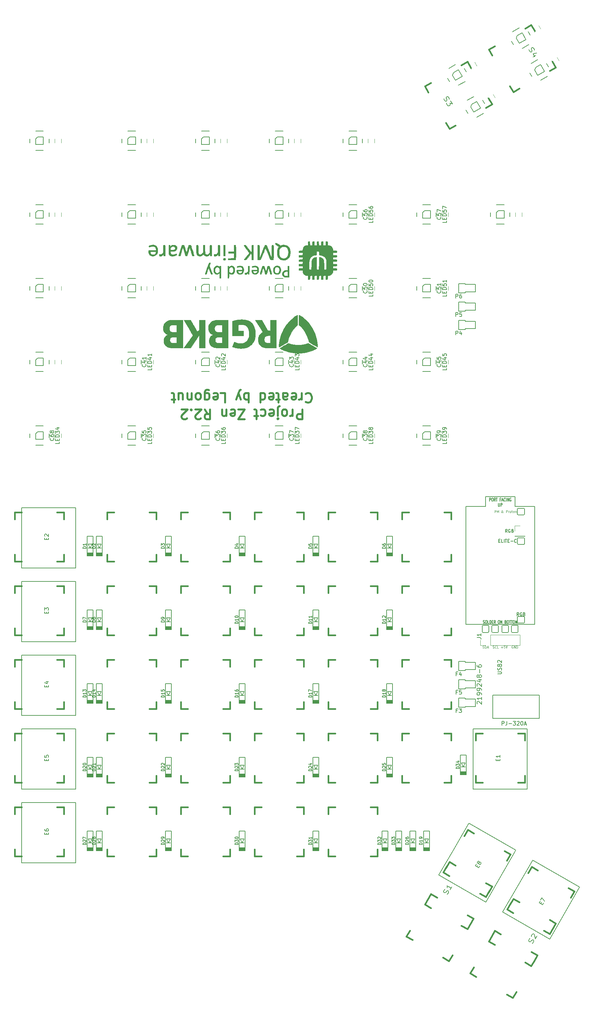
<source format=gto>
G04 #@! TF.GenerationSoftware,KiCad,Pcbnew,(5.0.2)-1*
G04 #@! TF.CreationDate,2019-04-21T02:01:40-04:00*
G04 #@! TF.ProjectId,Zen2,5a656e32-2e6b-4696-9361-645f70636258,rev?*
G04 #@! TF.SameCoordinates,Original*
G04 #@! TF.FileFunction,Legend,Top*
G04 #@! TF.FilePolarity,Positive*
%FSLAX46Y46*%
G04 Gerber Fmt 4.6, Leading zero omitted, Abs format (unit mm)*
G04 Created by KiCad (PCBNEW (5.0.2)-1) date 4/21/2019 2:01:40 AM*
%MOMM*%
%LPD*%
G01*
G04 APERTURE LIST*
%ADD10C,0.150000*%
%ADD11C,0.200000*%
%ADD12C,0.120000*%
%ADD13C,0.500000*%
%ADD14C,0.381000*%
%ADD15C,0.010000*%
%ADD16C,0.203200*%
G04 APERTURE END LIST*
D10*
X261519860Y-114582699D02*
X261519860Y-113782699D01*
X261748431Y-113782699D01*
X261805574Y-113820795D01*
X261834145Y-113858890D01*
X261862717Y-113935080D01*
X261862717Y-114049366D01*
X261834145Y-114125556D01*
X261805574Y-114163652D01*
X261748431Y-114201747D01*
X261519860Y-114201747D01*
X262234145Y-113782699D02*
X262348431Y-113782699D01*
X262405574Y-113820795D01*
X262462717Y-113896985D01*
X262491288Y-114049366D01*
X262491288Y-114316033D01*
X262462717Y-114468414D01*
X262405574Y-114544604D01*
X262348431Y-114582699D01*
X262234145Y-114582699D01*
X262177002Y-114544604D01*
X262119860Y-114468414D01*
X262091288Y-114316033D01*
X262091288Y-114049366D01*
X262119860Y-113896985D01*
X262177002Y-113820795D01*
X262234145Y-113782699D01*
X263091288Y-114582699D02*
X262891288Y-114201747D01*
X262748431Y-114582699D02*
X262748431Y-113782699D01*
X262977002Y-113782699D01*
X263034145Y-113820795D01*
X263062717Y-113858890D01*
X263091288Y-113935080D01*
X263091288Y-114049366D01*
X263062717Y-114125556D01*
X263034145Y-114163652D01*
X262977002Y-114201747D01*
X262748431Y-114201747D01*
X263262717Y-113782699D02*
X263605574Y-113782699D01*
X263434145Y-114582699D02*
X263434145Y-113782699D01*
X264462717Y-114163652D02*
X264262717Y-114163652D01*
X264262717Y-114582699D02*
X264262717Y-113782699D01*
X264548431Y-113782699D01*
X264748431Y-114354128D02*
X265034145Y-114354128D01*
X264691288Y-114582699D02*
X264891288Y-113782699D01*
X265091288Y-114582699D01*
X265634145Y-114506509D02*
X265605574Y-114544604D01*
X265519860Y-114582699D01*
X265462717Y-114582699D01*
X265377002Y-114544604D01*
X265319860Y-114468414D01*
X265291288Y-114392223D01*
X265262717Y-114239842D01*
X265262717Y-114125556D01*
X265291288Y-113973175D01*
X265319860Y-113896985D01*
X265377002Y-113820795D01*
X265462717Y-113782699D01*
X265519860Y-113782699D01*
X265605574Y-113820795D01*
X265634145Y-113858890D01*
X265891288Y-114582699D02*
X265891288Y-113782699D01*
X266177002Y-114582699D02*
X266177002Y-113782699D01*
X266519860Y-114582699D01*
X266519860Y-113782699D01*
X267119860Y-113820795D02*
X267062717Y-113782699D01*
X266977002Y-113782699D01*
X266891288Y-113820795D01*
X266834145Y-113896985D01*
X266805574Y-113973175D01*
X266777002Y-114125556D01*
X266777002Y-114239842D01*
X266805574Y-114392223D01*
X266834145Y-114468414D01*
X266891288Y-114544604D01*
X266977002Y-114582699D01*
X267034145Y-114582699D01*
X267119860Y-114544604D01*
X267148431Y-114506509D01*
X267148431Y-114239842D01*
X267034145Y-114239842D01*
X263848431Y-115132699D02*
X263848431Y-115780318D01*
X263877002Y-115856509D01*
X263905574Y-115894604D01*
X263962717Y-115932699D01*
X264077002Y-115932699D01*
X264134145Y-115894604D01*
X264162717Y-115856509D01*
X264191288Y-115780318D01*
X264191288Y-115132699D01*
X264477002Y-115932699D02*
X264477002Y-115132699D01*
X264705574Y-115132699D01*
X264762717Y-115170795D01*
X264791288Y-115208890D01*
X264819860Y-115285080D01*
X264819860Y-115399366D01*
X264791288Y-115475556D01*
X264762717Y-115513652D01*
X264705574Y-115551747D01*
X264477002Y-115551747D01*
D11*
X264772702Y-172498415D02*
X264772702Y-171498415D01*
X265153654Y-171498415D01*
X265248892Y-171546035D01*
X265296511Y-171593654D01*
X265344130Y-171688892D01*
X265344130Y-171831749D01*
X265296511Y-171926987D01*
X265248892Y-171974606D01*
X265153654Y-172022225D01*
X264772702Y-172022225D01*
X266058416Y-171498415D02*
X266058416Y-172212701D01*
X266010797Y-172355558D01*
X265915559Y-172450796D01*
X265772702Y-172498415D01*
X265677464Y-172498415D01*
X266534607Y-172117463D02*
X267296511Y-172117463D01*
X267677464Y-171498415D02*
X268296511Y-171498415D01*
X267963178Y-171879368D01*
X268106035Y-171879368D01*
X268201273Y-171926987D01*
X268248892Y-171974606D01*
X268296511Y-172069844D01*
X268296511Y-172307939D01*
X268248892Y-172403177D01*
X268201273Y-172450796D01*
X268106035Y-172498415D01*
X267820321Y-172498415D01*
X267725083Y-172450796D01*
X267677464Y-172403177D01*
X268677464Y-171593654D02*
X268725083Y-171546035D01*
X268820321Y-171498415D01*
X269058416Y-171498415D01*
X269153654Y-171546035D01*
X269201273Y-171593654D01*
X269248892Y-171688892D01*
X269248892Y-171784130D01*
X269201273Y-171926987D01*
X268629845Y-172498415D01*
X269248892Y-172498415D01*
X269867940Y-171498415D02*
X269963178Y-171498415D01*
X270058416Y-171546035D01*
X270106035Y-171593654D01*
X270153654Y-171688892D01*
X270201273Y-171879368D01*
X270201273Y-172117463D01*
X270153654Y-172307939D01*
X270106035Y-172403177D01*
X270058416Y-172450796D01*
X269963178Y-172498415D01*
X269867940Y-172498415D01*
X269772702Y-172450796D01*
X269725083Y-172403177D01*
X269677464Y-172307939D01*
X269629845Y-172117463D01*
X269629845Y-171879368D01*
X269677464Y-171688892D01*
X269725083Y-171593654D01*
X269772702Y-171546035D01*
X269867940Y-171498415D01*
X270582226Y-172212701D02*
X271058416Y-172212701D01*
X270486988Y-172498415D02*
X270820321Y-171498415D01*
X271153654Y-172498415D01*
X258419167Y-167011394D02*
X258362025Y-166954251D01*
X258304882Y-166839965D01*
X258304882Y-166554251D01*
X258362025Y-166439965D01*
X258419167Y-166382822D01*
X258533453Y-166325680D01*
X258647739Y-166325680D01*
X258819167Y-166382822D01*
X259504882Y-167068537D01*
X259504882Y-166325680D01*
X259504882Y-165182822D02*
X259504882Y-165868537D01*
X259504882Y-165525680D02*
X258304882Y-165525680D01*
X258476310Y-165639965D01*
X258590596Y-165754251D01*
X258647739Y-165868537D01*
X259504882Y-164611394D02*
X259504882Y-164382822D01*
X259447739Y-164268537D01*
X259390596Y-164211394D01*
X259219167Y-164097108D01*
X258990596Y-164039965D01*
X258533453Y-164039965D01*
X258419167Y-164097108D01*
X258362025Y-164154251D01*
X258304882Y-164268537D01*
X258304882Y-164497108D01*
X258362025Y-164611394D01*
X258419167Y-164668537D01*
X258533453Y-164725680D01*
X258819167Y-164725680D01*
X258933453Y-164668537D01*
X258990596Y-164611394D01*
X259047739Y-164497108D01*
X259047739Y-164268537D01*
X258990596Y-164154251D01*
X258933453Y-164097108D01*
X258819167Y-164039965D01*
X259504882Y-163468537D02*
X259504882Y-163239965D01*
X259447739Y-163125680D01*
X259390596Y-163068537D01*
X259219167Y-162954251D01*
X258990596Y-162897108D01*
X258533453Y-162897108D01*
X258419167Y-162954251D01*
X258362025Y-163011394D01*
X258304882Y-163125680D01*
X258304882Y-163354251D01*
X258362025Y-163468537D01*
X258419167Y-163525680D01*
X258533453Y-163582822D01*
X258819167Y-163582822D01*
X258933453Y-163525680D01*
X258990596Y-163468537D01*
X259047739Y-163354251D01*
X259047739Y-163125680D01*
X258990596Y-163011394D01*
X258933453Y-162954251D01*
X258819167Y-162897108D01*
X258419167Y-162439965D02*
X258362025Y-162382822D01*
X258304882Y-162268537D01*
X258304882Y-161982822D01*
X258362025Y-161868537D01*
X258419167Y-161811394D01*
X258533453Y-161754251D01*
X258647739Y-161754251D01*
X258819167Y-161811394D01*
X259504882Y-162497108D01*
X259504882Y-161754251D01*
X258704882Y-160725680D02*
X259504882Y-160725680D01*
X258247739Y-161011394D02*
X259104882Y-161297108D01*
X259104882Y-160554251D01*
X258819167Y-159925680D02*
X258762025Y-160039965D01*
X258704882Y-160097108D01*
X258590596Y-160154251D01*
X258533453Y-160154251D01*
X258419167Y-160097108D01*
X258362025Y-160039965D01*
X258304882Y-159925680D01*
X258304882Y-159697108D01*
X258362025Y-159582822D01*
X258419167Y-159525680D01*
X258533453Y-159468537D01*
X258590596Y-159468537D01*
X258704882Y-159525680D01*
X258762025Y-159582822D01*
X258819167Y-159697108D01*
X258819167Y-159925680D01*
X258876310Y-160039965D01*
X258933453Y-160097108D01*
X259047739Y-160154251D01*
X259276310Y-160154251D01*
X259390596Y-160097108D01*
X259447739Y-160039965D01*
X259504882Y-159925680D01*
X259504882Y-159697108D01*
X259447739Y-159582822D01*
X259390596Y-159525680D01*
X259276310Y-159468537D01*
X259047739Y-159468537D01*
X258933453Y-159525680D01*
X258876310Y-159582822D01*
X258819167Y-159697108D01*
X259047739Y-158954251D02*
X259047739Y-158039965D01*
X258304882Y-156954251D02*
X258304882Y-157182822D01*
X258362025Y-157297108D01*
X258419167Y-157354251D01*
X258590596Y-157468537D01*
X258819167Y-157525680D01*
X259276310Y-157525680D01*
X259390596Y-157468537D01*
X259447739Y-157411394D01*
X259504882Y-157297108D01*
X259504882Y-157068537D01*
X259447739Y-156954251D01*
X259390596Y-156897108D01*
X259276310Y-156839965D01*
X258990596Y-156839965D01*
X258876310Y-156897108D01*
X258819167Y-156954251D01*
X258762025Y-157068537D01*
X258762025Y-157297108D01*
X258819167Y-157411394D01*
X258876310Y-157468537D01*
X258990596Y-157525680D01*
D12*
X259791288Y-152542857D02*
X259877002Y-152571428D01*
X260019860Y-152571428D01*
X260077002Y-152542857D01*
X260105574Y-152514285D01*
X260134145Y-152457142D01*
X260134145Y-152400000D01*
X260105574Y-152342857D01*
X260077002Y-152314285D01*
X260019860Y-152285714D01*
X259905574Y-152257142D01*
X259848431Y-152228571D01*
X259819860Y-152200000D01*
X259791288Y-152142857D01*
X259791288Y-152085714D01*
X259819860Y-152028571D01*
X259848431Y-152000000D01*
X259905574Y-151971428D01*
X260048431Y-151971428D01*
X260134145Y-152000000D01*
X260391288Y-152571428D02*
X260391288Y-151971428D01*
X260534145Y-151971428D01*
X260619860Y-152000000D01*
X260677002Y-152057142D01*
X260705574Y-152114285D01*
X260734145Y-152228571D01*
X260734145Y-152314285D01*
X260705574Y-152428571D01*
X260677002Y-152485714D01*
X260619860Y-152542857D01*
X260534145Y-152571428D01*
X260391288Y-152571428D01*
X260962717Y-152400000D02*
X261248431Y-152400000D01*
X260905574Y-152571428D02*
X261105574Y-151971428D01*
X261305574Y-152571428D01*
X262391288Y-152542857D02*
X262477002Y-152571428D01*
X262619860Y-152571428D01*
X262677002Y-152542857D01*
X262705574Y-152514285D01*
X262734145Y-152457142D01*
X262734145Y-152400000D01*
X262705574Y-152342857D01*
X262677002Y-152314285D01*
X262619860Y-152285714D01*
X262505574Y-152257142D01*
X262448431Y-152228571D01*
X262419860Y-152200000D01*
X262391288Y-152142857D01*
X262391288Y-152085714D01*
X262419860Y-152028571D01*
X262448431Y-152000000D01*
X262505574Y-151971428D01*
X262648431Y-151971428D01*
X262734145Y-152000000D01*
X263334145Y-152514285D02*
X263305574Y-152542857D01*
X263219860Y-152571428D01*
X263162717Y-152571428D01*
X263077002Y-152542857D01*
X263019860Y-152485714D01*
X262991288Y-152428571D01*
X262962717Y-152314285D01*
X262962717Y-152228571D01*
X262991288Y-152114285D01*
X263019860Y-152057142D01*
X263077002Y-152000000D01*
X263162717Y-151971428D01*
X263219860Y-151971428D01*
X263305574Y-152000000D01*
X263334145Y-152028571D01*
X263877002Y-152571428D02*
X263591288Y-152571428D01*
X263591288Y-151971428D01*
X264534145Y-152342857D02*
X264991288Y-152342857D01*
X264762717Y-152571428D02*
X264762717Y-152114285D01*
X265562717Y-151971428D02*
X265277002Y-151971428D01*
X265248431Y-152257142D01*
X265277002Y-152228571D01*
X265334145Y-152200000D01*
X265477002Y-152200000D01*
X265534145Y-152228571D01*
X265562717Y-152257142D01*
X265591288Y-152314285D01*
X265591288Y-152457142D01*
X265562717Y-152514285D01*
X265534145Y-152542857D01*
X265477002Y-152571428D01*
X265334145Y-152571428D01*
X265277002Y-152542857D01*
X265248431Y-152514285D01*
X265762717Y-151971428D02*
X265962717Y-152571428D01*
X266162717Y-151971428D01*
X267591288Y-152000000D02*
X267534145Y-151971428D01*
X267448431Y-151971428D01*
X267362717Y-152000000D01*
X267305574Y-152057142D01*
X267277002Y-152114285D01*
X267248431Y-152228571D01*
X267248431Y-152314285D01*
X267277002Y-152428571D01*
X267305574Y-152485714D01*
X267362717Y-152542857D01*
X267448431Y-152571428D01*
X267505574Y-152571428D01*
X267591288Y-152542857D01*
X267619860Y-152514285D01*
X267619860Y-152314285D01*
X267505574Y-152314285D01*
X267877002Y-152571428D02*
X267877002Y-151971428D01*
X268219860Y-152571428D01*
X268219860Y-151971428D01*
X268505574Y-152571428D02*
X268505574Y-151971428D01*
X268648431Y-151971428D01*
X268734145Y-152000000D01*
X268791288Y-152057142D01*
X268819860Y-152114285D01*
X268848431Y-152228571D01*
X268848431Y-152314285D01*
X268819860Y-152428571D01*
X268791288Y-152485714D01*
X268734145Y-152542857D01*
X268648431Y-152571428D01*
X268505574Y-152571428D01*
D13*
X213180294Y-90886612D02*
X213180294Y-93386612D01*
X212227913Y-93386612D01*
X211989818Y-93267565D01*
X211870770Y-93148517D01*
X211751722Y-92910422D01*
X211751722Y-92553279D01*
X211870770Y-92315184D01*
X211989818Y-92196136D01*
X212227913Y-92077088D01*
X213180294Y-92077088D01*
X210680294Y-90886612D02*
X210680294Y-92553279D01*
X210680294Y-92077088D02*
X210561246Y-92315184D01*
X210442199Y-92434231D01*
X210204103Y-92553279D01*
X209966008Y-92553279D01*
X208775532Y-90886612D02*
X209013627Y-91005660D01*
X209132675Y-91124707D01*
X209251722Y-91362803D01*
X209251722Y-92077088D01*
X209132675Y-92315184D01*
X209013627Y-92434231D01*
X208775532Y-92553279D01*
X208418389Y-92553279D01*
X208180294Y-92434231D01*
X208061246Y-92315184D01*
X207942199Y-92077088D01*
X207942199Y-91362803D01*
X208061246Y-91124707D01*
X208180294Y-91005660D01*
X208418389Y-90886612D01*
X208775532Y-90886612D01*
X206870770Y-92553279D02*
X206870770Y-90410422D01*
X206989818Y-90172326D01*
X207227913Y-90053279D01*
X207346960Y-90053279D01*
X206870770Y-93386612D02*
X206989818Y-93267565D01*
X206870770Y-93148517D01*
X206751722Y-93267565D01*
X206870770Y-93386612D01*
X206870770Y-93148517D01*
X204727913Y-91005660D02*
X204966008Y-90886612D01*
X205442199Y-90886612D01*
X205680294Y-91005660D01*
X205799341Y-91243755D01*
X205799341Y-92196136D01*
X205680294Y-92434231D01*
X205442199Y-92553279D01*
X204966008Y-92553279D01*
X204727913Y-92434231D01*
X204608865Y-92196136D01*
X204608865Y-91958041D01*
X205799341Y-91719945D01*
X202466008Y-91005660D02*
X202704103Y-90886612D01*
X203180294Y-90886612D01*
X203418389Y-91005660D01*
X203537437Y-91124707D01*
X203656484Y-91362803D01*
X203656484Y-92077088D01*
X203537437Y-92315184D01*
X203418389Y-92434231D01*
X203180294Y-92553279D01*
X202704103Y-92553279D01*
X202466008Y-92434231D01*
X201751722Y-92553279D02*
X200799341Y-92553279D01*
X201394580Y-93386612D02*
X201394580Y-91243755D01*
X201275532Y-91005660D01*
X201037437Y-90886612D01*
X200799341Y-90886612D01*
X198299341Y-93386612D02*
X196632675Y-93386612D01*
X198299341Y-90886612D01*
X196632675Y-90886612D01*
X194727913Y-91005660D02*
X194966008Y-90886612D01*
X195442199Y-90886612D01*
X195680294Y-91005660D01*
X195799341Y-91243755D01*
X195799341Y-92196136D01*
X195680294Y-92434231D01*
X195442199Y-92553279D01*
X194966008Y-92553279D01*
X194727913Y-92434231D01*
X194608865Y-92196136D01*
X194608865Y-91958041D01*
X195799341Y-91719945D01*
X193537437Y-92553279D02*
X193537437Y-90886612D01*
X193537437Y-92315184D02*
X193418389Y-92434231D01*
X193180294Y-92553279D01*
X192823151Y-92553279D01*
X192585056Y-92434231D01*
X192466008Y-92196136D01*
X192466008Y-90886612D01*
X187942199Y-90886612D02*
X188775532Y-92077088D01*
X189370770Y-90886612D02*
X189370770Y-93386612D01*
X188418389Y-93386612D01*
X188180294Y-93267565D01*
X188061246Y-93148517D01*
X187942199Y-92910422D01*
X187942199Y-92553279D01*
X188061246Y-92315184D01*
X188180294Y-92196136D01*
X188418389Y-92077088D01*
X189370770Y-92077088D01*
X186989818Y-93148517D02*
X186870770Y-93267565D01*
X186632675Y-93386612D01*
X186037437Y-93386612D01*
X185799341Y-93267565D01*
X185680294Y-93148517D01*
X185561246Y-92910422D01*
X185561246Y-92672326D01*
X185680294Y-92315184D01*
X187108865Y-90886612D01*
X185561246Y-90886612D01*
X184489818Y-91124707D02*
X184370770Y-91005660D01*
X184489818Y-90886612D01*
X184608865Y-91005660D01*
X184489818Y-91124707D01*
X184489818Y-90886612D01*
X183418389Y-93148517D02*
X183299341Y-93267565D01*
X183061246Y-93386612D01*
X182466008Y-93386612D01*
X182227913Y-93267565D01*
X182108865Y-93148517D01*
X181989818Y-92910422D01*
X181989818Y-92672326D01*
X182108865Y-92315184D01*
X183537437Y-90886612D01*
X181989818Y-90886612D01*
X214073151Y-86874707D02*
X214192199Y-86755660D01*
X214549341Y-86636612D01*
X214787437Y-86636612D01*
X215144580Y-86755660D01*
X215382675Y-86993755D01*
X215501722Y-87231850D01*
X215620770Y-87708041D01*
X215620770Y-88065184D01*
X215501722Y-88541374D01*
X215382675Y-88779469D01*
X215144580Y-89017565D01*
X214787437Y-89136612D01*
X214549341Y-89136612D01*
X214192199Y-89017565D01*
X214073151Y-88898517D01*
X213001722Y-86636612D02*
X213001722Y-88303279D01*
X213001722Y-87827088D02*
X212882675Y-88065184D01*
X212763627Y-88184231D01*
X212525532Y-88303279D01*
X212287437Y-88303279D01*
X210501722Y-86755660D02*
X210739818Y-86636612D01*
X211216008Y-86636612D01*
X211454103Y-86755660D01*
X211573151Y-86993755D01*
X211573151Y-87946136D01*
X211454103Y-88184231D01*
X211216008Y-88303279D01*
X210739818Y-88303279D01*
X210501722Y-88184231D01*
X210382675Y-87946136D01*
X210382675Y-87708041D01*
X211573151Y-87469945D01*
X208239818Y-86636612D02*
X208239818Y-87946136D01*
X208358865Y-88184231D01*
X208596960Y-88303279D01*
X209073151Y-88303279D01*
X209311246Y-88184231D01*
X208239818Y-86755660D02*
X208477913Y-86636612D01*
X209073151Y-86636612D01*
X209311246Y-86755660D01*
X209430294Y-86993755D01*
X209430294Y-87231850D01*
X209311246Y-87469945D01*
X209073151Y-87588993D01*
X208477913Y-87588993D01*
X208239818Y-87708041D01*
X207406484Y-88303279D02*
X206454103Y-88303279D01*
X207049341Y-89136612D02*
X207049341Y-86993755D01*
X206930294Y-86755660D01*
X206692199Y-86636612D01*
X206454103Y-86636612D01*
X204668389Y-86755660D02*
X204906484Y-86636612D01*
X205382675Y-86636612D01*
X205620770Y-86755660D01*
X205739818Y-86993755D01*
X205739818Y-87946136D01*
X205620770Y-88184231D01*
X205382675Y-88303279D01*
X204906484Y-88303279D01*
X204668389Y-88184231D01*
X204549341Y-87946136D01*
X204549341Y-87708041D01*
X205739818Y-87469945D01*
X202406484Y-86636612D02*
X202406484Y-89136612D01*
X202406484Y-86755660D02*
X202644580Y-86636612D01*
X203120770Y-86636612D01*
X203358865Y-86755660D01*
X203477913Y-86874707D01*
X203596960Y-87112803D01*
X203596960Y-87827088D01*
X203477913Y-88065184D01*
X203358865Y-88184231D01*
X203120770Y-88303279D01*
X202644580Y-88303279D01*
X202406484Y-88184231D01*
X199311246Y-86636612D02*
X199311246Y-89136612D01*
X199311246Y-88184231D02*
X199073151Y-88303279D01*
X198596960Y-88303279D01*
X198358865Y-88184231D01*
X198239818Y-88065184D01*
X198120770Y-87827088D01*
X198120770Y-87112803D01*
X198239818Y-86874707D01*
X198358865Y-86755660D01*
X198596960Y-86636612D01*
X199073151Y-86636612D01*
X199311246Y-86755660D01*
X197287437Y-88303279D02*
X196692199Y-86636612D01*
X196096960Y-88303279D02*
X196692199Y-86636612D01*
X196930294Y-86041374D01*
X197049341Y-85922326D01*
X197287437Y-85803279D01*
X192049341Y-86636612D02*
X193239818Y-86636612D01*
X193239818Y-89136612D01*
X190263627Y-86755660D02*
X190501722Y-86636612D01*
X190977913Y-86636612D01*
X191216008Y-86755660D01*
X191335056Y-86993755D01*
X191335056Y-87946136D01*
X191216008Y-88184231D01*
X190977913Y-88303279D01*
X190501722Y-88303279D01*
X190263627Y-88184231D01*
X190144580Y-87946136D01*
X190144580Y-87708041D01*
X191335056Y-87469945D01*
X188001722Y-88303279D02*
X188001722Y-86279469D01*
X188120770Y-86041374D01*
X188239818Y-85922326D01*
X188477913Y-85803279D01*
X188835056Y-85803279D01*
X189073151Y-85922326D01*
X188001722Y-86755660D02*
X188239818Y-86636612D01*
X188716008Y-86636612D01*
X188954103Y-86755660D01*
X189073151Y-86874707D01*
X189192199Y-87112803D01*
X189192199Y-87827088D01*
X189073151Y-88065184D01*
X188954103Y-88184231D01*
X188716008Y-88303279D01*
X188239818Y-88303279D01*
X188001722Y-88184231D01*
X186454103Y-86636612D02*
X186692199Y-86755660D01*
X186811246Y-86874707D01*
X186930294Y-87112803D01*
X186930294Y-87827088D01*
X186811246Y-88065184D01*
X186692199Y-88184231D01*
X186454103Y-88303279D01*
X186096960Y-88303279D01*
X185858865Y-88184231D01*
X185739818Y-88065184D01*
X185620770Y-87827088D01*
X185620770Y-87112803D01*
X185739818Y-86874707D01*
X185858865Y-86755660D01*
X186096960Y-86636612D01*
X186454103Y-86636612D01*
X184549341Y-88303279D02*
X184549341Y-86636612D01*
X184549341Y-88065184D02*
X184430294Y-88184231D01*
X184192199Y-88303279D01*
X183835056Y-88303279D01*
X183596960Y-88184231D01*
X183477913Y-87946136D01*
X183477913Y-86636612D01*
X181216008Y-88303279D02*
X181216008Y-86636612D01*
X182287437Y-88303279D02*
X182287437Y-86993755D01*
X182168389Y-86755660D01*
X181930294Y-86636612D01*
X181573151Y-86636612D01*
X181335056Y-86755660D01*
X181216008Y-86874707D01*
X180382675Y-88303279D02*
X179430294Y-88303279D01*
X180025532Y-89136612D02*
X180025532Y-86993755D01*
X179906484Y-86755660D01*
X179668389Y-86636612D01*
X179430294Y-86636612D01*
D10*
X259905574Y-146175984D02*
X259991288Y-146214079D01*
X260134145Y-146214079D01*
X260191288Y-146175984D01*
X260219860Y-146137889D01*
X260248431Y-146061698D01*
X260248431Y-145985508D01*
X260219860Y-145909317D01*
X260191288Y-145871222D01*
X260134145Y-145833127D01*
X260019860Y-145795032D01*
X259962717Y-145756936D01*
X259934145Y-145718841D01*
X259905574Y-145642651D01*
X259905574Y-145566460D01*
X259934145Y-145490270D01*
X259962717Y-145452175D01*
X260019860Y-145414079D01*
X260162717Y-145414079D01*
X260248431Y-145452175D01*
X260619860Y-145414079D02*
X260734145Y-145414079D01*
X260791288Y-145452175D01*
X260848431Y-145528365D01*
X260877002Y-145680746D01*
X260877002Y-145947413D01*
X260848431Y-146099794D01*
X260791288Y-146175984D01*
X260734145Y-146214079D01*
X260619860Y-146214079D01*
X260562717Y-146175984D01*
X260505574Y-146099794D01*
X260477002Y-145947413D01*
X260477002Y-145680746D01*
X260505574Y-145528365D01*
X260562717Y-145452175D01*
X260619860Y-145414079D01*
X261419860Y-146214079D02*
X261134145Y-146214079D01*
X261134145Y-145414079D01*
X261619860Y-146214079D02*
X261619860Y-145414079D01*
X261762717Y-145414079D01*
X261848431Y-145452175D01*
X261905574Y-145528365D01*
X261934145Y-145604555D01*
X261962717Y-145756936D01*
X261962717Y-145871222D01*
X261934145Y-146023603D01*
X261905574Y-146099794D01*
X261848431Y-146175984D01*
X261762717Y-146214079D01*
X261619860Y-146214079D01*
X262219860Y-145795032D02*
X262419860Y-145795032D01*
X262505574Y-146214079D02*
X262219860Y-146214079D01*
X262219860Y-145414079D01*
X262505574Y-145414079D01*
X263105574Y-146214079D02*
X262905574Y-145833127D01*
X262762717Y-146214079D02*
X262762717Y-145414079D01*
X262991288Y-145414079D01*
X263048431Y-145452175D01*
X263077002Y-145490270D01*
X263105574Y-145566460D01*
X263105574Y-145680746D01*
X263077002Y-145756936D01*
X263048431Y-145795032D01*
X262991288Y-145833127D01*
X262762717Y-145833127D01*
X263934145Y-145414079D02*
X264048431Y-145414079D01*
X264105574Y-145452175D01*
X264162717Y-145528365D01*
X264191288Y-145680746D01*
X264191288Y-145947413D01*
X264162717Y-146099794D01*
X264105574Y-146175984D01*
X264048431Y-146214079D01*
X263934145Y-146214079D01*
X263877002Y-146175984D01*
X263819860Y-146099794D01*
X263791288Y-145947413D01*
X263791288Y-145680746D01*
X263819860Y-145528365D01*
X263877002Y-145452175D01*
X263934145Y-145414079D01*
X264448431Y-146214079D02*
X264448431Y-145414079D01*
X264791288Y-146214079D01*
X264791288Y-145414079D01*
X265734145Y-145795032D02*
X265819860Y-145833127D01*
X265848431Y-145871222D01*
X265877002Y-145947413D01*
X265877002Y-146061698D01*
X265848431Y-146137889D01*
X265819860Y-146175984D01*
X265762717Y-146214079D01*
X265534145Y-146214079D01*
X265534145Y-145414079D01*
X265734145Y-145414079D01*
X265791288Y-145452175D01*
X265819860Y-145490270D01*
X265848431Y-145566460D01*
X265848431Y-145642651D01*
X265819860Y-145718841D01*
X265791288Y-145756936D01*
X265734145Y-145795032D01*
X265534145Y-145795032D01*
X266248431Y-145414079D02*
X266362717Y-145414079D01*
X266419860Y-145452175D01*
X266477002Y-145528365D01*
X266505574Y-145680746D01*
X266505574Y-145947413D01*
X266477002Y-146099794D01*
X266419860Y-146175984D01*
X266362717Y-146214079D01*
X266248431Y-146214079D01*
X266191288Y-146175984D01*
X266134145Y-146099794D01*
X266105574Y-145947413D01*
X266105574Y-145680746D01*
X266134145Y-145528365D01*
X266191288Y-145452175D01*
X266248431Y-145414079D01*
X266677002Y-145414079D02*
X267019860Y-145414079D01*
X266848431Y-146214079D02*
X266848431Y-145414079D01*
X267134145Y-145414079D02*
X267477002Y-145414079D01*
X267305574Y-146214079D02*
X267305574Y-145414079D01*
X267791288Y-145414079D02*
X267905574Y-145414079D01*
X267962717Y-145452175D01*
X268019860Y-145528365D01*
X268048431Y-145680746D01*
X268048431Y-145947413D01*
X268019860Y-146099794D01*
X267962717Y-146175984D01*
X267905574Y-146214079D01*
X267791288Y-146214079D01*
X267734145Y-146175984D01*
X267677002Y-146099794D01*
X267648431Y-145947413D01*
X267648431Y-145680746D01*
X267677002Y-145528365D01*
X267734145Y-145452175D01*
X267791288Y-145414079D01*
X268305574Y-146214079D02*
X268305574Y-145414079D01*
X268505574Y-145985508D01*
X268705574Y-145414079D01*
X268705574Y-146214079D01*
D14*
G04 #@! TO.C,S4*
X267694739Y-8839261D02*
X266805739Y-7299468D01*
X262233739Y619468D02*
X261344739Y2159261D01*
X261344739Y2159261D02*
X262884532Y3048261D01*
X270803468Y7620261D02*
X272343261Y8509261D01*
X272343261Y8509261D02*
X273232261Y6969468D01*
X277804261Y-949468D02*
X278693261Y-2489261D01*
X278693261Y-2489261D02*
X277153468Y-3378261D01*
X269234532Y-7950261D02*
X267694739Y-8839261D01*
G04 #@! TO.C,S3*
X254303468Y-1889739D02*
X255843261Y-1000739D01*
X244844739Y-7350739D02*
X246384532Y-6461739D01*
X245733739Y-8890532D02*
X244844739Y-7350739D01*
X251194739Y-18349261D02*
X250305739Y-16809468D01*
X252734532Y-17460261D02*
X251194739Y-18349261D01*
X262193261Y-11999261D02*
X260653468Y-12888261D01*
X261304261Y-10459468D02*
X262193261Y-11999261D01*
X255843261Y-1000739D02*
X256732261Y-2540532D01*
D10*
G04 #@! TO.C,E1*
X271319860Y-180975760D02*
X271319860Y-173475760D01*
X271319860Y-173475760D02*
X257319860Y-173475760D01*
X257319860Y-173475760D02*
X257319860Y-188475760D01*
X257319860Y-188475760D02*
X257319860Y-188975760D01*
X257319860Y-188975760D02*
X271319860Y-188975760D01*
X271319860Y-188975760D02*
X271319860Y-180975760D01*
G04 #@! TO.C,J2*
X274400000Y-164700000D02*
X274400000Y-170700000D01*
X274400000Y-170700000D02*
X262400000Y-170700000D01*
X262400000Y-170700000D02*
X262400000Y-164700000D01*
X262400000Y-164700000D02*
X274400000Y-164700000D01*
D14*
G04 #@! TO.C,K26*
X138907000Y-193676000D02*
X140685000Y-193676000D01*
X149829000Y-193676000D02*
X151607000Y-193676000D01*
X151607000Y-193676000D02*
X151607000Y-195454000D01*
X151607000Y-204598000D02*
X151607000Y-206376000D01*
X151607000Y-206376000D02*
X149829000Y-206376000D01*
X140685000Y-206376000D02*
X138907000Y-206376000D01*
X138907000Y-206376000D02*
X138907000Y-204598000D01*
X138907000Y-195454000D02*
X138907000Y-193676000D01*
G04 #@! TO.C,K27*
X162719000Y-193676000D02*
X164497000Y-193676000D01*
X173641000Y-193676000D02*
X175419000Y-193676000D01*
X175419000Y-193676000D02*
X175419000Y-195454000D01*
X175419000Y-204598000D02*
X175419000Y-206376000D01*
X175419000Y-206376000D02*
X173641000Y-206376000D01*
X164497000Y-206376000D02*
X162719000Y-206376000D01*
X162719000Y-206376000D02*
X162719000Y-204598000D01*
X162719000Y-195454000D02*
X162719000Y-193676000D01*
G04 #@! TO.C,K19*
X138907000Y-174626000D02*
X140685000Y-174626000D01*
X149829000Y-174626000D02*
X151607000Y-174626000D01*
X151607000Y-174626000D02*
X151607000Y-176404000D01*
X151607000Y-185548000D02*
X151607000Y-187326000D01*
X151607000Y-187326000D02*
X149829000Y-187326000D01*
X140685000Y-187326000D02*
X138907000Y-187326000D01*
X138907000Y-187326000D02*
X138907000Y-185548000D01*
X138907000Y-176404000D02*
X138907000Y-174626000D01*
G04 #@! TO.C,K0*
X138906000Y-117475000D02*
X140684000Y-117475000D01*
X149828000Y-117475000D02*
X151606000Y-117475000D01*
X151606000Y-117475000D02*
X151606000Y-119253000D01*
X151606000Y-128397000D02*
X151606000Y-130175000D01*
X151606000Y-130175000D02*
X149828000Y-130175000D01*
X140684000Y-130175000D02*
X138906000Y-130175000D01*
X138906000Y-130175000D02*
X138906000Y-128397000D01*
X138906000Y-119253000D02*
X138906000Y-117475000D01*
D10*
G04 #@! TO.C,U1*
X255430000Y-115939000D02*
X255430000Y-146419000D01*
X255430000Y-115939000D02*
X260510000Y-115939000D01*
X260510000Y-115939000D02*
X260510000Y-113399000D01*
X260510000Y-113399000D02*
X268130000Y-113399000D01*
X268130000Y-113399000D02*
X268130000Y-115939000D01*
X268130000Y-115939000D02*
X273210000Y-115939000D01*
X273210000Y-115939000D02*
X273210000Y-146419000D01*
X273210000Y-146419000D02*
X255430000Y-146419000D01*
D14*
G04 #@! TO.C,S1*
X262193261Y-214200739D02*
X261304261Y-215740532D01*
X256732261Y-223659468D02*
X255843261Y-225199261D01*
X255843261Y-225199261D02*
X254303468Y-224310261D01*
X246384532Y-219738261D02*
X244844739Y-218849261D01*
X244844739Y-218849261D02*
X245733739Y-217309468D01*
X250305739Y-209390532D02*
X251194739Y-207850739D01*
X251194739Y-207850739D02*
X252734532Y-208739739D01*
X260653468Y-213311739D02*
X262193261Y-214200739D01*
D10*
G04 #@! TO.C,D1*
X158862000Y-126715000D02*
X157846000Y-126715000D01*
X158862000Y-125699000D02*
X157846000Y-125699000D01*
X157846000Y-125699000D02*
X158354000Y-126715000D01*
X158354000Y-126715000D02*
X158862000Y-125699000D01*
X157592000Y-128239000D02*
X159116000Y-128239000D01*
X157592000Y-128366000D02*
X159116000Y-128366000D01*
X159116000Y-123667000D02*
X157592000Y-123667000D01*
X157592000Y-127985000D02*
X159116000Y-127985000D01*
X157592000Y-128112000D02*
X159116000Y-128112000D01*
X157592000Y-128620000D02*
X159116000Y-128620000D01*
X159116000Y-128493000D02*
X157592000Y-128493000D01*
X157592000Y-123667000D02*
X157592000Y-124175000D01*
X159116000Y-128747000D02*
X159116000Y-123667000D01*
X157592000Y-128747000D02*
X159116000Y-128747000D01*
X157592000Y-123667000D02*
X157592000Y-128747000D01*
G04 #@! TO.C,D2*
X161243000Y-126715000D02*
X160227000Y-126715000D01*
X161243000Y-125699000D02*
X160227000Y-125699000D01*
X160227000Y-125699000D02*
X160735000Y-126715000D01*
X160735000Y-126715000D02*
X161243000Y-125699000D01*
X159973000Y-128239000D02*
X161497000Y-128239000D01*
X159973000Y-128366000D02*
X161497000Y-128366000D01*
X161497000Y-123667000D02*
X159973000Y-123667000D01*
X159973000Y-127985000D02*
X161497000Y-127985000D01*
X159973000Y-128112000D02*
X161497000Y-128112000D01*
X159973000Y-128620000D02*
X161497000Y-128620000D01*
X161497000Y-128493000D02*
X159973000Y-128493000D01*
X159973000Y-123667000D02*
X159973000Y-124175000D01*
X161497000Y-128747000D02*
X161497000Y-123667000D01*
X159973000Y-128747000D02*
X161497000Y-128747000D01*
X159973000Y-123667000D02*
X159973000Y-128747000D01*
G04 #@! TO.C,D3*
X179102000Y-126715000D02*
X178086000Y-126715000D01*
X179102000Y-125699000D02*
X178086000Y-125699000D01*
X178086000Y-125699000D02*
X178594000Y-126715000D01*
X178594000Y-126715000D02*
X179102000Y-125699000D01*
X177832000Y-128239000D02*
X179356000Y-128239000D01*
X177832000Y-128366000D02*
X179356000Y-128366000D01*
X179356000Y-123667000D02*
X177832000Y-123667000D01*
X177832000Y-127985000D02*
X179356000Y-127985000D01*
X177832000Y-128112000D02*
X179356000Y-128112000D01*
X177832000Y-128620000D02*
X179356000Y-128620000D01*
X179356000Y-128493000D02*
X177832000Y-128493000D01*
X177832000Y-123667000D02*
X177832000Y-124175000D01*
X179356000Y-128747000D02*
X179356000Y-123667000D01*
X177832000Y-128747000D02*
X179356000Y-128747000D01*
X177832000Y-123667000D02*
X177832000Y-128747000D01*
G04 #@! TO.C,D4*
X198153000Y-126715000D02*
X197137000Y-126715000D01*
X198153000Y-125699000D02*
X197137000Y-125699000D01*
X197137000Y-125699000D02*
X197645000Y-126715000D01*
X197645000Y-126715000D02*
X198153000Y-125699000D01*
X196883000Y-128239000D02*
X198407000Y-128239000D01*
X196883000Y-128366000D02*
X198407000Y-128366000D01*
X198407000Y-123667000D02*
X196883000Y-123667000D01*
X196883000Y-127985000D02*
X198407000Y-127985000D01*
X196883000Y-128112000D02*
X198407000Y-128112000D01*
X196883000Y-128620000D02*
X198407000Y-128620000D01*
X198407000Y-128493000D02*
X196883000Y-128493000D01*
X196883000Y-123667000D02*
X196883000Y-124175000D01*
X198407000Y-128747000D02*
X198407000Y-123667000D01*
X196883000Y-128747000D02*
X198407000Y-128747000D01*
X196883000Y-123667000D02*
X196883000Y-128747000D01*
G04 #@! TO.C,D5*
X217203000Y-126715000D02*
X216187000Y-126715000D01*
X217203000Y-125699000D02*
X216187000Y-125699000D01*
X216187000Y-125699000D02*
X216695000Y-126715000D01*
X216695000Y-126715000D02*
X217203000Y-125699000D01*
X215933000Y-128239000D02*
X217457000Y-128239000D01*
X215933000Y-128366000D02*
X217457000Y-128366000D01*
X217457000Y-123667000D02*
X215933000Y-123667000D01*
X215933000Y-127985000D02*
X217457000Y-127985000D01*
X215933000Y-128112000D02*
X217457000Y-128112000D01*
X215933000Y-128620000D02*
X217457000Y-128620000D01*
X217457000Y-128493000D02*
X215933000Y-128493000D01*
X215933000Y-123667000D02*
X215933000Y-124175000D01*
X217457000Y-128747000D02*
X217457000Y-123667000D01*
X215933000Y-128747000D02*
X217457000Y-128747000D01*
X215933000Y-123667000D02*
X215933000Y-128747000D01*
G04 #@! TO.C,D6*
X236253000Y-126715000D02*
X235237000Y-126715000D01*
X236253000Y-125699000D02*
X235237000Y-125699000D01*
X235237000Y-125699000D02*
X235745000Y-126715000D01*
X235745000Y-126715000D02*
X236253000Y-125699000D01*
X234983000Y-128239000D02*
X236507000Y-128239000D01*
X234983000Y-128366000D02*
X236507000Y-128366000D01*
X236507000Y-123667000D02*
X234983000Y-123667000D01*
X234983000Y-127985000D02*
X236507000Y-127985000D01*
X234983000Y-128112000D02*
X236507000Y-128112000D01*
X234983000Y-128620000D02*
X236507000Y-128620000D01*
X236507000Y-128493000D02*
X234983000Y-128493000D01*
X234983000Y-123667000D02*
X234983000Y-124175000D01*
X236507000Y-128747000D02*
X236507000Y-123667000D01*
X234983000Y-128747000D02*
X236507000Y-128747000D01*
X234983000Y-123667000D02*
X234983000Y-128747000D01*
G04 #@! TO.C,D7*
X158862000Y-145765000D02*
X157846000Y-145765000D01*
X158862000Y-144749000D02*
X157846000Y-144749000D01*
X157846000Y-144749000D02*
X158354000Y-145765000D01*
X158354000Y-145765000D02*
X158862000Y-144749000D01*
X157592000Y-147289000D02*
X159116000Y-147289000D01*
X157592000Y-147416000D02*
X159116000Y-147416000D01*
X159116000Y-142717000D02*
X157592000Y-142717000D01*
X157592000Y-147035000D02*
X159116000Y-147035000D01*
X157592000Y-147162000D02*
X159116000Y-147162000D01*
X157592000Y-147670000D02*
X159116000Y-147670000D01*
X159116000Y-147543000D02*
X157592000Y-147543000D01*
X157592000Y-142717000D02*
X157592000Y-143225000D01*
X159116000Y-147797000D02*
X159116000Y-142717000D01*
X157592000Y-147797000D02*
X159116000Y-147797000D01*
X157592000Y-142717000D02*
X157592000Y-147797000D01*
G04 #@! TO.C,D8*
X161243000Y-145765000D02*
X160227000Y-145765000D01*
X161243000Y-144749000D02*
X160227000Y-144749000D01*
X160227000Y-144749000D02*
X160735000Y-145765000D01*
X160735000Y-145765000D02*
X161243000Y-144749000D01*
X159973000Y-147289000D02*
X161497000Y-147289000D01*
X159973000Y-147416000D02*
X161497000Y-147416000D01*
X161497000Y-142717000D02*
X159973000Y-142717000D01*
X159973000Y-147035000D02*
X161497000Y-147035000D01*
X159973000Y-147162000D02*
X161497000Y-147162000D01*
X159973000Y-147670000D02*
X161497000Y-147670000D01*
X161497000Y-147543000D02*
X159973000Y-147543000D01*
X159973000Y-142717000D02*
X159973000Y-143225000D01*
X161497000Y-147797000D02*
X161497000Y-142717000D01*
X159973000Y-147797000D02*
X161497000Y-147797000D01*
X159973000Y-142717000D02*
X159973000Y-147797000D01*
G04 #@! TO.C,D9*
X179102000Y-145765000D02*
X178086000Y-145765000D01*
X179102000Y-144749000D02*
X178086000Y-144749000D01*
X178086000Y-144749000D02*
X178594000Y-145765000D01*
X178594000Y-145765000D02*
X179102000Y-144749000D01*
X177832000Y-147289000D02*
X179356000Y-147289000D01*
X177832000Y-147416000D02*
X179356000Y-147416000D01*
X179356000Y-142717000D02*
X177832000Y-142717000D01*
X177832000Y-147035000D02*
X179356000Y-147035000D01*
X177832000Y-147162000D02*
X179356000Y-147162000D01*
X177832000Y-147670000D02*
X179356000Y-147670000D01*
X179356000Y-147543000D02*
X177832000Y-147543000D01*
X177832000Y-142717000D02*
X177832000Y-143225000D01*
X179356000Y-147797000D02*
X179356000Y-142717000D01*
X177832000Y-147797000D02*
X179356000Y-147797000D01*
X177832000Y-142717000D02*
X177832000Y-147797000D01*
G04 #@! TO.C,D10*
X198153000Y-145765000D02*
X197137000Y-145765000D01*
X198153000Y-144749000D02*
X197137000Y-144749000D01*
X197137000Y-144749000D02*
X197645000Y-145765000D01*
X197645000Y-145765000D02*
X198153000Y-144749000D01*
X196883000Y-147289000D02*
X198407000Y-147289000D01*
X196883000Y-147416000D02*
X198407000Y-147416000D01*
X198407000Y-142717000D02*
X196883000Y-142717000D01*
X196883000Y-147035000D02*
X198407000Y-147035000D01*
X196883000Y-147162000D02*
X198407000Y-147162000D01*
X196883000Y-147670000D02*
X198407000Y-147670000D01*
X198407000Y-147543000D02*
X196883000Y-147543000D01*
X196883000Y-142717000D02*
X196883000Y-143225000D01*
X198407000Y-147797000D02*
X198407000Y-142717000D01*
X196883000Y-147797000D02*
X198407000Y-147797000D01*
X196883000Y-142717000D02*
X196883000Y-147797000D01*
G04 #@! TO.C,D11*
X217203000Y-145765000D02*
X216187000Y-145765000D01*
X217203000Y-144749000D02*
X216187000Y-144749000D01*
X216187000Y-144749000D02*
X216695000Y-145765000D01*
X216695000Y-145765000D02*
X217203000Y-144749000D01*
X215933000Y-147289000D02*
X217457000Y-147289000D01*
X215933000Y-147416000D02*
X217457000Y-147416000D01*
X217457000Y-142717000D02*
X215933000Y-142717000D01*
X215933000Y-147035000D02*
X217457000Y-147035000D01*
X215933000Y-147162000D02*
X217457000Y-147162000D01*
X215933000Y-147670000D02*
X217457000Y-147670000D01*
X217457000Y-147543000D02*
X215933000Y-147543000D01*
X215933000Y-142717000D02*
X215933000Y-143225000D01*
X217457000Y-147797000D02*
X217457000Y-142717000D01*
X215933000Y-147797000D02*
X217457000Y-147797000D01*
X215933000Y-142717000D02*
X215933000Y-147797000D01*
G04 #@! TO.C,D12*
X236253000Y-145765000D02*
X235237000Y-145765000D01*
X236253000Y-144749000D02*
X235237000Y-144749000D01*
X235237000Y-144749000D02*
X235745000Y-145765000D01*
X235745000Y-145765000D02*
X236253000Y-144749000D01*
X234983000Y-147289000D02*
X236507000Y-147289000D01*
X234983000Y-147416000D02*
X236507000Y-147416000D01*
X236507000Y-142717000D02*
X234983000Y-142717000D01*
X234983000Y-147035000D02*
X236507000Y-147035000D01*
X234983000Y-147162000D02*
X236507000Y-147162000D01*
X234983000Y-147670000D02*
X236507000Y-147670000D01*
X236507000Y-147543000D02*
X234983000Y-147543000D01*
X234983000Y-142717000D02*
X234983000Y-143225000D01*
X236507000Y-147797000D02*
X236507000Y-142717000D01*
X234983000Y-147797000D02*
X236507000Y-147797000D01*
X234983000Y-142717000D02*
X234983000Y-147797000D01*
G04 #@! TO.C,D13*
X158862000Y-164815000D02*
X157846000Y-164815000D01*
X158862000Y-163799000D02*
X157846000Y-163799000D01*
X157846000Y-163799000D02*
X158354000Y-164815000D01*
X158354000Y-164815000D02*
X158862000Y-163799000D01*
X157592000Y-166339000D02*
X159116000Y-166339000D01*
X157592000Y-166466000D02*
X159116000Y-166466000D01*
X159116000Y-161767000D02*
X157592000Y-161767000D01*
X157592000Y-166085000D02*
X159116000Y-166085000D01*
X157592000Y-166212000D02*
X159116000Y-166212000D01*
X157592000Y-166720000D02*
X159116000Y-166720000D01*
X159116000Y-166593000D02*
X157592000Y-166593000D01*
X157592000Y-161767000D02*
X157592000Y-162275000D01*
X159116000Y-166847000D02*
X159116000Y-161767000D01*
X157592000Y-166847000D02*
X159116000Y-166847000D01*
X157592000Y-161767000D02*
X157592000Y-166847000D01*
G04 #@! TO.C,D14*
X161243000Y-164815000D02*
X160227000Y-164815000D01*
X161243000Y-163799000D02*
X160227000Y-163799000D01*
X160227000Y-163799000D02*
X160735000Y-164815000D01*
X160735000Y-164815000D02*
X161243000Y-163799000D01*
X159973000Y-166339000D02*
X161497000Y-166339000D01*
X159973000Y-166466000D02*
X161497000Y-166466000D01*
X161497000Y-161767000D02*
X159973000Y-161767000D01*
X159973000Y-166085000D02*
X161497000Y-166085000D01*
X159973000Y-166212000D02*
X161497000Y-166212000D01*
X159973000Y-166720000D02*
X161497000Y-166720000D01*
X161497000Y-166593000D02*
X159973000Y-166593000D01*
X159973000Y-161767000D02*
X159973000Y-162275000D01*
X161497000Y-166847000D02*
X161497000Y-161767000D01*
X159973000Y-166847000D02*
X161497000Y-166847000D01*
X159973000Y-161767000D02*
X159973000Y-166847000D01*
G04 #@! TO.C,D15*
X179102000Y-164815000D02*
X178086000Y-164815000D01*
X179102000Y-163799000D02*
X178086000Y-163799000D01*
X178086000Y-163799000D02*
X178594000Y-164815000D01*
X178594000Y-164815000D02*
X179102000Y-163799000D01*
X177832000Y-166339000D02*
X179356000Y-166339000D01*
X177832000Y-166466000D02*
X179356000Y-166466000D01*
X179356000Y-161767000D02*
X177832000Y-161767000D01*
X177832000Y-166085000D02*
X179356000Y-166085000D01*
X177832000Y-166212000D02*
X179356000Y-166212000D01*
X177832000Y-166720000D02*
X179356000Y-166720000D01*
X179356000Y-166593000D02*
X177832000Y-166593000D01*
X177832000Y-161767000D02*
X177832000Y-162275000D01*
X179356000Y-166847000D02*
X179356000Y-161767000D01*
X177832000Y-166847000D02*
X179356000Y-166847000D01*
X177832000Y-161767000D02*
X177832000Y-166847000D01*
G04 #@! TO.C,D16*
X198153000Y-164815000D02*
X197137000Y-164815000D01*
X198153000Y-163799000D02*
X197137000Y-163799000D01*
X197137000Y-163799000D02*
X197645000Y-164815000D01*
X197645000Y-164815000D02*
X198153000Y-163799000D01*
X196883000Y-166339000D02*
X198407000Y-166339000D01*
X196883000Y-166466000D02*
X198407000Y-166466000D01*
X198407000Y-161767000D02*
X196883000Y-161767000D01*
X196883000Y-166085000D02*
X198407000Y-166085000D01*
X196883000Y-166212000D02*
X198407000Y-166212000D01*
X196883000Y-166720000D02*
X198407000Y-166720000D01*
X198407000Y-166593000D02*
X196883000Y-166593000D01*
X196883000Y-161767000D02*
X196883000Y-162275000D01*
X198407000Y-166847000D02*
X198407000Y-161767000D01*
X196883000Y-166847000D02*
X198407000Y-166847000D01*
X196883000Y-161767000D02*
X196883000Y-166847000D01*
G04 #@! TO.C,D17*
X217203000Y-164815000D02*
X216187000Y-164815000D01*
X217203000Y-163799000D02*
X216187000Y-163799000D01*
X216187000Y-163799000D02*
X216695000Y-164815000D01*
X216695000Y-164815000D02*
X217203000Y-163799000D01*
X215933000Y-166339000D02*
X217457000Y-166339000D01*
X215933000Y-166466000D02*
X217457000Y-166466000D01*
X217457000Y-161767000D02*
X215933000Y-161767000D01*
X215933000Y-166085000D02*
X217457000Y-166085000D01*
X215933000Y-166212000D02*
X217457000Y-166212000D01*
X215933000Y-166720000D02*
X217457000Y-166720000D01*
X217457000Y-166593000D02*
X215933000Y-166593000D01*
X215933000Y-161767000D02*
X215933000Y-162275000D01*
X217457000Y-166847000D02*
X217457000Y-161767000D01*
X215933000Y-166847000D02*
X217457000Y-166847000D01*
X215933000Y-161767000D02*
X215933000Y-166847000D01*
G04 #@! TO.C,D18*
X236253000Y-164815000D02*
X235237000Y-164815000D01*
X236253000Y-163799000D02*
X235237000Y-163799000D01*
X235237000Y-163799000D02*
X235745000Y-164815000D01*
X235745000Y-164815000D02*
X236253000Y-163799000D01*
X234983000Y-166339000D02*
X236507000Y-166339000D01*
X234983000Y-166466000D02*
X236507000Y-166466000D01*
X236507000Y-161767000D02*
X234983000Y-161767000D01*
X234983000Y-166085000D02*
X236507000Y-166085000D01*
X234983000Y-166212000D02*
X236507000Y-166212000D01*
X234983000Y-166720000D02*
X236507000Y-166720000D01*
X236507000Y-166593000D02*
X234983000Y-166593000D01*
X234983000Y-161767000D02*
X234983000Y-162275000D01*
X236507000Y-166847000D02*
X236507000Y-161767000D01*
X234983000Y-166847000D02*
X236507000Y-166847000D01*
X234983000Y-161767000D02*
X234983000Y-166847000D01*
G04 #@! TO.C,D19*
X245778000Y-202915000D02*
X244762000Y-202915000D01*
X245778000Y-201899000D02*
X244762000Y-201899000D01*
X244762000Y-201899000D02*
X245270000Y-202915000D01*
X245270000Y-202915000D02*
X245778000Y-201899000D01*
X244508000Y-204439000D02*
X246032000Y-204439000D01*
X244508000Y-204566000D02*
X246032000Y-204566000D01*
X246032000Y-199867000D02*
X244508000Y-199867000D01*
X244508000Y-204185000D02*
X246032000Y-204185000D01*
X244508000Y-204312000D02*
X246032000Y-204312000D01*
X244508000Y-204820000D02*
X246032000Y-204820000D01*
X246032000Y-204693000D02*
X244508000Y-204693000D01*
X244508000Y-199867000D02*
X244508000Y-200375000D01*
X246032000Y-204947000D02*
X246032000Y-199867000D01*
X244508000Y-204947000D02*
X246032000Y-204947000D01*
X244508000Y-199867000D02*
X244508000Y-204947000D01*
G04 #@! TO.C,D20*
X158862000Y-183865000D02*
X157846000Y-183865000D01*
X158862000Y-182849000D02*
X157846000Y-182849000D01*
X157846000Y-182849000D02*
X158354000Y-183865000D01*
X158354000Y-183865000D02*
X158862000Y-182849000D01*
X157592000Y-185389000D02*
X159116000Y-185389000D01*
X157592000Y-185516000D02*
X159116000Y-185516000D01*
X159116000Y-180817000D02*
X157592000Y-180817000D01*
X157592000Y-185135000D02*
X159116000Y-185135000D01*
X157592000Y-185262000D02*
X159116000Y-185262000D01*
X157592000Y-185770000D02*
X159116000Y-185770000D01*
X159116000Y-185643000D02*
X157592000Y-185643000D01*
X157592000Y-180817000D02*
X157592000Y-181325000D01*
X159116000Y-185897000D02*
X159116000Y-180817000D01*
X157592000Y-185897000D02*
X159116000Y-185897000D01*
X157592000Y-180817000D02*
X157592000Y-185897000D01*
G04 #@! TO.C,D21*
X161243000Y-183865000D02*
X160227000Y-183865000D01*
X161243000Y-182849000D02*
X160227000Y-182849000D01*
X160227000Y-182849000D02*
X160735000Y-183865000D01*
X160735000Y-183865000D02*
X161243000Y-182849000D01*
X159973000Y-185389000D02*
X161497000Y-185389000D01*
X159973000Y-185516000D02*
X161497000Y-185516000D01*
X161497000Y-180817000D02*
X159973000Y-180817000D01*
X159973000Y-185135000D02*
X161497000Y-185135000D01*
X159973000Y-185262000D02*
X161497000Y-185262000D01*
X159973000Y-185770000D02*
X161497000Y-185770000D01*
X161497000Y-185643000D02*
X159973000Y-185643000D01*
X159973000Y-180817000D02*
X159973000Y-181325000D01*
X161497000Y-185897000D02*
X161497000Y-180817000D01*
X159973000Y-185897000D02*
X161497000Y-185897000D01*
X159973000Y-180817000D02*
X159973000Y-185897000D01*
G04 #@! TO.C,D22*
X179102000Y-183865000D02*
X178086000Y-183865000D01*
X179102000Y-182849000D02*
X178086000Y-182849000D01*
X178086000Y-182849000D02*
X178594000Y-183865000D01*
X178594000Y-183865000D02*
X179102000Y-182849000D01*
X177832000Y-185389000D02*
X179356000Y-185389000D01*
X177832000Y-185516000D02*
X179356000Y-185516000D01*
X179356000Y-180817000D02*
X177832000Y-180817000D01*
X177832000Y-185135000D02*
X179356000Y-185135000D01*
X177832000Y-185262000D02*
X179356000Y-185262000D01*
X177832000Y-185770000D02*
X179356000Y-185770000D01*
X179356000Y-185643000D02*
X177832000Y-185643000D01*
X177832000Y-180817000D02*
X177832000Y-181325000D01*
X179356000Y-185897000D02*
X179356000Y-180817000D01*
X177832000Y-185897000D02*
X179356000Y-185897000D01*
X177832000Y-180817000D02*
X177832000Y-185897000D01*
G04 #@! TO.C,D23*
X198153000Y-183865000D02*
X197137000Y-183865000D01*
X198153000Y-182849000D02*
X197137000Y-182849000D01*
X197137000Y-182849000D02*
X197645000Y-183865000D01*
X197645000Y-183865000D02*
X198153000Y-182849000D01*
X196883000Y-185389000D02*
X198407000Y-185389000D01*
X196883000Y-185516000D02*
X198407000Y-185516000D01*
X198407000Y-180817000D02*
X196883000Y-180817000D01*
X196883000Y-185135000D02*
X198407000Y-185135000D01*
X196883000Y-185262000D02*
X198407000Y-185262000D01*
X196883000Y-185770000D02*
X198407000Y-185770000D01*
X198407000Y-185643000D02*
X196883000Y-185643000D01*
X196883000Y-180817000D02*
X196883000Y-181325000D01*
X198407000Y-185897000D02*
X198407000Y-180817000D01*
X196883000Y-185897000D02*
X198407000Y-185897000D01*
X196883000Y-180817000D02*
X196883000Y-185897000D01*
G04 #@! TO.C,D24*
X217203000Y-183865000D02*
X216187000Y-183865000D01*
X217203000Y-182849000D02*
X216187000Y-182849000D01*
X216187000Y-182849000D02*
X216695000Y-183865000D01*
X216695000Y-183865000D02*
X217203000Y-182849000D01*
X215933000Y-185389000D02*
X217457000Y-185389000D01*
X215933000Y-185516000D02*
X217457000Y-185516000D01*
X217457000Y-180817000D02*
X215933000Y-180817000D01*
X215933000Y-185135000D02*
X217457000Y-185135000D01*
X215933000Y-185262000D02*
X217457000Y-185262000D01*
X215933000Y-185770000D02*
X217457000Y-185770000D01*
X217457000Y-185643000D02*
X215933000Y-185643000D01*
X215933000Y-180817000D02*
X215933000Y-181325000D01*
X217457000Y-185897000D02*
X217457000Y-180817000D01*
X215933000Y-185897000D02*
X217457000Y-185897000D01*
X215933000Y-180817000D02*
X215933000Y-185897000D01*
G04 #@! TO.C,D25*
X236253000Y-183865000D02*
X235237000Y-183865000D01*
X236253000Y-182849000D02*
X235237000Y-182849000D01*
X235237000Y-182849000D02*
X235745000Y-183865000D01*
X235745000Y-183865000D02*
X236253000Y-182849000D01*
X234983000Y-185389000D02*
X236507000Y-185389000D01*
X234983000Y-185516000D02*
X236507000Y-185516000D01*
X236507000Y-180817000D02*
X234983000Y-180817000D01*
X234983000Y-185135000D02*
X236507000Y-185135000D01*
X234983000Y-185262000D02*
X236507000Y-185262000D01*
X234983000Y-185770000D02*
X236507000Y-185770000D01*
X236507000Y-185643000D02*
X234983000Y-185643000D01*
X234983000Y-180817000D02*
X234983000Y-181325000D01*
X236507000Y-185897000D02*
X236507000Y-180817000D01*
X234983000Y-185897000D02*
X236507000Y-185897000D01*
X234983000Y-180817000D02*
X234983000Y-185897000D01*
G04 #@! TO.C,D26*
X242206000Y-202915000D02*
X241190000Y-202915000D01*
X242206000Y-201899000D02*
X241190000Y-201899000D01*
X241190000Y-201899000D02*
X241698000Y-202915000D01*
X241698000Y-202915000D02*
X242206000Y-201899000D01*
X240936000Y-204439000D02*
X242460000Y-204439000D01*
X240936000Y-204566000D02*
X242460000Y-204566000D01*
X242460000Y-199867000D02*
X240936000Y-199867000D01*
X240936000Y-204185000D02*
X242460000Y-204185000D01*
X240936000Y-204312000D02*
X242460000Y-204312000D01*
X240936000Y-204820000D02*
X242460000Y-204820000D01*
X242460000Y-204693000D02*
X240936000Y-204693000D01*
X240936000Y-199867000D02*
X240936000Y-200375000D01*
X242460000Y-204947000D02*
X242460000Y-199867000D01*
X240936000Y-204947000D02*
X242460000Y-204947000D01*
X240936000Y-199867000D02*
X240936000Y-204947000D01*
G04 #@! TO.C,D27*
X158862000Y-202915000D02*
X157846000Y-202915000D01*
X158862000Y-201899000D02*
X157846000Y-201899000D01*
X157846000Y-201899000D02*
X158354000Y-202915000D01*
X158354000Y-202915000D02*
X158862000Y-201899000D01*
X157592000Y-204439000D02*
X159116000Y-204439000D01*
X157592000Y-204566000D02*
X159116000Y-204566000D01*
X159116000Y-199867000D02*
X157592000Y-199867000D01*
X157592000Y-204185000D02*
X159116000Y-204185000D01*
X157592000Y-204312000D02*
X159116000Y-204312000D01*
X157592000Y-204820000D02*
X159116000Y-204820000D01*
X159116000Y-204693000D02*
X157592000Y-204693000D01*
X157592000Y-199867000D02*
X157592000Y-200375000D01*
X159116000Y-204947000D02*
X159116000Y-199867000D01*
X157592000Y-204947000D02*
X159116000Y-204947000D01*
X157592000Y-199867000D02*
X157592000Y-204947000D01*
G04 #@! TO.C,D28*
X161243000Y-202915000D02*
X160227000Y-202915000D01*
X161243000Y-201899000D02*
X160227000Y-201899000D01*
X160227000Y-201899000D02*
X160735000Y-202915000D01*
X160735000Y-202915000D02*
X161243000Y-201899000D01*
X159973000Y-204439000D02*
X161497000Y-204439000D01*
X159973000Y-204566000D02*
X161497000Y-204566000D01*
X161497000Y-199867000D02*
X159973000Y-199867000D01*
X159973000Y-204185000D02*
X161497000Y-204185000D01*
X159973000Y-204312000D02*
X161497000Y-204312000D01*
X159973000Y-204820000D02*
X161497000Y-204820000D01*
X161497000Y-204693000D02*
X159973000Y-204693000D01*
X159973000Y-199867000D02*
X159973000Y-200375000D01*
X161497000Y-204947000D02*
X161497000Y-199867000D01*
X159973000Y-204947000D02*
X161497000Y-204947000D01*
X159973000Y-199867000D02*
X159973000Y-204947000D01*
G04 #@! TO.C,D29*
X179102000Y-202915000D02*
X178086000Y-202915000D01*
X179102000Y-201899000D02*
X178086000Y-201899000D01*
X178086000Y-201899000D02*
X178594000Y-202915000D01*
X178594000Y-202915000D02*
X179102000Y-201899000D01*
X177832000Y-204439000D02*
X179356000Y-204439000D01*
X177832000Y-204566000D02*
X179356000Y-204566000D01*
X179356000Y-199867000D02*
X177832000Y-199867000D01*
X177832000Y-204185000D02*
X179356000Y-204185000D01*
X177832000Y-204312000D02*
X179356000Y-204312000D01*
X177832000Y-204820000D02*
X179356000Y-204820000D01*
X179356000Y-204693000D02*
X177832000Y-204693000D01*
X177832000Y-199867000D02*
X177832000Y-200375000D01*
X179356000Y-204947000D02*
X179356000Y-199867000D01*
X177832000Y-204947000D02*
X179356000Y-204947000D01*
X177832000Y-199867000D02*
X177832000Y-204947000D01*
G04 #@! TO.C,D30*
X198153000Y-202915000D02*
X197137000Y-202915000D01*
X198153000Y-201899000D02*
X197137000Y-201899000D01*
X197137000Y-201899000D02*
X197645000Y-202915000D01*
X197645000Y-202915000D02*
X198153000Y-201899000D01*
X196883000Y-204439000D02*
X198407000Y-204439000D01*
X196883000Y-204566000D02*
X198407000Y-204566000D01*
X198407000Y-199867000D02*
X196883000Y-199867000D01*
X196883000Y-204185000D02*
X198407000Y-204185000D01*
X196883000Y-204312000D02*
X198407000Y-204312000D01*
X196883000Y-204820000D02*
X198407000Y-204820000D01*
X198407000Y-204693000D02*
X196883000Y-204693000D01*
X196883000Y-199867000D02*
X196883000Y-200375000D01*
X198407000Y-204947000D02*
X198407000Y-199867000D01*
X196883000Y-204947000D02*
X198407000Y-204947000D01*
X196883000Y-199867000D02*
X196883000Y-204947000D01*
G04 #@! TO.C,D31*
X217203000Y-202915000D02*
X216187000Y-202915000D01*
X217203000Y-201899000D02*
X216187000Y-201899000D01*
X216187000Y-201899000D02*
X216695000Y-202915000D01*
X216695000Y-202915000D02*
X217203000Y-201899000D01*
X215933000Y-204439000D02*
X217457000Y-204439000D01*
X215933000Y-204566000D02*
X217457000Y-204566000D01*
X217457000Y-199867000D02*
X215933000Y-199867000D01*
X215933000Y-204185000D02*
X217457000Y-204185000D01*
X215933000Y-204312000D02*
X217457000Y-204312000D01*
X215933000Y-204820000D02*
X217457000Y-204820000D01*
X217457000Y-204693000D02*
X215933000Y-204693000D01*
X215933000Y-199867000D02*
X215933000Y-200375000D01*
X217457000Y-204947000D02*
X217457000Y-199867000D01*
X215933000Y-204947000D02*
X217457000Y-204947000D01*
X215933000Y-199867000D02*
X215933000Y-204947000D01*
G04 #@! TO.C,D32*
X235062000Y-202915000D02*
X234046000Y-202915000D01*
X235062000Y-201899000D02*
X234046000Y-201899000D01*
X234046000Y-201899000D02*
X234554000Y-202915000D01*
X234554000Y-202915000D02*
X235062000Y-201899000D01*
X233792000Y-204439000D02*
X235316000Y-204439000D01*
X233792000Y-204566000D02*
X235316000Y-204566000D01*
X235316000Y-199867000D02*
X233792000Y-199867000D01*
X233792000Y-204185000D02*
X235316000Y-204185000D01*
X233792000Y-204312000D02*
X235316000Y-204312000D01*
X233792000Y-204820000D02*
X235316000Y-204820000D01*
X235316000Y-204693000D02*
X233792000Y-204693000D01*
X233792000Y-199867000D02*
X233792000Y-200375000D01*
X235316000Y-204947000D02*
X235316000Y-199867000D01*
X233792000Y-204947000D02*
X235316000Y-204947000D01*
X233792000Y-199867000D02*
X233792000Y-204947000D01*
G04 #@! TO.C,D33*
X238634000Y-202915000D02*
X237618000Y-202915000D01*
X238634000Y-201899000D02*
X237618000Y-201899000D01*
X237618000Y-201899000D02*
X238126000Y-202915000D01*
X238126000Y-202915000D02*
X238634000Y-201899000D01*
X237364000Y-204439000D02*
X238888000Y-204439000D01*
X237364000Y-204566000D02*
X238888000Y-204566000D01*
X238888000Y-199867000D02*
X237364000Y-199867000D01*
X237364000Y-204185000D02*
X238888000Y-204185000D01*
X237364000Y-204312000D02*
X238888000Y-204312000D01*
X237364000Y-204820000D02*
X238888000Y-204820000D01*
X238888000Y-204693000D02*
X237364000Y-204693000D01*
X237364000Y-199867000D02*
X237364000Y-200375000D01*
X238888000Y-204947000D02*
X238888000Y-199867000D01*
X237364000Y-204947000D02*
X238888000Y-204947000D01*
X237364000Y-199867000D02*
X237364000Y-204947000D01*
D14*
G04 #@! TO.C,S2*
X261344739Y-228369261D02*
X262233739Y-226829468D01*
X266805739Y-218910532D02*
X267694739Y-217370739D01*
X267694739Y-217370739D02*
X269234532Y-218259739D01*
X277153468Y-222831739D02*
X278693261Y-223720739D01*
X278693261Y-223720739D02*
X277804261Y-225260532D01*
X273232261Y-233179468D02*
X272343261Y-234719261D01*
X272343261Y-234719261D02*
X270803468Y-233830261D01*
X262884532Y-229258261D02*
X261344739Y-228369261D01*
D10*
G04 #@! TO.C,F3*
X255304000Y-165738000D02*
X257904000Y-165738000D01*
X257904000Y-165738000D02*
X257904000Y-167638000D01*
X257904000Y-167638000D02*
X255304000Y-167638000D01*
X255304000Y-165488000D02*
X255304000Y-165738000D01*
X255304000Y-167888000D02*
X255304000Y-167638000D01*
X253604000Y-167888000D02*
X255304000Y-167888000D01*
X253604000Y-167888000D02*
X253604000Y-165488000D01*
X253604000Y-165488000D02*
X255304000Y-165488000D01*
G04 #@! TO.C,F4*
X255304000Y-156213000D02*
X257904000Y-156213000D01*
X257904000Y-156213000D02*
X257904000Y-158113000D01*
X257904000Y-158113000D02*
X255304000Y-158113000D01*
X255304000Y-155963000D02*
X255304000Y-156213000D01*
X255304000Y-158363000D02*
X255304000Y-158113000D01*
X253604000Y-158363000D02*
X255304000Y-158363000D01*
X253604000Y-158363000D02*
X253604000Y-155963000D01*
X253604000Y-155963000D02*
X255304000Y-155963000D01*
G04 #@! TO.C,F5*
X255304000Y-160976000D02*
X257904000Y-160976000D01*
X257904000Y-160976000D02*
X257904000Y-162876000D01*
X257904000Y-162876000D02*
X255304000Y-162876000D01*
X255304000Y-160726000D02*
X255304000Y-160976000D01*
X255304000Y-163126000D02*
X255304000Y-162876000D01*
X253604000Y-163126000D02*
X255304000Y-163126000D01*
X253604000Y-163126000D02*
X253604000Y-160726000D01*
X253604000Y-160726000D02*
X255304000Y-160726000D01*
D12*
G04 #@! TO.C,J1*
X269450000Y-151830000D02*
X269450000Y-149170000D01*
X261770000Y-151830000D02*
X269450000Y-151830000D01*
X261770000Y-149170000D02*
X269450000Y-149170000D01*
X261770000Y-151830000D02*
X261770000Y-149170000D01*
X260500000Y-151830000D02*
X259170000Y-151830000D01*
X259170000Y-151830000D02*
X259170000Y-150500000D01*
D14*
G04 #@! TO.C,K1*
X162719000Y-117475000D02*
X164497000Y-117475000D01*
X173641000Y-117475000D02*
X175419000Y-117475000D01*
X175419000Y-117475000D02*
X175419000Y-119253000D01*
X175419000Y-128397000D02*
X175419000Y-130175000D01*
X175419000Y-130175000D02*
X173641000Y-130175000D01*
X164497000Y-130175000D02*
X162719000Y-130175000D01*
X162719000Y-130175000D02*
X162719000Y-128397000D01*
X162719000Y-119253000D02*
X162719000Y-117475000D01*
G04 #@! TO.C,K2*
X181769000Y-117475000D02*
X183547000Y-117475000D01*
X192691000Y-117475000D02*
X194469000Y-117475000D01*
X194469000Y-117475000D02*
X194469000Y-119253000D01*
X194469000Y-128397000D02*
X194469000Y-130175000D01*
X194469000Y-130175000D02*
X192691000Y-130175000D01*
X183547000Y-130175000D02*
X181769000Y-130175000D01*
X181769000Y-130175000D02*
X181769000Y-128397000D01*
X181769000Y-119253000D02*
X181769000Y-117475000D01*
G04 #@! TO.C,K3*
X200819000Y-117475000D02*
X202597000Y-117475000D01*
X211741000Y-117475000D02*
X213519000Y-117475000D01*
X213519000Y-117475000D02*
X213519000Y-119253000D01*
X213519000Y-128397000D02*
X213519000Y-130175000D01*
X213519000Y-130175000D02*
X211741000Y-130175000D01*
X202597000Y-130175000D02*
X200819000Y-130175000D01*
X200819000Y-130175000D02*
X200819000Y-128397000D01*
X200819000Y-119253000D02*
X200819000Y-117475000D01*
G04 #@! TO.C,K4*
X219869000Y-117475000D02*
X221647000Y-117475000D01*
X230791000Y-117475000D02*
X232569000Y-117475000D01*
X232569000Y-117475000D02*
X232569000Y-119253000D01*
X232569000Y-128397000D02*
X232569000Y-130175000D01*
X232569000Y-130175000D02*
X230791000Y-130175000D01*
X221647000Y-130175000D02*
X219869000Y-130175000D01*
X219869000Y-130175000D02*
X219869000Y-128397000D01*
X219869000Y-119253000D02*
X219869000Y-117475000D01*
G04 #@! TO.C,K5*
X238919000Y-117475000D02*
X240697000Y-117475000D01*
X249841000Y-117475000D02*
X251619000Y-117475000D01*
X251619000Y-117475000D02*
X251619000Y-119253000D01*
X251619000Y-128397000D02*
X251619000Y-130175000D01*
X251619000Y-130175000D02*
X249841000Y-130175000D01*
X240697000Y-130175000D02*
X238919000Y-130175000D01*
X238919000Y-130175000D02*
X238919000Y-128397000D01*
X238919000Y-119253000D02*
X238919000Y-117475000D01*
G04 #@! TO.C,K6*
X138906000Y-136525000D02*
X140684000Y-136525000D01*
X149828000Y-136525000D02*
X151606000Y-136525000D01*
X151606000Y-136525000D02*
X151606000Y-138303000D01*
X151606000Y-147447000D02*
X151606000Y-149225000D01*
X151606000Y-149225000D02*
X149828000Y-149225000D01*
X140684000Y-149225000D02*
X138906000Y-149225000D01*
X138906000Y-149225000D02*
X138906000Y-147447000D01*
X138906000Y-138303000D02*
X138906000Y-136525000D01*
G04 #@! TO.C,K7*
X162719000Y-136525000D02*
X164497000Y-136525000D01*
X173641000Y-136525000D02*
X175419000Y-136525000D01*
X175419000Y-136525000D02*
X175419000Y-138303000D01*
X175419000Y-147447000D02*
X175419000Y-149225000D01*
X175419000Y-149225000D02*
X173641000Y-149225000D01*
X164497000Y-149225000D02*
X162719000Y-149225000D01*
X162719000Y-149225000D02*
X162719000Y-147447000D01*
X162719000Y-138303000D02*
X162719000Y-136525000D01*
G04 #@! TO.C,K8*
X181769000Y-136525000D02*
X183547000Y-136525000D01*
X192691000Y-136525000D02*
X194469000Y-136525000D01*
X194469000Y-136525000D02*
X194469000Y-138303000D01*
X194469000Y-147447000D02*
X194469000Y-149225000D01*
X194469000Y-149225000D02*
X192691000Y-149225000D01*
X183547000Y-149225000D02*
X181769000Y-149225000D01*
X181769000Y-149225000D02*
X181769000Y-147447000D01*
X181769000Y-138303000D02*
X181769000Y-136525000D01*
G04 #@! TO.C,K9*
X200819000Y-136525000D02*
X202597000Y-136525000D01*
X211741000Y-136525000D02*
X213519000Y-136525000D01*
X213519000Y-136525000D02*
X213519000Y-138303000D01*
X213519000Y-147447000D02*
X213519000Y-149225000D01*
X213519000Y-149225000D02*
X211741000Y-149225000D01*
X202597000Y-149225000D02*
X200819000Y-149225000D01*
X200819000Y-149225000D02*
X200819000Y-147447000D01*
X200819000Y-138303000D02*
X200819000Y-136525000D01*
G04 #@! TO.C,K10*
X219869000Y-136525000D02*
X221647000Y-136525000D01*
X230791000Y-136525000D02*
X232569000Y-136525000D01*
X232569000Y-136525000D02*
X232569000Y-138303000D01*
X232569000Y-147447000D02*
X232569000Y-149225000D01*
X232569000Y-149225000D02*
X230791000Y-149225000D01*
X221647000Y-149225000D02*
X219869000Y-149225000D01*
X219869000Y-149225000D02*
X219869000Y-147447000D01*
X219869000Y-138303000D02*
X219869000Y-136525000D01*
G04 #@! TO.C,K11*
X238919000Y-136525000D02*
X240697000Y-136525000D01*
X249841000Y-136525000D02*
X251619000Y-136525000D01*
X251619000Y-136525000D02*
X251619000Y-138303000D01*
X251619000Y-147447000D02*
X251619000Y-149225000D01*
X251619000Y-149225000D02*
X249841000Y-149225000D01*
X240697000Y-149225000D02*
X238919000Y-149225000D01*
X238919000Y-149225000D02*
X238919000Y-147447000D01*
X238919000Y-138303000D02*
X238919000Y-136525000D01*
G04 #@! TO.C,K12*
X138907000Y-155576000D02*
X140685000Y-155576000D01*
X149829000Y-155576000D02*
X151607000Y-155576000D01*
X151607000Y-155576000D02*
X151607000Y-157354000D01*
X151607000Y-166498000D02*
X151607000Y-168276000D01*
X151607000Y-168276000D02*
X149829000Y-168276000D01*
X140685000Y-168276000D02*
X138907000Y-168276000D01*
X138907000Y-168276000D02*
X138907000Y-166498000D01*
X138907000Y-157354000D02*
X138907000Y-155576000D01*
G04 #@! TO.C,K13*
X162719000Y-155576000D02*
X164497000Y-155576000D01*
X173641000Y-155576000D02*
X175419000Y-155576000D01*
X175419000Y-155576000D02*
X175419000Y-157354000D01*
X175419000Y-166498000D02*
X175419000Y-168276000D01*
X175419000Y-168276000D02*
X173641000Y-168276000D01*
X164497000Y-168276000D02*
X162719000Y-168276000D01*
X162719000Y-168276000D02*
X162719000Y-166498000D01*
X162719000Y-157354000D02*
X162719000Y-155576000D01*
G04 #@! TO.C,K14*
X181770000Y-155576000D02*
X183548000Y-155576000D01*
X192692000Y-155576000D02*
X194470000Y-155576000D01*
X194470000Y-155576000D02*
X194470000Y-157354000D01*
X194470000Y-166498000D02*
X194470000Y-168276000D01*
X194470000Y-168276000D02*
X192692000Y-168276000D01*
X183548000Y-168276000D02*
X181770000Y-168276000D01*
X181770000Y-168276000D02*
X181770000Y-166498000D01*
X181770000Y-157354000D02*
X181770000Y-155576000D01*
G04 #@! TO.C,K15*
X200820000Y-155576000D02*
X202598000Y-155576000D01*
X211742000Y-155576000D02*
X213520000Y-155576000D01*
X213520000Y-155576000D02*
X213520000Y-157354000D01*
X213520000Y-166498000D02*
X213520000Y-168276000D01*
X213520000Y-168276000D02*
X211742000Y-168276000D01*
X202598000Y-168276000D02*
X200820000Y-168276000D01*
X200820000Y-168276000D02*
X200820000Y-166498000D01*
X200820000Y-157354000D02*
X200820000Y-155576000D01*
G04 #@! TO.C,K16*
X219870000Y-155576000D02*
X221648000Y-155576000D01*
X230792000Y-155576000D02*
X232570000Y-155576000D01*
X232570000Y-155576000D02*
X232570000Y-157354000D01*
X232570000Y-166498000D02*
X232570000Y-168276000D01*
X232570000Y-168276000D02*
X230792000Y-168276000D01*
X221648000Y-168276000D02*
X219870000Y-168276000D01*
X219870000Y-168276000D02*
X219870000Y-166498000D01*
X219870000Y-157354000D02*
X219870000Y-155576000D01*
G04 #@! TO.C,K17*
X238920000Y-155576000D02*
X240698000Y-155576000D01*
X249842000Y-155576000D02*
X251620000Y-155576000D01*
X251620000Y-155576000D02*
X251620000Y-157354000D01*
X251620000Y-166498000D02*
X251620000Y-168276000D01*
X251620000Y-168276000D02*
X249842000Y-168276000D01*
X240698000Y-168276000D02*
X238920000Y-168276000D01*
X238920000Y-168276000D02*
X238920000Y-166498000D01*
X238920000Y-157354000D02*
X238920000Y-155576000D01*
G04 #@! TO.C,K18*
X272457739Y-209111739D02*
X273997532Y-210000739D01*
X281916468Y-214572739D02*
X283456261Y-215461739D01*
X283456261Y-215461739D02*
X282567261Y-217001532D01*
X277995261Y-224920468D02*
X277106261Y-226460261D01*
X277106261Y-226460261D02*
X275566468Y-225571261D01*
X267647532Y-220999261D02*
X266107739Y-220110261D01*
X266107739Y-220110261D02*
X266996739Y-218570468D01*
X271568739Y-210651532D02*
X272457739Y-209111739D01*
G04 #@! TO.C,K20*
X162719000Y-174626000D02*
X164497000Y-174626000D01*
X173641000Y-174626000D02*
X175419000Y-174626000D01*
X175419000Y-174626000D02*
X175419000Y-176404000D01*
X175419000Y-185548000D02*
X175419000Y-187326000D01*
X175419000Y-187326000D02*
X173641000Y-187326000D01*
X164497000Y-187326000D02*
X162719000Y-187326000D01*
X162719000Y-187326000D02*
X162719000Y-185548000D01*
X162719000Y-176404000D02*
X162719000Y-174626000D01*
G04 #@! TO.C,K21*
X181770000Y-174626000D02*
X183548000Y-174626000D01*
X192692000Y-174626000D02*
X194470000Y-174626000D01*
X194470000Y-174626000D02*
X194470000Y-176404000D01*
X194470000Y-185548000D02*
X194470000Y-187326000D01*
X194470000Y-187326000D02*
X192692000Y-187326000D01*
X183548000Y-187326000D02*
X181770000Y-187326000D01*
X181770000Y-187326000D02*
X181770000Y-185548000D01*
X181770000Y-176404000D02*
X181770000Y-174626000D01*
G04 #@! TO.C,K22*
X200820000Y-174626000D02*
X202598000Y-174626000D01*
X211742000Y-174626000D02*
X213520000Y-174626000D01*
X213520000Y-174626000D02*
X213520000Y-176404000D01*
X213520000Y-185548000D02*
X213520000Y-187326000D01*
X213520000Y-187326000D02*
X211742000Y-187326000D01*
X202598000Y-187326000D02*
X200820000Y-187326000D01*
X200820000Y-187326000D02*
X200820000Y-185548000D01*
X200820000Y-176404000D02*
X200820000Y-174626000D01*
G04 #@! TO.C,K23*
X219870000Y-174626000D02*
X221648000Y-174626000D01*
X230792000Y-174626000D02*
X232570000Y-174626000D01*
X232570000Y-174626000D02*
X232570000Y-176404000D01*
X232570000Y-185548000D02*
X232570000Y-187326000D01*
X232570000Y-187326000D02*
X230792000Y-187326000D01*
X221648000Y-187326000D02*
X219870000Y-187326000D01*
X219870000Y-187326000D02*
X219870000Y-185548000D01*
X219870000Y-176404000D02*
X219870000Y-174626000D01*
G04 #@! TO.C,K24*
X238920000Y-174626000D02*
X240698000Y-174626000D01*
X249842000Y-174626000D02*
X251620000Y-174626000D01*
X251620000Y-174626000D02*
X251620000Y-176404000D01*
X251620000Y-185548000D02*
X251620000Y-187326000D01*
X251620000Y-187326000D02*
X249842000Y-187326000D01*
X240698000Y-187326000D02*
X238920000Y-187326000D01*
X238920000Y-187326000D02*
X238920000Y-185548000D01*
X238920000Y-176404000D02*
X238920000Y-174626000D01*
G04 #@! TO.C,K24-1*
X244844739Y-218849261D02*
X245733739Y-217309468D01*
X250305739Y-209390532D02*
X251194739Y-207850739D01*
X251194739Y-207850739D02*
X252734532Y-208739739D01*
X260653468Y-213311739D02*
X262193261Y-214200739D01*
X262193261Y-214200739D02*
X261304261Y-215740532D01*
X256732261Y-223659468D02*
X255843261Y-225199261D01*
X255843261Y-225199261D02*
X254303468Y-224310261D01*
X246384532Y-219738261D02*
X244844739Y-218849261D01*
G04 #@! TO.C,K25*
X255957739Y-199551739D02*
X257497532Y-200440739D01*
X265416468Y-205012739D02*
X266956261Y-205901739D01*
X266956261Y-205901739D02*
X266067261Y-207441532D01*
X261495261Y-215360468D02*
X260606261Y-216900261D01*
X260606261Y-216900261D02*
X259066468Y-216011261D01*
X251147532Y-211439261D02*
X249607739Y-210550261D01*
X249607739Y-210550261D02*
X250496739Y-209010468D01*
X255068739Y-201091532D02*
X255957739Y-199551739D01*
G04 #@! TO.C,K25-1*
X261344739Y-228369261D02*
X262233739Y-226829468D01*
X266805739Y-218910532D02*
X267694739Y-217370739D01*
X267694739Y-217370739D02*
X269234532Y-218259739D01*
X277153468Y-222831739D02*
X278693261Y-223720739D01*
X278693261Y-223720739D02*
X277804261Y-225260532D01*
X273232261Y-233179468D02*
X272343261Y-234719261D01*
X272343261Y-234719261D02*
X270803468Y-233830261D01*
X262884532Y-229258261D02*
X261344739Y-228369261D01*
G04 #@! TO.C,K28*
X181770000Y-193676000D02*
X183548000Y-193676000D01*
X192692000Y-193676000D02*
X194470000Y-193676000D01*
X194470000Y-193676000D02*
X194470000Y-195454000D01*
X194470000Y-204598000D02*
X194470000Y-206376000D01*
X194470000Y-206376000D02*
X192692000Y-206376000D01*
X183548000Y-206376000D02*
X181770000Y-206376000D01*
X181770000Y-206376000D02*
X181770000Y-204598000D01*
X181770000Y-195454000D02*
X181770000Y-193676000D01*
G04 #@! TO.C,K29*
X200820000Y-193676000D02*
X202598000Y-193676000D01*
X211742000Y-193676000D02*
X213520000Y-193676000D01*
X213520000Y-193676000D02*
X213520000Y-195454000D01*
X213520000Y-204598000D02*
X213520000Y-206376000D01*
X213520000Y-206376000D02*
X211742000Y-206376000D01*
X202598000Y-206376000D02*
X200820000Y-206376000D01*
X200820000Y-206376000D02*
X200820000Y-204598000D01*
X200820000Y-195454000D02*
X200820000Y-193676000D01*
G04 #@! TO.C,K30*
X219870000Y-193676000D02*
X221648000Y-193676000D01*
X230792000Y-193676000D02*
X232570000Y-193676000D01*
X232570000Y-193676000D02*
X232570000Y-195454000D01*
X232570000Y-204598000D02*
X232570000Y-206376000D01*
X232570000Y-206376000D02*
X230792000Y-206376000D01*
X221648000Y-206376000D02*
X219870000Y-206376000D01*
X219870000Y-206376000D02*
X219870000Y-204598000D01*
X219870000Y-195454000D02*
X219870000Y-193676000D01*
G04 #@! TO.C,K31*
X251080261Y-233458261D02*
X249540468Y-232569261D01*
X241621532Y-227997261D02*
X240081739Y-227108261D01*
X240081739Y-227108261D02*
X240970739Y-225568468D01*
X245542739Y-217649532D02*
X246431739Y-216109739D01*
X246431739Y-216109739D02*
X247971532Y-216998739D01*
X255890468Y-221570739D02*
X257430261Y-222459739D01*
X257430261Y-222459739D02*
X256541261Y-223999532D01*
X251969261Y-231918468D02*
X251080261Y-233458261D01*
G04 #@! TO.C,K32*
X267580261Y-242978261D02*
X266040468Y-242089261D01*
X258121532Y-237517261D02*
X256581739Y-236628261D01*
X256581739Y-236628261D02*
X257470739Y-235088468D01*
X262042739Y-227169532D02*
X262931739Y-225629739D01*
X262931739Y-225629739D02*
X264471532Y-226518739D01*
X272390468Y-231090739D02*
X273930261Y-231979739D01*
X273930261Y-231979739D02*
X273041261Y-233519532D01*
X268469261Y-241438468D02*
X267580261Y-242978261D01*
D10*
G04 #@! TO.C,E2*
X154638000Y-123826000D02*
X154638000Y-116326000D01*
X154638000Y-116326000D02*
X140638000Y-116326000D01*
X140638000Y-116326000D02*
X140638000Y-131326000D01*
X140638000Y-131326000D02*
X140638000Y-131826000D01*
X140638000Y-131826000D02*
X154638000Y-131826000D01*
X154638000Y-131826000D02*
X154638000Y-123826000D01*
G04 #@! TO.C,E3*
X154638000Y-142876000D02*
X154638000Y-135376000D01*
X154638000Y-135376000D02*
X140638000Y-135376000D01*
X140638000Y-135376000D02*
X140638000Y-150376000D01*
X140638000Y-150376000D02*
X140638000Y-150876000D01*
X140638000Y-150876000D02*
X154638000Y-150876000D01*
X154638000Y-150876000D02*
X154638000Y-142876000D01*
G04 #@! TO.C,E4*
X154638000Y-161926000D02*
X154638000Y-154426000D01*
X154638000Y-154426000D02*
X140638000Y-154426000D01*
X140638000Y-154426000D02*
X140638000Y-169426000D01*
X140638000Y-169426000D02*
X140638000Y-169926000D01*
X140638000Y-169926000D02*
X154638000Y-169926000D01*
X154638000Y-169926000D02*
X154638000Y-161926000D01*
G04 #@! TO.C,E5*
X154638000Y-180976000D02*
X154638000Y-173476000D01*
X154638000Y-173476000D02*
X140638000Y-173476000D01*
X140638000Y-173476000D02*
X140638000Y-188476000D01*
X140638000Y-188476000D02*
X140638000Y-188976000D01*
X140638000Y-188976000D02*
X154638000Y-188976000D01*
X154638000Y-188976000D02*
X154638000Y-180976000D01*
G04 #@! TO.C,E6*
X154638000Y-200026000D02*
X154638000Y-192526000D01*
X154638000Y-192526000D02*
X140638000Y-192526000D01*
X140638000Y-192526000D02*
X140638000Y-207526000D01*
X140638000Y-207526000D02*
X140638000Y-208026000D01*
X140638000Y-208026000D02*
X154638000Y-208026000D01*
X154638000Y-208026000D02*
X154638000Y-200026000D01*
D11*
G04 #@! TO.C,ELITE-C*
X268750000Y-125500000D02*
X268750000Y-124350000D01*
X270400000Y-125750000D02*
X269000000Y-125750000D01*
X270650000Y-124300000D02*
X270650000Y-125500000D01*
X270350000Y-124050000D02*
X269050000Y-124050000D01*
X270650000Y-124300000D02*
G75*
G03X270400000Y-124050000I-250000J0D01*
G01*
X270400000Y-125750000D02*
G75*
G03X270650000Y-125500000I0J250000D01*
G01*
X268750000Y-125500000D02*
G75*
G03X269000000Y-125750000I250000J0D01*
G01*
X269000000Y-124050000D02*
G75*
G03X268750000Y-124300000I0J-250000D01*
G01*
G04 #@! TO.C,SJ4*
X268700000Y-148550000D02*
X267550000Y-148550000D01*
X268950000Y-146900000D02*
X268950000Y-148300000D01*
X267500000Y-146650000D02*
X268700000Y-146650000D01*
X267250000Y-146950000D02*
X267250000Y-148250000D01*
X267500000Y-146650000D02*
G75*
G03X267250000Y-146900000I0J-250000D01*
G01*
X268950000Y-146900000D02*
G75*
G03X268700000Y-146650000I-250000J0D01*
G01*
X268700000Y-148550000D02*
G75*
G03X268950000Y-148300000I0J250000D01*
G01*
X267250000Y-148300000D02*
G75*
G03X267500000Y-148550000I250000J0D01*
G01*
G04 #@! TO.C,SJ6*
X266200000Y-148550000D02*
X265050000Y-148550000D01*
X266450000Y-146900000D02*
X266450000Y-148300000D01*
X265000000Y-146650000D02*
X266200000Y-146650000D01*
X264750000Y-146950000D02*
X264750000Y-148250000D01*
X265000000Y-146650000D02*
G75*
G03X264750000Y-146900000I0J-250000D01*
G01*
X266450000Y-146900000D02*
G75*
G03X266200000Y-146650000I-250000J0D01*
G01*
X266200000Y-148550000D02*
G75*
G03X266450000Y-148300000I0J250000D01*
G01*
X264750000Y-148300000D02*
G75*
G03X265000000Y-148550000I250000J0D01*
G01*
G04 #@! TO.C,SJ8*
X263600000Y-148550000D02*
X262450000Y-148550000D01*
X263850000Y-146900000D02*
X263850000Y-148300000D01*
X262400000Y-146650000D02*
X263600000Y-146650000D01*
X262150000Y-146950000D02*
X262150000Y-148250000D01*
X262400000Y-146650000D02*
G75*
G03X262150000Y-146900000I0J-250000D01*
G01*
X263850000Y-146900000D02*
G75*
G03X263600000Y-146650000I-250000J0D01*
G01*
X263600000Y-148550000D02*
G75*
G03X263850000Y-148300000I0J250000D01*
G01*
X262150000Y-148300000D02*
G75*
G03X262400000Y-148550000I250000J0D01*
G01*
G04 #@! TO.C,SJ10*
X261100000Y-148550000D02*
X259950000Y-148550000D01*
X261350000Y-146900000D02*
X261350000Y-148300000D01*
X259900000Y-146650000D02*
X261100000Y-146650000D01*
X259650000Y-146950000D02*
X259650000Y-148250000D01*
X259900000Y-146650000D02*
G75*
G03X259650000Y-146900000I0J-250000D01*
G01*
X261350000Y-146900000D02*
G75*
G03X261100000Y-146650000I-250000J0D01*
G01*
X261100000Y-148550000D02*
G75*
G03X261350000Y-148300000I0J250000D01*
G01*
X259650000Y-148300000D02*
G75*
G03X259900000Y-148550000I250000J0D01*
G01*
G04 #@! TO.C,LED34*
X146256860Y-96631660D02*
X146256860Y-98631660D01*
X146256860Y-98631660D02*
X144256860Y-98631660D01*
X144256860Y-98631660D02*
X144256860Y-97131660D01*
X144256860Y-97131660D02*
X144756860Y-96631660D01*
X144756860Y-96631660D02*
X146256860Y-96631660D01*
X146256860Y-95131660D02*
X144256860Y-95131660D01*
X142756860Y-97131660D02*
X142756860Y-98131660D01*
X146256860Y-100131660D02*
X144256860Y-100131660D01*
X147756860Y-97131660D02*
X147756860Y-98131660D01*
G04 #@! TO.C,LED35*
X170069460Y-96631660D02*
X170069460Y-98631660D01*
X170069460Y-98631660D02*
X168069460Y-98631660D01*
X168069460Y-98631660D02*
X168069460Y-97131660D01*
X168069460Y-97131660D02*
X168569460Y-96631660D01*
X168569460Y-96631660D02*
X170069460Y-96631660D01*
X170069460Y-95131660D02*
X168069460Y-95131660D01*
X166569460Y-97131660D02*
X166569460Y-98131660D01*
X170069460Y-100131660D02*
X168069460Y-100131660D01*
X171569460Y-97131660D02*
X171569460Y-98131660D01*
G04 #@! TO.C,LED36*
X189119540Y-96631660D02*
X189119540Y-98631660D01*
X189119540Y-98631660D02*
X187119540Y-98631660D01*
X187119540Y-98631660D02*
X187119540Y-97131660D01*
X187119540Y-97131660D02*
X187619540Y-96631660D01*
X187619540Y-96631660D02*
X189119540Y-96631660D01*
X189119540Y-95131660D02*
X187119540Y-95131660D01*
X185619540Y-97131660D02*
X185619540Y-98131660D01*
X189119540Y-100131660D02*
X187119540Y-100131660D01*
X190619540Y-97131660D02*
X190619540Y-98131660D01*
G04 #@! TO.C,LED37*
X208169620Y-96631660D02*
X208169620Y-98631660D01*
X208169620Y-98631660D02*
X206169620Y-98631660D01*
X206169620Y-98631660D02*
X206169620Y-97131660D01*
X206169620Y-97131660D02*
X206669620Y-96631660D01*
X206669620Y-96631660D02*
X208169620Y-96631660D01*
X208169620Y-95131660D02*
X206169620Y-95131660D01*
X204669620Y-97131660D02*
X204669620Y-98131660D01*
X208169620Y-100131660D02*
X206169620Y-100131660D01*
X209669620Y-97131660D02*
X209669620Y-98131660D01*
G04 #@! TO.C,LED38*
X227219700Y-96631660D02*
X227219700Y-98631660D01*
X227219700Y-98631660D02*
X225219700Y-98631660D01*
X225219700Y-98631660D02*
X225219700Y-97131660D01*
X225219700Y-97131660D02*
X225719700Y-96631660D01*
X225719700Y-96631660D02*
X227219700Y-96631660D01*
X227219700Y-95131660D02*
X225219700Y-95131660D01*
X223719700Y-97131660D02*
X223719700Y-98131660D01*
X227219700Y-100131660D02*
X225219700Y-100131660D01*
X228719700Y-97131660D02*
X228719700Y-98131660D01*
G04 #@! TO.C,LED39*
X246269780Y-96631660D02*
X246269780Y-98631660D01*
X246269780Y-98631660D02*
X244269780Y-98631660D01*
X244269780Y-98631660D02*
X244269780Y-97131660D01*
X244269780Y-97131660D02*
X244769780Y-96631660D01*
X244769780Y-96631660D02*
X246269780Y-96631660D01*
X246269780Y-95131660D02*
X244269780Y-95131660D01*
X242769780Y-97131660D02*
X242769780Y-98131660D01*
X246269780Y-100131660D02*
X244269780Y-100131660D01*
X247769780Y-97131660D02*
X247769780Y-98131660D01*
G04 #@! TO.C,LED40*
X146256860Y-77581580D02*
X146256860Y-79581580D01*
X146256860Y-79581580D02*
X144256860Y-79581580D01*
X144256860Y-79581580D02*
X144256860Y-78081580D01*
X144256860Y-78081580D02*
X144756860Y-77581580D01*
X144756860Y-77581580D02*
X146256860Y-77581580D01*
X146256860Y-76081580D02*
X144256860Y-76081580D01*
X142756860Y-78081580D02*
X142756860Y-79081580D01*
X146256860Y-81081580D02*
X144256860Y-81081580D01*
X147756860Y-78081580D02*
X147756860Y-79081580D01*
G04 #@! TO.C,LED41*
X170069460Y-77581580D02*
X170069460Y-79581580D01*
X170069460Y-79581580D02*
X168069460Y-79581580D01*
X168069460Y-79581580D02*
X168069460Y-78081580D01*
X168069460Y-78081580D02*
X168569460Y-77581580D01*
X168569460Y-77581580D02*
X170069460Y-77581580D01*
X170069460Y-76081580D02*
X168069460Y-76081580D01*
X166569460Y-78081580D02*
X166569460Y-79081580D01*
X170069460Y-81081580D02*
X168069460Y-81081580D01*
X171569460Y-78081580D02*
X171569460Y-79081580D01*
G04 #@! TO.C,LED42*
X189119540Y-77581580D02*
X189119540Y-79581580D01*
X189119540Y-79581580D02*
X187119540Y-79581580D01*
X187119540Y-79581580D02*
X187119540Y-78081580D01*
X187119540Y-78081580D02*
X187619540Y-77581580D01*
X187619540Y-77581580D02*
X189119540Y-77581580D01*
X189119540Y-76081580D02*
X187119540Y-76081580D01*
X185619540Y-78081580D02*
X185619540Y-79081580D01*
X189119540Y-81081580D02*
X187119540Y-81081580D01*
X190619540Y-78081580D02*
X190619540Y-79081580D01*
G04 #@! TO.C,LED43*
X208169620Y-77581580D02*
X208169620Y-79581580D01*
X208169620Y-79581580D02*
X206169620Y-79581580D01*
X206169620Y-79581580D02*
X206169620Y-78081580D01*
X206169620Y-78081580D02*
X206669620Y-77581580D01*
X206669620Y-77581580D02*
X208169620Y-77581580D01*
X208169620Y-76081580D02*
X206169620Y-76081580D01*
X204669620Y-78081580D02*
X204669620Y-79081580D01*
X208169620Y-81081580D02*
X206169620Y-81081580D01*
X209669620Y-78081580D02*
X209669620Y-79081580D01*
G04 #@! TO.C,LED44*
X227219700Y-77581580D02*
X227219700Y-79581580D01*
X227219700Y-79581580D02*
X225219700Y-79581580D01*
X225219700Y-79581580D02*
X225219700Y-78081580D01*
X225219700Y-78081580D02*
X225719700Y-77581580D01*
X225719700Y-77581580D02*
X227219700Y-77581580D01*
X227219700Y-76081580D02*
X225219700Y-76081580D01*
X223719700Y-78081580D02*
X223719700Y-79081580D01*
X227219700Y-81081580D02*
X225219700Y-81081580D01*
X228719700Y-78081580D02*
X228719700Y-79081580D01*
G04 #@! TO.C,LED45*
X246269780Y-77581580D02*
X246269780Y-79581580D01*
X246269780Y-79581580D02*
X244269780Y-79581580D01*
X244269780Y-79581580D02*
X244269780Y-78081580D01*
X244269780Y-78081580D02*
X244769780Y-77581580D01*
X244769780Y-77581580D02*
X246269780Y-77581580D01*
X246269780Y-76081580D02*
X244269780Y-76081580D01*
X242769780Y-78081580D02*
X242769780Y-79081580D01*
X246269780Y-81081580D02*
X244269780Y-81081580D01*
X247769780Y-78081580D02*
X247769780Y-79081580D01*
G04 #@! TO.C,LED46*
X146256860Y-58531500D02*
X146256860Y-60531500D01*
X146256860Y-60531500D02*
X144256860Y-60531500D01*
X144256860Y-60531500D02*
X144256860Y-59031500D01*
X144256860Y-59031500D02*
X144756860Y-58531500D01*
X144756860Y-58531500D02*
X146256860Y-58531500D01*
X146256860Y-57031500D02*
X144256860Y-57031500D01*
X142756860Y-59031500D02*
X142756860Y-60031500D01*
X146256860Y-62031500D02*
X144256860Y-62031500D01*
X147756860Y-59031500D02*
X147756860Y-60031500D01*
G04 #@! TO.C,LED47*
X170069460Y-58531500D02*
X170069460Y-60531500D01*
X170069460Y-60531500D02*
X168069460Y-60531500D01*
X168069460Y-60531500D02*
X168069460Y-59031500D01*
X168069460Y-59031500D02*
X168569460Y-58531500D01*
X168569460Y-58531500D02*
X170069460Y-58531500D01*
X170069460Y-57031500D02*
X168069460Y-57031500D01*
X166569460Y-59031500D02*
X166569460Y-60031500D01*
X170069460Y-62031500D02*
X168069460Y-62031500D01*
X171569460Y-59031500D02*
X171569460Y-60031500D01*
G04 #@! TO.C,LED48*
X189119540Y-58531500D02*
X189119540Y-60531500D01*
X189119540Y-60531500D02*
X187119540Y-60531500D01*
X187119540Y-60531500D02*
X187119540Y-59031500D01*
X187119540Y-59031500D02*
X187619540Y-58531500D01*
X187619540Y-58531500D02*
X189119540Y-58531500D01*
X189119540Y-57031500D02*
X187119540Y-57031500D01*
X185619540Y-59031500D02*
X185619540Y-60031500D01*
X189119540Y-62031500D02*
X187119540Y-62031500D01*
X190619540Y-59031500D02*
X190619540Y-60031500D01*
G04 #@! TO.C,LED49*
X208169620Y-58531500D02*
X208169620Y-60531500D01*
X208169620Y-60531500D02*
X206169620Y-60531500D01*
X206169620Y-60531500D02*
X206169620Y-59031500D01*
X206169620Y-59031500D02*
X206669620Y-58531500D01*
X206669620Y-58531500D02*
X208169620Y-58531500D01*
X208169620Y-57031500D02*
X206169620Y-57031500D01*
X204669620Y-59031500D02*
X204669620Y-60031500D01*
X208169620Y-62031500D02*
X206169620Y-62031500D01*
X209669620Y-59031500D02*
X209669620Y-60031500D01*
G04 #@! TO.C,LED50*
X227219700Y-58531500D02*
X227219700Y-60531500D01*
X227219700Y-60531500D02*
X225219700Y-60531500D01*
X225219700Y-60531500D02*
X225219700Y-59031500D01*
X225219700Y-59031500D02*
X225719700Y-58531500D01*
X225719700Y-58531500D02*
X227219700Y-58531500D01*
X227219700Y-57031500D02*
X225219700Y-57031500D01*
X223719700Y-59031500D02*
X223719700Y-60031500D01*
X227219700Y-62031500D02*
X225219700Y-62031500D01*
X228719700Y-59031500D02*
X228719700Y-60031500D01*
G04 #@! TO.C,LED51*
X246269780Y-58531500D02*
X246269780Y-60531500D01*
X246269780Y-60531500D02*
X244269780Y-60531500D01*
X244269780Y-60531500D02*
X244269780Y-59031500D01*
X244269780Y-59031500D02*
X244769780Y-58531500D01*
X244769780Y-58531500D02*
X246269780Y-58531500D01*
X246269780Y-57031500D02*
X244269780Y-57031500D01*
X242769780Y-59031500D02*
X242769780Y-60031500D01*
X246269780Y-62031500D02*
X244269780Y-62031500D01*
X247769780Y-59031500D02*
X247769780Y-60031500D01*
G04 #@! TO.C,LED52*
X146256860Y-39481420D02*
X146256860Y-41481420D01*
X146256860Y-41481420D02*
X144256860Y-41481420D01*
X144256860Y-41481420D02*
X144256860Y-39981420D01*
X144256860Y-39981420D02*
X144756860Y-39481420D01*
X144756860Y-39481420D02*
X146256860Y-39481420D01*
X146256860Y-37981420D02*
X144256860Y-37981420D01*
X142756860Y-39981420D02*
X142756860Y-40981420D01*
X146256860Y-42981420D02*
X144256860Y-42981420D01*
X147756860Y-39981420D02*
X147756860Y-40981420D01*
G04 #@! TO.C,LED53*
X170069460Y-39481420D02*
X170069460Y-41481420D01*
X170069460Y-41481420D02*
X168069460Y-41481420D01*
X168069460Y-41481420D02*
X168069460Y-39981420D01*
X168069460Y-39981420D02*
X168569460Y-39481420D01*
X168569460Y-39481420D02*
X170069460Y-39481420D01*
X170069460Y-37981420D02*
X168069460Y-37981420D01*
X166569460Y-39981420D02*
X166569460Y-40981420D01*
X170069460Y-42981420D02*
X168069460Y-42981420D01*
X171569460Y-39981420D02*
X171569460Y-40981420D01*
G04 #@! TO.C,LED54*
X189119540Y-39481420D02*
X189119540Y-41481420D01*
X189119540Y-41481420D02*
X187119540Y-41481420D01*
X187119540Y-41481420D02*
X187119540Y-39981420D01*
X187119540Y-39981420D02*
X187619540Y-39481420D01*
X187619540Y-39481420D02*
X189119540Y-39481420D01*
X189119540Y-37981420D02*
X187119540Y-37981420D01*
X185619540Y-39981420D02*
X185619540Y-40981420D01*
X189119540Y-42981420D02*
X187119540Y-42981420D01*
X190619540Y-39981420D02*
X190619540Y-40981420D01*
G04 #@! TO.C,LED55*
X208169620Y-39481420D02*
X208169620Y-41481420D01*
X208169620Y-41481420D02*
X206169620Y-41481420D01*
X206169620Y-41481420D02*
X206169620Y-39981420D01*
X206169620Y-39981420D02*
X206669620Y-39481420D01*
X206669620Y-39481420D02*
X208169620Y-39481420D01*
X208169620Y-37981420D02*
X206169620Y-37981420D01*
X204669620Y-39981420D02*
X204669620Y-40981420D01*
X208169620Y-42981420D02*
X206169620Y-42981420D01*
X209669620Y-39981420D02*
X209669620Y-40981420D01*
G04 #@! TO.C,LED56*
X227219700Y-39481420D02*
X227219700Y-41481420D01*
X227219700Y-41481420D02*
X225219700Y-41481420D01*
X225219700Y-41481420D02*
X225219700Y-39981420D01*
X225219700Y-39981420D02*
X225719700Y-39481420D01*
X225719700Y-39481420D02*
X227219700Y-39481420D01*
X227219700Y-37981420D02*
X225219700Y-37981420D01*
X223719700Y-39981420D02*
X223719700Y-40981420D01*
X227219700Y-42981420D02*
X225219700Y-42981420D01*
X228719700Y-39981420D02*
X228719700Y-40981420D01*
G04 #@! TO.C,LED57*
X246269780Y-39481420D02*
X246269780Y-41481420D01*
X246269780Y-41481420D02*
X244269780Y-41481420D01*
X244269780Y-41481420D02*
X244269780Y-39981420D01*
X244269780Y-39981420D02*
X244769780Y-39481420D01*
X244769780Y-39481420D02*
X246269780Y-39481420D01*
X246269780Y-37981420D02*
X244269780Y-37981420D01*
X242769780Y-39981420D02*
X242769780Y-40981420D01*
X246269780Y-42981420D02*
X244269780Y-42981420D01*
X247769780Y-39981420D02*
X247769780Y-40981420D01*
G04 #@! TO.C,LED58*
X146256860Y-20431340D02*
X146256860Y-22431340D01*
X146256860Y-22431340D02*
X144256860Y-22431340D01*
X144256860Y-22431340D02*
X144256860Y-20931340D01*
X144256860Y-20931340D02*
X144756860Y-20431340D01*
X144756860Y-20431340D02*
X146256860Y-20431340D01*
X146256860Y-18931340D02*
X144256860Y-18931340D01*
X142756860Y-20931340D02*
X142756860Y-21931340D01*
X146256860Y-23931340D02*
X144256860Y-23931340D01*
X147756860Y-20931340D02*
X147756860Y-21931340D01*
G04 #@! TO.C,LED59*
X170069460Y-20431340D02*
X170069460Y-22431340D01*
X170069460Y-22431340D02*
X168069460Y-22431340D01*
X168069460Y-22431340D02*
X168069460Y-20931340D01*
X168069460Y-20931340D02*
X168569460Y-20431340D01*
X168569460Y-20431340D02*
X170069460Y-20431340D01*
X170069460Y-18931340D02*
X168069460Y-18931340D01*
X166569460Y-20931340D02*
X166569460Y-21931340D01*
X170069460Y-23931340D02*
X168069460Y-23931340D01*
X171569460Y-20931340D02*
X171569460Y-21931340D01*
G04 #@! TO.C,LED60*
X189119540Y-20431340D02*
X189119540Y-22431340D01*
X189119540Y-22431340D02*
X187119540Y-22431340D01*
X187119540Y-22431340D02*
X187119540Y-20931340D01*
X187119540Y-20931340D02*
X187619540Y-20431340D01*
X187619540Y-20431340D02*
X189119540Y-20431340D01*
X189119540Y-18931340D02*
X187119540Y-18931340D01*
X185619540Y-20931340D02*
X185619540Y-21931340D01*
X189119540Y-23931340D02*
X187119540Y-23931340D01*
X190619540Y-20931340D02*
X190619540Y-21931340D01*
G04 #@! TO.C,LED61*
X208169620Y-20431340D02*
X208169620Y-22431340D01*
X208169620Y-22431340D02*
X206169620Y-22431340D01*
X206169620Y-22431340D02*
X206169620Y-20931340D01*
X206169620Y-20931340D02*
X206669620Y-20431340D01*
X206669620Y-20431340D02*
X208169620Y-20431340D01*
X208169620Y-18931340D02*
X206169620Y-18931340D01*
X204669620Y-20931340D02*
X204669620Y-21931340D01*
X208169620Y-23931340D02*
X206169620Y-23931340D01*
X209669620Y-20931340D02*
X209669620Y-21931340D01*
G04 #@! TO.C,LED62*
X227219700Y-20431340D02*
X227219700Y-22431340D01*
X227219700Y-22431340D02*
X225219700Y-22431340D01*
X225219700Y-22431340D02*
X225219700Y-20931340D01*
X225219700Y-20931340D02*
X225719700Y-20431340D01*
X225719700Y-20431340D02*
X227219700Y-20431340D01*
X227219700Y-18931340D02*
X225219700Y-18931340D01*
X223719700Y-20931340D02*
X223719700Y-21931340D01*
X227219700Y-23931340D02*
X225219700Y-23931340D01*
X228719700Y-20931340D02*
X228719700Y-21931340D01*
G04 #@! TO.C,LED63*
X258236025Y-11293975D02*
X259236025Y-13026025D01*
X259236025Y-13026025D02*
X257503975Y-14026025D01*
X257503975Y-14026025D02*
X256753975Y-12726987D01*
X256753975Y-12726987D02*
X256936987Y-12043975D01*
X256936987Y-12043975D02*
X258236025Y-11293975D01*
X257486025Y-9994936D02*
X255753975Y-10994936D01*
X255454936Y-13476987D02*
X255954936Y-14343013D01*
X259986025Y-14325064D02*
X258253975Y-15325064D01*
X259785064Y-10976987D02*
X260285064Y-11843013D01*
G04 #@! TO.C,LED64*
X274756025Y-1763975D02*
X275756025Y-3496025D01*
X275756025Y-3496025D02*
X274023975Y-4496025D01*
X274023975Y-4496025D02*
X273273975Y-3196987D01*
X273273975Y-3196987D02*
X273456987Y-2513975D01*
X273456987Y-2513975D02*
X274756025Y-1763975D01*
X274006025Y-464936D02*
X272273975Y-1464936D01*
X271974936Y-3946987D02*
X272474936Y-4813013D01*
X276506025Y-4795064D02*
X274773975Y-5795064D01*
X276305064Y-1446987D02*
X276805064Y-2313013D01*
G04 #@! TO.C,LED65*
X253496025Y-3063975D02*
X254496025Y-4796025D01*
X254496025Y-4796025D02*
X252763975Y-5796025D01*
X252763975Y-5796025D02*
X252013975Y-4496987D01*
X252013975Y-4496987D02*
X252196987Y-3813975D01*
X252196987Y-3813975D02*
X253496025Y-3063975D01*
X252746025Y-1764936D02*
X251013975Y-2764936D01*
X250714936Y-5246987D02*
X251214936Y-6113013D01*
X255246025Y-6095064D02*
X253513975Y-7095064D01*
X255045064Y-2746987D02*
X255545064Y-3613013D01*
G04 #@! TO.C,LED66*
X269986025Y6466025D02*
X270986025Y4733975D01*
X270986025Y4733975D02*
X269253975Y3733975D01*
X269253975Y3733975D02*
X268503975Y5033013D01*
X268503975Y5033013D02*
X268686987Y5716025D01*
X268686987Y5716025D02*
X269986025Y6466025D01*
X269236025Y7765064D02*
X267503975Y6765064D01*
X267204936Y4283013D02*
X267704936Y3416987D01*
X271736025Y3434936D02*
X270003975Y2434936D01*
X271535064Y6783013D02*
X272035064Y5916987D01*
D10*
G04 #@! TO.C,P4*
X255304190Y-68106540D02*
X257904190Y-68106540D01*
X257904190Y-68106540D02*
X257904190Y-70006540D01*
X257904190Y-70006540D02*
X255304190Y-70006540D01*
X255304190Y-67856540D02*
X255304190Y-68106540D01*
X255304190Y-70256540D02*
X255304190Y-70006540D01*
X253604190Y-70256540D02*
X255304190Y-70256540D01*
X253604190Y-70256540D02*
X253604190Y-67856540D01*
X253604190Y-67856540D02*
X255304190Y-67856540D01*
G04 #@! TO.C,P5*
X255304190Y-63344020D02*
X257904190Y-63344020D01*
X257904190Y-63344020D02*
X257904190Y-65244020D01*
X257904190Y-65244020D02*
X255304190Y-65244020D01*
X255304190Y-63094020D02*
X255304190Y-63344020D01*
X255304190Y-65494020D02*
X255304190Y-65244020D01*
X253604190Y-65494020D02*
X255304190Y-65494020D01*
X253604190Y-65494020D02*
X253604190Y-63094020D01*
X253604190Y-63094020D02*
X255304190Y-63094020D01*
G04 #@! TO.C,P6*
X255304190Y-58581500D02*
X257904190Y-58581500D01*
X257904190Y-58581500D02*
X257904190Y-60481500D01*
X257904190Y-60481500D02*
X255304190Y-60481500D01*
X255304190Y-58331500D02*
X255304190Y-58581500D01*
X255304190Y-60731500D02*
X255304190Y-60481500D01*
X253604190Y-60731500D02*
X255304190Y-60731500D01*
X253604190Y-60731500D02*
X253604190Y-58331500D01*
X253604190Y-58331500D02*
X255304190Y-58331500D01*
D12*
G04 #@! TO.C,C35*
X172981980Y-97131660D02*
X172981980Y-98131660D01*
X174681980Y-98131660D02*
X174681980Y-97131660D01*
G04 #@! TO.C,C36*
X192032060Y-97131660D02*
X192032060Y-98131660D01*
X193732060Y-98131660D02*
X193732060Y-97131660D01*
G04 #@! TO.C,C37*
X211082140Y-97131660D02*
X211082140Y-98131660D01*
X212782140Y-98131660D02*
X212782140Y-97131660D01*
G04 #@! TO.C,C38*
X230132220Y-97131660D02*
X230132220Y-98131660D01*
X231832220Y-98131660D02*
X231832220Y-97131660D01*
G04 #@! TO.C,C39*
X249182300Y-97131660D02*
X249182300Y-98131660D01*
X250882300Y-98131660D02*
X250882300Y-97131660D01*
G04 #@! TO.C,C40*
X149169380Y-78081580D02*
X149169380Y-79081580D01*
X150869380Y-79081580D02*
X150869380Y-78081580D01*
G04 #@! TO.C,C41*
X172981980Y-78081580D02*
X172981980Y-79081580D01*
X174681980Y-79081580D02*
X174681980Y-78081580D01*
G04 #@! TO.C,C42*
X192032060Y-78081580D02*
X192032060Y-79081580D01*
X193732060Y-79081580D02*
X193732060Y-78081580D01*
G04 #@! TO.C,C43*
X211082140Y-78081580D02*
X211082140Y-79081580D01*
X212782140Y-79081580D02*
X212782140Y-78081580D01*
G04 #@! TO.C,C44*
X230132220Y-78081580D02*
X230132220Y-79081580D01*
X231832220Y-79081580D02*
X231832220Y-78081580D01*
G04 #@! TO.C,C45*
X249182300Y-78081580D02*
X249182300Y-79081580D01*
X250882300Y-79081580D02*
X250882300Y-78081580D01*
G04 #@! TO.C,C46*
X149169380Y-59031500D02*
X149169380Y-60031500D01*
X150869380Y-60031500D02*
X150869380Y-59031500D01*
G04 #@! TO.C,C47*
X172981980Y-59031500D02*
X172981980Y-60031500D01*
X174681980Y-60031500D02*
X174681980Y-59031500D01*
G04 #@! TO.C,C48*
X192032060Y-59031500D02*
X192032060Y-60031500D01*
X193732060Y-60031500D02*
X193732060Y-59031500D01*
G04 #@! TO.C,C49*
X211082140Y-59031500D02*
X211082140Y-60031500D01*
X212782140Y-60031500D02*
X212782140Y-59031500D01*
G04 #@! TO.C,C50*
X230132220Y-59031500D02*
X230132220Y-60031500D01*
X231832220Y-60031500D02*
X231832220Y-59031500D01*
G04 #@! TO.C,C51*
X249182300Y-59031500D02*
X249182300Y-60031500D01*
X250882300Y-60031500D02*
X250882300Y-59031500D01*
G04 #@! TO.C,C52*
X149169380Y-39981420D02*
X149169380Y-40981420D01*
X150869380Y-40981420D02*
X150869380Y-39981420D01*
G04 #@! TO.C,C53*
X172981980Y-39981420D02*
X172981980Y-40981420D01*
X174681980Y-40981420D02*
X174681980Y-39981420D01*
G04 #@! TO.C,C54*
X192032060Y-39981420D02*
X192032060Y-40981420D01*
X193732060Y-40981420D02*
X193732060Y-39981420D01*
G04 #@! TO.C,C55*
X211082140Y-39981420D02*
X211082140Y-40981420D01*
X212782140Y-40981420D02*
X212782140Y-39981420D01*
G04 #@! TO.C,C56*
X230132220Y-39981420D02*
X230132220Y-40981420D01*
X231832220Y-40981420D02*
X231832220Y-39981420D01*
G04 #@! TO.C,C57*
X249182300Y-39981420D02*
X249182300Y-40981420D01*
X250882300Y-40981420D02*
X250882300Y-39981420D01*
G04 #@! TO.C,C58*
X149169380Y-20931340D02*
X149169380Y-21931340D01*
X150869380Y-21931340D02*
X150869380Y-20931340D01*
G04 #@! TO.C,C59*
X172981980Y-20931340D02*
X172981980Y-21931340D01*
X174681980Y-21931340D02*
X174681980Y-20931340D01*
G04 #@! TO.C,C60*
X192032060Y-20931340D02*
X192032060Y-21931340D01*
X193732060Y-21931340D02*
X193732060Y-20931340D01*
G04 #@! TO.C,C61*
X211082140Y-20931340D02*
X211082140Y-21931340D01*
X212782140Y-21931340D02*
X212782140Y-20931340D01*
G04 #@! TO.C,C62*
X230132220Y-20931340D02*
X230132220Y-21931340D01*
X231832220Y-21931340D02*
X231832220Y-20931340D01*
G04 #@! TO.C,C63*
X256293878Y-2011987D02*
X256793878Y-2878013D01*
X258266122Y-2028013D02*
X257766122Y-1161987D01*
G04 #@! TO.C,C64*
X261003878Y-10271987D02*
X261503878Y-11138013D01*
X262976122Y-10288013D02*
X262476122Y-9421987D01*
G04 #@! TO.C,C65*
X272773878Y7498013D02*
X273273878Y6631987D01*
X274746122Y7481987D02*
X274246122Y8348013D01*
G04 #@! TO.C,C66*
X277523878Y-731987D02*
X278023878Y-1598013D01*
X279496122Y-748013D02*
X278996122Y118013D01*
D10*
G04 #@! TO.C,D34*
X255302820Y-183269705D02*
X254286820Y-183269705D01*
X255302820Y-182253705D02*
X254286820Y-182253705D01*
X254286820Y-182253705D02*
X254794820Y-183269705D01*
X254794820Y-183269705D02*
X255302820Y-182253705D01*
X254032820Y-184793705D02*
X255556820Y-184793705D01*
X254032820Y-184920705D02*
X255556820Y-184920705D01*
X255556820Y-180221705D02*
X254032820Y-180221705D01*
X254032820Y-184539705D02*
X255556820Y-184539705D01*
X254032820Y-184666705D02*
X255556820Y-184666705D01*
X254032820Y-185174705D02*
X255556820Y-185174705D01*
X255556820Y-185047705D02*
X254032820Y-185047705D01*
X254032820Y-180221705D02*
X254032820Y-180729705D01*
X255556820Y-185301705D02*
X255556820Y-180221705D01*
X254032820Y-185301705D02*
X255556820Y-185301705D01*
X254032820Y-180221705D02*
X254032820Y-185301705D01*
D14*
G04 #@! TO.C,K33*
X257969860Y-174625760D02*
X259747860Y-174625760D01*
X268891860Y-174625760D02*
X270669860Y-174625760D01*
X270669860Y-174625760D02*
X270669860Y-176403760D01*
X270669860Y-185547760D02*
X270669860Y-187325760D01*
X270669860Y-187325760D02*
X268891860Y-187325760D01*
X259747860Y-187325760D02*
X257969860Y-187325760D01*
X257969860Y-187325760D02*
X257969860Y-185547760D01*
X257969860Y-176403760D02*
X257969860Y-174625760D01*
D11*
G04 #@! TO.C,LED68*
X265319860Y-39481420D02*
X265319860Y-41481420D01*
X265319860Y-41481420D02*
X263319860Y-41481420D01*
X263319860Y-41481420D02*
X263319860Y-39981420D01*
X263319860Y-39981420D02*
X263819860Y-39481420D01*
X263819860Y-39481420D02*
X265319860Y-39481420D01*
X265319860Y-37981420D02*
X263319860Y-37981420D01*
X261819860Y-39981420D02*
X261819860Y-40981420D01*
X265319860Y-42981420D02*
X263319860Y-42981420D01*
X266819860Y-39981420D02*
X266819860Y-40981420D01*
D12*
G04 #@! TO.C,C67*
X268232380Y-39981420D02*
X268232380Y-40981420D01*
X269932380Y-40981420D02*
X269932380Y-39981420D01*
G04 #@! TO.C,C68*
X149169380Y-97131660D02*
X149169380Y-98131660D01*
X150869380Y-98131660D02*
X150869380Y-97131660D01*
G04 #@! TO.C,RGB*
X268070000Y-123619000D02*
X270730000Y-123619000D01*
X268070000Y-123559000D02*
X268070000Y-123619000D01*
X270730000Y-123559000D02*
X270730000Y-123619000D01*
X268070000Y-123559000D02*
X270730000Y-123559000D01*
X268070000Y-122289000D02*
X268070000Y-120959000D01*
X268070000Y-120959000D02*
X269400000Y-120959000D01*
D11*
X268727695Y-145856860D02*
X268727695Y-144706860D01*
X270377695Y-146106860D02*
X268977695Y-146106860D01*
X270627695Y-144656860D02*
X270627695Y-145856860D01*
X270327695Y-144406860D02*
X269027695Y-144406860D01*
X270627695Y-144656860D02*
G75*
G03X270377695Y-144406860I-250000J0D01*
G01*
X270377695Y-146106860D02*
G75*
G03X270627695Y-145856860I0J250000D01*
G01*
X268727695Y-145856860D02*
G75*
G03X268977695Y-146106860I250000J0D01*
G01*
X268977695Y-144406860D02*
G75*
G03X268727695Y-144656860I0J-250000D01*
G01*
D10*
G04 #@! TO.C,E7*
X268719822Y-214286000D02*
X264969822Y-220781191D01*
X264969822Y-220781191D02*
X277094178Y-227781191D01*
X277094178Y-227781191D02*
X284594178Y-214790809D01*
X284594178Y-214790809D02*
X284844178Y-214357797D01*
X284844178Y-214357797D02*
X272719822Y-207357797D01*
X272719822Y-207357797D02*
X268719822Y-214286000D01*
G04 #@! TO.C,E8*
X252219822Y-204726000D02*
X248469822Y-211221191D01*
X248469822Y-211221191D02*
X260594178Y-218221191D01*
X260594178Y-218221191D02*
X268094178Y-205230809D01*
X268094178Y-205230809D02*
X268344178Y-204797797D01*
X268344178Y-204797797D02*
X256219822Y-197797797D01*
X256219822Y-197797797D02*
X252219822Y-204726000D01*
D11*
G04 #@! TO.C,PM & Proton*
X268727695Y-117877055D02*
X268727695Y-116727055D01*
X270377695Y-118127055D02*
X268977695Y-118127055D01*
X270627695Y-116677055D02*
X270627695Y-117877055D01*
X270327695Y-116427055D02*
X269027695Y-116427055D01*
X270627695Y-116677055D02*
G75*
G03X270377695Y-116427055I-250000J0D01*
G01*
X270377695Y-118127055D02*
G75*
G03X270627695Y-117877055I0J250000D01*
G01*
X268727695Y-117877055D02*
G75*
G03X268977695Y-118127055I250000J0D01*
G01*
X268977695Y-116427055D02*
G75*
G03X268727695Y-116677055I0J-250000D01*
G01*
D15*
G04 #@! TO.C,G\002A\002A\002A*
G36*
X211588508Y-76312054D02*
X210958071Y-76257106D01*
X210331939Y-76161993D01*
X209711992Y-76026780D01*
X209100106Y-75851532D01*
X208498161Y-75636316D01*
X207908036Y-75381197D01*
X207694350Y-75277348D01*
X207577984Y-75218628D01*
X207494464Y-75174825D01*
X207438567Y-75142341D01*
X207405069Y-75117577D01*
X207388748Y-75096936D01*
X207384379Y-75076820D01*
X207385210Y-75064407D01*
X207389934Y-75050883D01*
X207402883Y-75034229D01*
X207426759Y-75012757D01*
X207464266Y-74984782D01*
X207518104Y-74948617D01*
X207590978Y-74902575D01*
X207685589Y-74844970D01*
X207804641Y-74774116D01*
X207950835Y-74688327D01*
X208126874Y-74585915D01*
X208335461Y-74465195D01*
X208469390Y-74387872D01*
X208665065Y-74275178D01*
X208850025Y-74169059D01*
X209020987Y-74071370D01*
X209174667Y-73983968D01*
X209307784Y-73908711D01*
X209417054Y-73847454D01*
X209499194Y-73802055D01*
X209550921Y-73774371D01*
X209568730Y-73766134D01*
X209595972Y-73771976D01*
X209655673Y-73788007D01*
X209739828Y-73811981D01*
X209840429Y-73841653D01*
X209873408Y-73851568D01*
X210431826Y-73998390D01*
X210995214Y-74103376D01*
X211562067Y-74166526D01*
X212130881Y-74187842D01*
X212700151Y-74167322D01*
X213268372Y-74104967D01*
X213834042Y-74000777D01*
X214395654Y-73854752D01*
X214406874Y-73851393D01*
X214511269Y-73820549D01*
X214601792Y-73794725D01*
X214670413Y-73776143D01*
X214709101Y-73767026D01*
X214713791Y-73766469D01*
X214735849Y-73776839D01*
X214791190Y-73806563D01*
X214876480Y-73853757D01*
X214988382Y-73916535D01*
X215123562Y-73993011D01*
X215278684Y-74081301D01*
X215450412Y-74179519D01*
X215635411Y-74285779D01*
X215784414Y-74371668D01*
X215978196Y-74483799D01*
X216161720Y-74590499D01*
X216331569Y-74689746D01*
X216484326Y-74779521D01*
X216616572Y-74857801D01*
X216724890Y-74922567D01*
X216805862Y-74971797D01*
X216856071Y-75003471D01*
X216871421Y-75014428D01*
X216895422Y-75043516D01*
X216901690Y-75071519D01*
X216886776Y-75101393D01*
X216847228Y-75136092D01*
X216779595Y-75178573D01*
X216680426Y-75231792D01*
X216546268Y-75298703D01*
X216530451Y-75306429D01*
X216399267Y-75369485D01*
X216263296Y-75433227D01*
X216134128Y-75492330D01*
X216023350Y-75541472D01*
X215964330Y-75566526D01*
X215356351Y-75794578D01*
X214739528Y-75982005D01*
X214115741Y-76128871D01*
X213486866Y-76235244D01*
X212854784Y-76301188D01*
X212221371Y-76326769D01*
X211588508Y-76312054D01*
X211588508Y-76312054D01*
G37*
X211588508Y-76312054D02*
X210958071Y-76257106D01*
X210331939Y-76161993D01*
X209711992Y-76026780D01*
X209100106Y-75851532D01*
X208498161Y-75636316D01*
X207908036Y-75381197D01*
X207694350Y-75277348D01*
X207577984Y-75218628D01*
X207494464Y-75174825D01*
X207438567Y-75142341D01*
X207405069Y-75117577D01*
X207388748Y-75096936D01*
X207384379Y-75076820D01*
X207385210Y-75064407D01*
X207389934Y-75050883D01*
X207402883Y-75034229D01*
X207426759Y-75012757D01*
X207464266Y-74984782D01*
X207518104Y-74948617D01*
X207590978Y-74902575D01*
X207685589Y-74844970D01*
X207804641Y-74774116D01*
X207950835Y-74688327D01*
X208126874Y-74585915D01*
X208335461Y-74465195D01*
X208469390Y-74387872D01*
X208665065Y-74275178D01*
X208850025Y-74169059D01*
X209020987Y-74071370D01*
X209174667Y-73983968D01*
X209307784Y-73908711D01*
X209417054Y-73847454D01*
X209499194Y-73802055D01*
X209550921Y-73774371D01*
X209568730Y-73766134D01*
X209595972Y-73771976D01*
X209655673Y-73788007D01*
X209739828Y-73811981D01*
X209840429Y-73841653D01*
X209873408Y-73851568D01*
X210431826Y-73998390D01*
X210995214Y-74103376D01*
X211562067Y-74166526D01*
X212130881Y-74187842D01*
X212700151Y-74167322D01*
X213268372Y-74104967D01*
X213834042Y-74000777D01*
X214395654Y-73854752D01*
X214406874Y-73851393D01*
X214511269Y-73820549D01*
X214601792Y-73794725D01*
X214670413Y-73776143D01*
X214709101Y-73767026D01*
X214713791Y-73766469D01*
X214735849Y-73776839D01*
X214791190Y-73806563D01*
X214876480Y-73853757D01*
X214988382Y-73916535D01*
X215123562Y-73993011D01*
X215278684Y-74081301D01*
X215450412Y-74179519D01*
X215635411Y-74285779D01*
X215784414Y-74371668D01*
X215978196Y-74483799D01*
X216161720Y-74590499D01*
X216331569Y-74689746D01*
X216484326Y-74779521D01*
X216616572Y-74857801D01*
X216724890Y-74922567D01*
X216805862Y-74971797D01*
X216856071Y-75003471D01*
X216871421Y-75014428D01*
X216895422Y-75043516D01*
X216901690Y-75071519D01*
X216886776Y-75101393D01*
X216847228Y-75136092D01*
X216779595Y-75178573D01*
X216680426Y-75231792D01*
X216546268Y-75298703D01*
X216530451Y-75306429D01*
X216399267Y-75369485D01*
X216263296Y-75433227D01*
X216134128Y-75492330D01*
X216023350Y-75541472D01*
X215964330Y-75566526D01*
X215356351Y-75794578D01*
X214739528Y-75982005D01*
X214115741Y-76128871D01*
X213486866Y-76235244D01*
X212854784Y-76301188D01*
X212221371Y-76326769D01*
X211588508Y-76312054D01*
G36*
X180737420Y-74993439D02*
X180496613Y-74992394D01*
X180270362Y-74990723D01*
X180062791Y-74988486D01*
X179878026Y-74985742D01*
X179720190Y-74982549D01*
X179593411Y-74978967D01*
X179501812Y-74975053D01*
X179459365Y-74972004D01*
X179177410Y-74938504D01*
X178930074Y-74896808D01*
X178710129Y-74845132D01*
X178510348Y-74781691D01*
X178323505Y-74704703D01*
X178266497Y-74677519D01*
X178044349Y-74550448D01*
X177857277Y-74404088D01*
X177703822Y-74236130D01*
X177582528Y-74044265D01*
X177491935Y-73826182D01*
X177430585Y-73579573D01*
X177397019Y-73302128D01*
X177396905Y-73300467D01*
X177395689Y-73029011D01*
X177428221Y-72765690D01*
X177492857Y-72516014D01*
X177587949Y-72285489D01*
X177711852Y-72079624D01*
X177791985Y-71978559D01*
X177916815Y-71860651D01*
X178070300Y-71754300D01*
X178238929Y-71667311D01*
X178409190Y-71607491D01*
X178451705Y-71597425D01*
X178493831Y-71583309D01*
X178509914Y-71568345D01*
X178491036Y-71555266D01*
X178440684Y-71534896D01*
X178368283Y-71510877D01*
X178337338Y-71501663D01*
X178088865Y-71413483D01*
X177874564Y-71301718D01*
X177692416Y-71164742D01*
X177540403Y-71000932D01*
X177416503Y-70808661D01*
X177376797Y-70728717D01*
X177328970Y-70619536D01*
X177292506Y-70520176D01*
X177265938Y-70422013D01*
X177247802Y-70316427D01*
X177236632Y-70194793D01*
X177230964Y-70048491D01*
X177229333Y-69868899D01*
X177229330Y-69860884D01*
X177229848Y-69709326D01*
X177231831Y-69591909D01*
X177235924Y-69500448D01*
X177242770Y-69426758D01*
X177253014Y-69362654D01*
X177267300Y-69299951D01*
X177276089Y-69266831D01*
X177371730Y-68991065D01*
X177500275Y-68741908D01*
X177661663Y-68519410D01*
X177855831Y-68323623D01*
X178082717Y-68154597D01*
X178342259Y-68012382D01*
X178634395Y-67897031D01*
X178959063Y-67808592D01*
X179091366Y-67781977D01*
X179133981Y-67775059D01*
X179183279Y-67769020D01*
X179242462Y-67763781D01*
X179314732Y-67759261D01*
X179403291Y-67755379D01*
X179511340Y-67752053D01*
X179642082Y-67749203D01*
X179798717Y-67746748D01*
X179984449Y-67744607D01*
X180202479Y-67742699D01*
X180456007Y-67740943D01*
X180748238Y-67739258D01*
X180790622Y-67739033D01*
X182298747Y-67731083D01*
X182298747Y-69021447D01*
X180732414Y-69021447D01*
X180113289Y-69029570D01*
X179931836Y-69032171D01*
X179787097Y-69034949D01*
X179673455Y-69038301D01*
X179585291Y-69042624D01*
X179516987Y-69048317D01*
X179462924Y-69055777D01*
X179417484Y-69065403D01*
X179375050Y-69077591D01*
X179358432Y-69083015D01*
X179181327Y-69161025D01*
X179036558Y-69266216D01*
X178923568Y-69399116D01*
X178841803Y-69560255D01*
X178833700Y-69582553D01*
X178816681Y-69656928D01*
X178804314Y-69761787D01*
X178796777Y-69885519D01*
X178794251Y-70016510D01*
X178796914Y-70143150D01*
X178804946Y-70253827D01*
X178818528Y-70336927D01*
X178821850Y-70348970D01*
X178887862Y-70494225D01*
X178990602Y-70621601D01*
X179127343Y-70728557D01*
X179295357Y-70812550D01*
X179335414Y-70827404D01*
X179377338Y-70841298D01*
X179418530Y-70852343D01*
X179464541Y-70860942D01*
X179520919Y-70867499D01*
X179593216Y-70872418D01*
X179686981Y-70876100D01*
X179807764Y-70878951D01*
X179961116Y-70881374D01*
X180102705Y-70883174D01*
X180732414Y-70890779D01*
X180732414Y-69021447D01*
X182298747Y-69021447D01*
X182298747Y-72136300D01*
X180732414Y-72136300D01*
X180208539Y-72136668D01*
X180004607Y-72137931D01*
X179839346Y-72141515D01*
X179709150Y-72147584D01*
X179610410Y-72156300D01*
X179544306Y-72166786D01*
X179364494Y-72220012D01*
X179218418Y-72297184D01*
X179104891Y-72399860D01*
X179022726Y-72529598D01*
X178970733Y-72687956D01*
X178947726Y-72876493D01*
X178946306Y-72951217D01*
X178958912Y-73136045D01*
X178997005Y-73289421D01*
X179063563Y-73415290D01*
X179161566Y-73517598D01*
X179293992Y-73600288D01*
X179463821Y-73667305D01*
X179494164Y-73676687D01*
X179543416Y-73687619D01*
X179614039Y-73696620D01*
X179710345Y-73703956D01*
X179836645Y-73709893D01*
X179997251Y-73714698D01*
X180166205Y-73718128D01*
X180732414Y-73727861D01*
X180732414Y-72136300D01*
X182298747Y-72136300D01*
X182298747Y-74993800D01*
X180988657Y-74993801D01*
X180737420Y-74993439D01*
X180737420Y-74993439D01*
G37*
X180737420Y-74993439D02*
X180496613Y-74992394D01*
X180270362Y-74990723D01*
X180062791Y-74988486D01*
X179878026Y-74985742D01*
X179720190Y-74982549D01*
X179593411Y-74978967D01*
X179501812Y-74975053D01*
X179459365Y-74972004D01*
X179177410Y-74938504D01*
X178930074Y-74896808D01*
X178710129Y-74845132D01*
X178510348Y-74781691D01*
X178323505Y-74704703D01*
X178266497Y-74677519D01*
X178044349Y-74550448D01*
X177857277Y-74404088D01*
X177703822Y-74236130D01*
X177582528Y-74044265D01*
X177491935Y-73826182D01*
X177430585Y-73579573D01*
X177397019Y-73302128D01*
X177396905Y-73300467D01*
X177395689Y-73029011D01*
X177428221Y-72765690D01*
X177492857Y-72516014D01*
X177587949Y-72285489D01*
X177711852Y-72079624D01*
X177791985Y-71978559D01*
X177916815Y-71860651D01*
X178070300Y-71754300D01*
X178238929Y-71667311D01*
X178409190Y-71607491D01*
X178451705Y-71597425D01*
X178493831Y-71583309D01*
X178509914Y-71568345D01*
X178491036Y-71555266D01*
X178440684Y-71534896D01*
X178368283Y-71510877D01*
X178337338Y-71501663D01*
X178088865Y-71413483D01*
X177874564Y-71301718D01*
X177692416Y-71164742D01*
X177540403Y-71000932D01*
X177416503Y-70808661D01*
X177376797Y-70728717D01*
X177328970Y-70619536D01*
X177292506Y-70520176D01*
X177265938Y-70422013D01*
X177247802Y-70316427D01*
X177236632Y-70194793D01*
X177230964Y-70048491D01*
X177229333Y-69868899D01*
X177229330Y-69860884D01*
X177229848Y-69709326D01*
X177231831Y-69591909D01*
X177235924Y-69500448D01*
X177242770Y-69426758D01*
X177253014Y-69362654D01*
X177267300Y-69299951D01*
X177276089Y-69266831D01*
X177371730Y-68991065D01*
X177500275Y-68741908D01*
X177661663Y-68519410D01*
X177855831Y-68323623D01*
X178082717Y-68154597D01*
X178342259Y-68012382D01*
X178634395Y-67897031D01*
X178959063Y-67808592D01*
X179091366Y-67781977D01*
X179133981Y-67775059D01*
X179183279Y-67769020D01*
X179242462Y-67763781D01*
X179314732Y-67759261D01*
X179403291Y-67755379D01*
X179511340Y-67752053D01*
X179642082Y-67749203D01*
X179798717Y-67746748D01*
X179984449Y-67744607D01*
X180202479Y-67742699D01*
X180456007Y-67740943D01*
X180748238Y-67739258D01*
X180790622Y-67739033D01*
X182298747Y-67731083D01*
X182298747Y-69021447D01*
X180732414Y-69021447D01*
X180113289Y-69029570D01*
X179931836Y-69032171D01*
X179787097Y-69034949D01*
X179673455Y-69038301D01*
X179585291Y-69042624D01*
X179516987Y-69048317D01*
X179462924Y-69055777D01*
X179417484Y-69065403D01*
X179375050Y-69077591D01*
X179358432Y-69083015D01*
X179181327Y-69161025D01*
X179036558Y-69266216D01*
X178923568Y-69399116D01*
X178841803Y-69560255D01*
X178833700Y-69582553D01*
X178816681Y-69656928D01*
X178804314Y-69761787D01*
X178796777Y-69885519D01*
X178794251Y-70016510D01*
X178796914Y-70143150D01*
X178804946Y-70253827D01*
X178818528Y-70336927D01*
X178821850Y-70348970D01*
X178887862Y-70494225D01*
X178990602Y-70621601D01*
X179127343Y-70728557D01*
X179295357Y-70812550D01*
X179335414Y-70827404D01*
X179377338Y-70841298D01*
X179418530Y-70852343D01*
X179464541Y-70860942D01*
X179520919Y-70867499D01*
X179593216Y-70872418D01*
X179686981Y-70876100D01*
X179807764Y-70878951D01*
X179961116Y-70881374D01*
X180102705Y-70883174D01*
X180732414Y-70890779D01*
X180732414Y-69021447D01*
X182298747Y-69021447D01*
X182298747Y-72136300D01*
X180732414Y-72136300D01*
X180208539Y-72136668D01*
X180004607Y-72137931D01*
X179839346Y-72141515D01*
X179709150Y-72147584D01*
X179610410Y-72156300D01*
X179544306Y-72166786D01*
X179364494Y-72220012D01*
X179218418Y-72297184D01*
X179104891Y-72399860D01*
X179022726Y-72529598D01*
X178970733Y-72687956D01*
X178947726Y-72876493D01*
X178946306Y-72951217D01*
X178958912Y-73136045D01*
X178997005Y-73289421D01*
X179063563Y-73415290D01*
X179161566Y-73517598D01*
X179293992Y-73600288D01*
X179463821Y-73667305D01*
X179494164Y-73676687D01*
X179543416Y-73687619D01*
X179614039Y-73696620D01*
X179710345Y-73703956D01*
X179836645Y-73709893D01*
X179997251Y-73714698D01*
X180166205Y-73718128D01*
X180732414Y-73727861D01*
X180732414Y-72136300D01*
X182298747Y-72136300D01*
X182298747Y-74993800D01*
X180988657Y-74993801D01*
X180737420Y-74993439D01*
G36*
X183721423Y-73379842D02*
X183886910Y-73146302D01*
X184045384Y-72922231D01*
X184195130Y-72710077D01*
X184334432Y-72512292D01*
X184461573Y-72331326D01*
X184574839Y-72169628D01*
X184672513Y-72029650D01*
X184752881Y-71913840D01*
X184814226Y-71824650D01*
X184854832Y-71764530D01*
X184872984Y-71735929D01*
X184873789Y-71734134D01*
X184864298Y-71711971D01*
X184834660Y-71655746D01*
X184786247Y-71567851D01*
X184720434Y-71450678D01*
X184638595Y-71306620D01*
X184542104Y-71138069D01*
X184432334Y-70947418D01*
X184310661Y-70737057D01*
X184178457Y-70509380D01*
X184037097Y-70266779D01*
X183887955Y-70011646D01*
X183732405Y-69746374D01*
X183718853Y-69723300D01*
X182556289Y-67744217D01*
X183417039Y-67738684D01*
X183604284Y-67737679D01*
X183778537Y-67737128D01*
X183935205Y-67737016D01*
X184069695Y-67737329D01*
X184177417Y-67738054D01*
X184253778Y-67739176D01*
X184294185Y-67740681D01*
X184299202Y-67741367D01*
X184312525Y-67760752D01*
X184344670Y-67814450D01*
X184394066Y-67899672D01*
X184459143Y-68013631D01*
X184538330Y-68153542D01*
X184630059Y-68316617D01*
X184732758Y-68500069D01*
X184844857Y-68701112D01*
X184964787Y-68916957D01*
X185090977Y-69144819D01*
X185145889Y-69244202D01*
X185274939Y-69477300D01*
X185398238Y-69698808D01*
X185514235Y-69906010D01*
X185621379Y-70096192D01*
X185718120Y-70266638D01*
X185802906Y-70414633D01*
X185874188Y-70537462D01*
X185930414Y-70632410D01*
X185970033Y-70696761D01*
X185991494Y-70727801D01*
X185994669Y-70730274D01*
X186019051Y-70715276D01*
X186070938Y-70679488D01*
X186143921Y-70627455D01*
X186231588Y-70563722D01*
X186285351Y-70524140D01*
X186552527Y-70326550D01*
X186553247Y-67733634D01*
X188098414Y-67733634D01*
X188098414Y-74993800D01*
X186553495Y-74993800D01*
X186548079Y-73263425D01*
X186542664Y-71533050D01*
X186269258Y-71998717D01*
X186210154Y-72096762D01*
X186130088Y-72225560D01*
X186031843Y-72380817D01*
X185918200Y-72558237D01*
X185791942Y-72753527D01*
X185655849Y-72962392D01*
X185512705Y-73180536D01*
X185365290Y-73403665D01*
X185216387Y-73627484D01*
X185148424Y-73729092D01*
X184300997Y-74993800D01*
X183438841Y-74993801D01*
X182576685Y-74993801D01*
X183721423Y-73379842D01*
X183721423Y-73379842D01*
G37*
X183721423Y-73379842D02*
X183886910Y-73146302D01*
X184045384Y-72922231D01*
X184195130Y-72710077D01*
X184334432Y-72512292D01*
X184461573Y-72331326D01*
X184574839Y-72169628D01*
X184672513Y-72029650D01*
X184752881Y-71913840D01*
X184814226Y-71824650D01*
X184854832Y-71764530D01*
X184872984Y-71735929D01*
X184873789Y-71734134D01*
X184864298Y-71711971D01*
X184834660Y-71655746D01*
X184786247Y-71567851D01*
X184720434Y-71450678D01*
X184638595Y-71306620D01*
X184542104Y-71138069D01*
X184432334Y-70947418D01*
X184310661Y-70737057D01*
X184178457Y-70509380D01*
X184037097Y-70266779D01*
X183887955Y-70011646D01*
X183732405Y-69746374D01*
X183718853Y-69723300D01*
X182556289Y-67744217D01*
X183417039Y-67738684D01*
X183604284Y-67737679D01*
X183778537Y-67737128D01*
X183935205Y-67737016D01*
X184069695Y-67737329D01*
X184177417Y-67738054D01*
X184253778Y-67739176D01*
X184294185Y-67740681D01*
X184299202Y-67741367D01*
X184312525Y-67760752D01*
X184344670Y-67814450D01*
X184394066Y-67899672D01*
X184459143Y-68013631D01*
X184538330Y-68153542D01*
X184630059Y-68316617D01*
X184732758Y-68500069D01*
X184844857Y-68701112D01*
X184964787Y-68916957D01*
X185090977Y-69144819D01*
X185145889Y-69244202D01*
X185274939Y-69477300D01*
X185398238Y-69698808D01*
X185514235Y-69906010D01*
X185621379Y-70096192D01*
X185718120Y-70266638D01*
X185802906Y-70414633D01*
X185874188Y-70537462D01*
X185930414Y-70632410D01*
X185970033Y-70696761D01*
X185991494Y-70727801D01*
X185994669Y-70730274D01*
X186019051Y-70715276D01*
X186070938Y-70679488D01*
X186143921Y-70627455D01*
X186231588Y-70563722D01*
X186285351Y-70524140D01*
X186552527Y-70326550D01*
X186553247Y-67733634D01*
X188098414Y-67733634D01*
X188098414Y-74993800D01*
X186553495Y-74993800D01*
X186548079Y-73263425D01*
X186542664Y-71533050D01*
X186269258Y-71998717D01*
X186210154Y-72096762D01*
X186130088Y-72225560D01*
X186031843Y-72380817D01*
X185918200Y-72558237D01*
X185791942Y-72753527D01*
X185655849Y-72962392D01*
X185512705Y-73180536D01*
X185365290Y-73403665D01*
X185216387Y-73627484D01*
X185148424Y-73729092D01*
X184300997Y-74993800D01*
X183438841Y-74993801D01*
X182576685Y-74993801D01*
X183721423Y-73379842D01*
G36*
X192538122Y-74988305D02*
X192237694Y-74986528D01*
X191975887Y-74984657D01*
X191748993Y-74982457D01*
X191553299Y-74979693D01*
X191385094Y-74976128D01*
X191240669Y-74971528D01*
X191116312Y-74965656D01*
X191008312Y-74958278D01*
X190912959Y-74949158D01*
X190826542Y-74938060D01*
X190745350Y-74924749D01*
X190665672Y-74908990D01*
X190583797Y-74890546D01*
X190496014Y-74869183D01*
X190440139Y-74855161D01*
X190153609Y-74766162D01*
X189901379Y-74652388D01*
X189683362Y-74513757D01*
X189499476Y-74350192D01*
X189349634Y-74161613D01*
X189233754Y-73947940D01*
X189151749Y-73709093D01*
X189131893Y-73623701D01*
X189109281Y-73472254D01*
X189097417Y-73297566D01*
X189096004Y-73112216D01*
X189104746Y-72928785D01*
X189123347Y-72759850D01*
X189151512Y-72617992D01*
X189155926Y-72601967D01*
X189223039Y-72404280D01*
X189304806Y-72236122D01*
X189408130Y-72085407D01*
X189526025Y-71953912D01*
X189667017Y-71825386D01*
X189806167Y-71729116D01*
X189955873Y-71657492D01*
X190073312Y-71618023D01*
X190137458Y-71596846D01*
X190181200Y-71577566D01*
X190193914Y-71566561D01*
X190175059Y-71553561D01*
X190124949Y-71533505D01*
X190053262Y-71510128D01*
X190029872Y-71503275D01*
X189779270Y-71413341D01*
X189560556Y-71295650D01*
X189373209Y-71149677D01*
X189216709Y-70974901D01*
X189090534Y-70770796D01*
X188994162Y-70536841D01*
X188963200Y-70432384D01*
X188942180Y-70324122D01*
X188926719Y-70184885D01*
X188916962Y-70025683D01*
X188913059Y-69857526D01*
X188915156Y-69691425D01*
X188923401Y-69538391D01*
X188937941Y-69409434D01*
X188948728Y-69352534D01*
X189033595Y-69072153D01*
X189152480Y-68816721D01*
X189304899Y-68586653D01*
X189490367Y-68382370D01*
X189708401Y-68204288D01*
X189958516Y-68052825D01*
X190240228Y-67928398D01*
X190553053Y-67831427D01*
X190765414Y-67784710D01*
X190808211Y-67777301D01*
X190854783Y-67770857D01*
X190908413Y-67765289D01*
X190972381Y-67760508D01*
X191049970Y-67756428D01*
X191144461Y-67752959D01*
X191259136Y-67750014D01*
X191397276Y-67747505D01*
X191562162Y-67745343D01*
X191757077Y-67743440D01*
X191985302Y-67741709D01*
X192250118Y-67740060D01*
X192474622Y-67738826D01*
X193982747Y-67730858D01*
X193982747Y-69024800D01*
X192437580Y-69024800D01*
X191871372Y-69025168D01*
X191668601Y-69026157D01*
X191503759Y-69028960D01*
X191372477Y-69033766D01*
X191270381Y-69040765D01*
X191193100Y-69050146D01*
X191161870Y-69055900D01*
X190971726Y-69114535D01*
X190811235Y-69203072D01*
X190680981Y-69320641D01*
X190581548Y-69466368D01*
X190513519Y-69639381D01*
X190477478Y-69838811D01*
X190474008Y-70063783D01*
X190475090Y-70081861D01*
X190503179Y-70278335D01*
X190560480Y-70444775D01*
X190647795Y-70582528D01*
X190765922Y-70692944D01*
X190877653Y-70759826D01*
X190954898Y-70795188D01*
X191031106Y-70823474D01*
X191112185Y-70845440D01*
X191204044Y-70861843D01*
X191312590Y-70873440D01*
X191443732Y-70880987D01*
X191603379Y-70885241D01*
X191797438Y-70886959D01*
X191871372Y-70887100D01*
X192437580Y-70887467D01*
X192437580Y-69024800D01*
X193982747Y-69024800D01*
X193982747Y-72136300D01*
X192437580Y-72136300D01*
X191913705Y-72136668D01*
X191717879Y-72137763D01*
X191559459Y-72140897D01*
X191433557Y-72146303D01*
X191335286Y-72154209D01*
X191259757Y-72164846D01*
X191242033Y-72168342D01*
X191056486Y-72223308D01*
X190905821Y-72302228D01*
X190789991Y-72405135D01*
X190708950Y-72532065D01*
X190690280Y-72577977D01*
X190673730Y-72642902D01*
X190658744Y-72734831D01*
X190647590Y-72838437D01*
X190644192Y-72889212D01*
X190645761Y-73078968D01*
X190672970Y-73237525D01*
X190727613Y-73368663D01*
X190811484Y-73476162D01*
X190926377Y-73563804D01*
X190978019Y-73592419D01*
X191061227Y-73630566D01*
X191148816Y-73660865D01*
X191246722Y-73684120D01*
X191360881Y-73701132D01*
X191497230Y-73712703D01*
X191661706Y-73719634D01*
X191860244Y-73722727D01*
X191945455Y-73723062D01*
X192437580Y-73723800D01*
X192437580Y-72136300D01*
X193982747Y-72136300D01*
X193982747Y-74996446D01*
X192538122Y-74988305D01*
X192538122Y-74988305D01*
G37*
X192538122Y-74988305D02*
X192237694Y-74986528D01*
X191975887Y-74984657D01*
X191748993Y-74982457D01*
X191553299Y-74979693D01*
X191385094Y-74976128D01*
X191240669Y-74971528D01*
X191116312Y-74965656D01*
X191008312Y-74958278D01*
X190912959Y-74949158D01*
X190826542Y-74938060D01*
X190745350Y-74924749D01*
X190665672Y-74908990D01*
X190583797Y-74890546D01*
X190496014Y-74869183D01*
X190440139Y-74855161D01*
X190153609Y-74766162D01*
X189901379Y-74652388D01*
X189683362Y-74513757D01*
X189499476Y-74350192D01*
X189349634Y-74161613D01*
X189233754Y-73947940D01*
X189151749Y-73709093D01*
X189131893Y-73623701D01*
X189109281Y-73472254D01*
X189097417Y-73297566D01*
X189096004Y-73112216D01*
X189104746Y-72928785D01*
X189123347Y-72759850D01*
X189151512Y-72617992D01*
X189155926Y-72601967D01*
X189223039Y-72404280D01*
X189304806Y-72236122D01*
X189408130Y-72085407D01*
X189526025Y-71953912D01*
X189667017Y-71825386D01*
X189806167Y-71729116D01*
X189955873Y-71657492D01*
X190073312Y-71618023D01*
X190137458Y-71596846D01*
X190181200Y-71577566D01*
X190193914Y-71566561D01*
X190175059Y-71553561D01*
X190124949Y-71533505D01*
X190053262Y-71510128D01*
X190029872Y-71503275D01*
X189779270Y-71413341D01*
X189560556Y-71295650D01*
X189373209Y-71149677D01*
X189216709Y-70974901D01*
X189090534Y-70770796D01*
X188994162Y-70536841D01*
X188963200Y-70432384D01*
X188942180Y-70324122D01*
X188926719Y-70184885D01*
X188916962Y-70025683D01*
X188913059Y-69857526D01*
X188915156Y-69691425D01*
X188923401Y-69538391D01*
X188937941Y-69409434D01*
X188948728Y-69352534D01*
X189033595Y-69072153D01*
X189152480Y-68816721D01*
X189304899Y-68586653D01*
X189490367Y-68382370D01*
X189708401Y-68204288D01*
X189958516Y-68052825D01*
X190240228Y-67928398D01*
X190553053Y-67831427D01*
X190765414Y-67784710D01*
X190808211Y-67777301D01*
X190854783Y-67770857D01*
X190908413Y-67765289D01*
X190972381Y-67760508D01*
X191049970Y-67756428D01*
X191144461Y-67752959D01*
X191259136Y-67750014D01*
X191397276Y-67747505D01*
X191562162Y-67745343D01*
X191757077Y-67743440D01*
X191985302Y-67741709D01*
X192250118Y-67740060D01*
X192474622Y-67738826D01*
X193982747Y-67730858D01*
X193982747Y-69024800D01*
X192437580Y-69024800D01*
X191871372Y-69025168D01*
X191668601Y-69026157D01*
X191503759Y-69028960D01*
X191372477Y-69033766D01*
X191270381Y-69040765D01*
X191193100Y-69050146D01*
X191161870Y-69055900D01*
X190971726Y-69114535D01*
X190811235Y-69203072D01*
X190680981Y-69320641D01*
X190581548Y-69466368D01*
X190513519Y-69639381D01*
X190477478Y-69838811D01*
X190474008Y-70063783D01*
X190475090Y-70081861D01*
X190503179Y-70278335D01*
X190560480Y-70444775D01*
X190647795Y-70582528D01*
X190765922Y-70692944D01*
X190877653Y-70759826D01*
X190954898Y-70795188D01*
X191031106Y-70823474D01*
X191112185Y-70845440D01*
X191204044Y-70861843D01*
X191312590Y-70873440D01*
X191443732Y-70880987D01*
X191603379Y-70885241D01*
X191797438Y-70886959D01*
X191871372Y-70887100D01*
X192437580Y-70887467D01*
X192437580Y-69024800D01*
X193982747Y-69024800D01*
X193982747Y-72136300D01*
X192437580Y-72136300D01*
X191913705Y-72136668D01*
X191717879Y-72137763D01*
X191559459Y-72140897D01*
X191433557Y-72146303D01*
X191335286Y-72154209D01*
X191259757Y-72164846D01*
X191242033Y-72168342D01*
X191056486Y-72223308D01*
X190905821Y-72302228D01*
X190789991Y-72405135D01*
X190708950Y-72532065D01*
X190690280Y-72577977D01*
X190673730Y-72642902D01*
X190658744Y-72734831D01*
X190647590Y-72838437D01*
X190644192Y-72889212D01*
X190645761Y-73078968D01*
X190672970Y-73237525D01*
X190727613Y-73368663D01*
X190811484Y-73476162D01*
X190926377Y-73563804D01*
X190978019Y-73592419D01*
X191061227Y-73630566D01*
X191148816Y-73660865D01*
X191246722Y-73684120D01*
X191360881Y-73701132D01*
X191497230Y-73712703D01*
X191661706Y-73719634D01*
X191860244Y-73722727D01*
X191945455Y-73723062D01*
X192437580Y-73723800D01*
X192437580Y-72136300D01*
X193982747Y-72136300D01*
X193982747Y-74996446D01*
X192538122Y-74988305D01*
G36*
X204966160Y-74993536D02*
X204711924Y-74992578D01*
X204491878Y-74990684D01*
X204301950Y-74987608D01*
X204138071Y-74983108D01*
X203996169Y-74976939D01*
X203872174Y-74968856D01*
X203762015Y-74958616D01*
X203661622Y-74945975D01*
X203566923Y-74930688D01*
X203473849Y-74912512D01*
X203378328Y-74891202D01*
X203321552Y-74877639D01*
X203055153Y-74801087D01*
X202821887Y-74707672D01*
X202614621Y-74593602D01*
X202426223Y-74455085D01*
X202288360Y-74328209D01*
X202200084Y-74237079D01*
X202134268Y-74161217D01*
X202081633Y-74087876D01*
X202032904Y-74004306D01*
X201986456Y-73913337D01*
X201936770Y-73805154D01*
X201890186Y-73690704D01*
X201853086Y-73586315D01*
X201836792Y-73530452D01*
X201787427Y-73278357D01*
X201760812Y-73013613D01*
X201757165Y-72748449D01*
X201776702Y-72495091D01*
X201814742Y-72285389D01*
X201855203Y-72150825D01*
X201913298Y-71999340D01*
X201982184Y-71846374D01*
X202055019Y-71707365D01*
X202110515Y-71618055D01*
X202249808Y-71442218D01*
X202420180Y-71270512D01*
X202610767Y-71112815D01*
X202810706Y-70979009D01*
X202817495Y-70975023D01*
X202951289Y-70896838D01*
X202181665Y-69669778D01*
X202045311Y-69452401D01*
X201910393Y-69237351D01*
X201779440Y-69028658D01*
X201654981Y-68830351D01*
X201539548Y-68646461D01*
X201435670Y-68481019D01*
X201345877Y-68338055D01*
X201272699Y-68221599D01*
X201218667Y-68135681D01*
X201205769Y-68115193D01*
X201139530Y-68009167D01*
X201081355Y-67914434D01*
X201034977Y-67837207D01*
X201004131Y-67783695D01*
X200992653Y-67760651D01*
X200998537Y-67753704D01*
X201022217Y-67748001D01*
X201066957Y-67743441D01*
X201136021Y-67739922D01*
X201232673Y-67737343D01*
X201360177Y-67735601D01*
X201521798Y-67734595D01*
X201720798Y-67734222D01*
X201839320Y-67734245D01*
X202692830Y-67734855D01*
X203477644Y-69125953D01*
X204262458Y-70517050D01*
X204594186Y-70522880D01*
X204925914Y-70528709D01*
X204925914Y-67733634D01*
X206471080Y-67733634D01*
X206471080Y-71769916D01*
X204925914Y-71769916D01*
X204550205Y-71782765D01*
X204377352Y-71790412D01*
X204238794Y-71800726D01*
X204126538Y-71814528D01*
X204032586Y-71832643D01*
X204008878Y-71838495D01*
X203821001Y-71901017D01*
X203670101Y-71981996D01*
X203557164Y-72079462D01*
X203463397Y-72211161D01*
X203393751Y-72366906D01*
X203348313Y-72538978D01*
X203327174Y-72719659D01*
X203330424Y-72901232D01*
X203358151Y-73075978D01*
X203410445Y-73236180D01*
X203487395Y-73374120D01*
X203541416Y-73438895D01*
X203630673Y-73518636D01*
X203730701Y-73582597D01*
X203846892Y-73632319D01*
X203984634Y-73669343D01*
X204149320Y-73695210D01*
X204346339Y-73711462D01*
X204518455Y-73718266D01*
X204925914Y-73728818D01*
X204925914Y-71769916D01*
X206471080Y-71769916D01*
X206471080Y-74993800D01*
X205258657Y-74993801D01*
X204966160Y-74993536D01*
X204966160Y-74993536D01*
G37*
X204966160Y-74993536D02*
X204711924Y-74992578D01*
X204491878Y-74990684D01*
X204301950Y-74987608D01*
X204138071Y-74983108D01*
X203996169Y-74976939D01*
X203872174Y-74968856D01*
X203762015Y-74958616D01*
X203661622Y-74945975D01*
X203566923Y-74930688D01*
X203473849Y-74912512D01*
X203378328Y-74891202D01*
X203321552Y-74877639D01*
X203055153Y-74801087D01*
X202821887Y-74707672D01*
X202614621Y-74593602D01*
X202426223Y-74455085D01*
X202288360Y-74328209D01*
X202200084Y-74237079D01*
X202134268Y-74161217D01*
X202081633Y-74087876D01*
X202032904Y-74004306D01*
X201986456Y-73913337D01*
X201936770Y-73805154D01*
X201890186Y-73690704D01*
X201853086Y-73586315D01*
X201836792Y-73530452D01*
X201787427Y-73278357D01*
X201760812Y-73013613D01*
X201757165Y-72748449D01*
X201776702Y-72495091D01*
X201814742Y-72285389D01*
X201855203Y-72150825D01*
X201913298Y-71999340D01*
X201982184Y-71846374D01*
X202055019Y-71707365D01*
X202110515Y-71618055D01*
X202249808Y-71442218D01*
X202420180Y-71270512D01*
X202610767Y-71112815D01*
X202810706Y-70979009D01*
X202817495Y-70975023D01*
X202951289Y-70896838D01*
X202181665Y-69669778D01*
X202045311Y-69452401D01*
X201910393Y-69237351D01*
X201779440Y-69028658D01*
X201654981Y-68830351D01*
X201539548Y-68646461D01*
X201435670Y-68481019D01*
X201345877Y-68338055D01*
X201272699Y-68221599D01*
X201218667Y-68135681D01*
X201205769Y-68115193D01*
X201139530Y-68009167D01*
X201081355Y-67914434D01*
X201034977Y-67837207D01*
X201004131Y-67783695D01*
X200992653Y-67760651D01*
X200998537Y-67753704D01*
X201022217Y-67748001D01*
X201066957Y-67743441D01*
X201136021Y-67739922D01*
X201232673Y-67737343D01*
X201360177Y-67735601D01*
X201521798Y-67734595D01*
X201720798Y-67734222D01*
X201839320Y-67734245D01*
X202692830Y-67734855D01*
X203477644Y-69125953D01*
X204262458Y-70517050D01*
X204594186Y-70522880D01*
X204925914Y-70528709D01*
X204925914Y-67733634D01*
X206471080Y-67733634D01*
X206471080Y-71769916D01*
X204925914Y-71769916D01*
X204550205Y-71782765D01*
X204377352Y-71790412D01*
X204238794Y-71800726D01*
X204126538Y-71814528D01*
X204032586Y-71832643D01*
X204008878Y-71838495D01*
X203821001Y-71901017D01*
X203670101Y-71981996D01*
X203557164Y-72079462D01*
X203463397Y-72211161D01*
X203393751Y-72366906D01*
X203348313Y-72538978D01*
X203327174Y-72719659D01*
X203330424Y-72901232D01*
X203358151Y-73075978D01*
X203410445Y-73236180D01*
X203487395Y-73374120D01*
X203541416Y-73438895D01*
X203630673Y-73518636D01*
X203730701Y-73582597D01*
X203846892Y-73632319D01*
X203984634Y-73669343D01*
X204149320Y-73695210D01*
X204346339Y-73711462D01*
X204518455Y-73718266D01*
X204925914Y-73728818D01*
X204925914Y-71769916D01*
X206471080Y-71769916D01*
X206471080Y-74993800D01*
X205258657Y-74993801D01*
X204966160Y-74993536D01*
G36*
X197193355Y-75097063D02*
X196974346Y-75091096D01*
X196763027Y-75079629D01*
X196570303Y-75062982D01*
X196407081Y-75041474D01*
X196385164Y-75037732D01*
X196234587Y-75008375D01*
X196071682Y-74971965D01*
X195902914Y-74930382D01*
X195734748Y-74885508D01*
X195573649Y-74839220D01*
X195426084Y-74793400D01*
X195298517Y-74749927D01*
X195197413Y-74710680D01*
X195129239Y-74677540D01*
X195115489Y-74668573D01*
X195106682Y-74658312D01*
X195103472Y-74641024D01*
X195107278Y-74612532D01*
X195119518Y-74568657D01*
X195141612Y-74505219D01*
X195174978Y-74418040D01*
X195221035Y-74302941D01*
X195281200Y-74155744D01*
X195328760Y-74040354D01*
X195390594Y-73890834D01*
X195447229Y-73754315D01*
X195496656Y-73635606D01*
X195536864Y-73539517D01*
X195565846Y-73470858D01*
X195581592Y-73434436D01*
X195583802Y-73429872D01*
X195604666Y-73434061D01*
X195656168Y-73451768D01*
X195729974Y-73479977D01*
X195797148Y-73507115D01*
X196080695Y-73615017D01*
X196346442Y-73695859D01*
X196606626Y-73752417D01*
X196873478Y-73787468D01*
X197095525Y-73801717D01*
X197311836Y-73805588D01*
X197498358Y-73798127D01*
X197666415Y-73778104D01*
X197827329Y-73744291D01*
X197950996Y-73708872D01*
X198221981Y-73602423D01*
X198468160Y-73462667D01*
X198688625Y-73291242D01*
X198882470Y-73089782D01*
X199048788Y-72859922D01*
X199186673Y-72603300D01*
X199295217Y-72321549D01*
X199373514Y-72016307D01*
X199420657Y-71689208D01*
X199435739Y-71341888D01*
X199424192Y-71051653D01*
X199388484Y-70713227D01*
X199334381Y-70410682D01*
X199261101Y-70141400D01*
X199167858Y-69902766D01*
X199053869Y-69692163D01*
X198987570Y-69594811D01*
X198834525Y-69419297D01*
X198650103Y-69263019D01*
X198443183Y-69132113D01*
X198222646Y-69032718D01*
X198130835Y-69002640D01*
X197996611Y-68973689D01*
X197829702Y-68953832D01*
X197638762Y-68943042D01*
X197432443Y-68941291D01*
X197219399Y-68948553D01*
X197008285Y-68964799D01*
X196807753Y-68990003D01*
X196707955Y-69007130D01*
X196586247Y-69030308D01*
X196586247Y-70527634D01*
X197962080Y-70527634D01*
X197962080Y-71818800D01*
X195062247Y-71818800D01*
X195062247Y-68052976D01*
X195236872Y-67997485D01*
X195664710Y-67877322D01*
X196115316Y-67780180D01*
X196578285Y-67707380D01*
X197043211Y-67660244D01*
X197499687Y-67640092D01*
X197937307Y-67648245D01*
X197972664Y-67650248D01*
X198336719Y-67686503D01*
X198674343Y-67751008D01*
X198991999Y-67845365D01*
X199296153Y-67971180D01*
X199328186Y-67986581D01*
X199622848Y-68151114D01*
X199888697Y-68343829D01*
X200126197Y-68565454D01*
X200335810Y-68816720D01*
X200517996Y-69098355D01*
X200673219Y-69411089D01*
X200801941Y-69755650D01*
X200904622Y-70132769D01*
X200981726Y-70543174D01*
X200991766Y-70612300D01*
X201002381Y-70716525D01*
X201010543Y-70853808D01*
X201016252Y-71015452D01*
X201019509Y-71192757D01*
X201020312Y-71377025D01*
X201018664Y-71559559D01*
X201014563Y-71731658D01*
X201008010Y-71884625D01*
X200999006Y-72009760D01*
X200991731Y-72072800D01*
X200915418Y-72476930D01*
X200806617Y-72854424D01*
X200665431Y-73205059D01*
X200491965Y-73528613D01*
X200286324Y-73824861D01*
X200048612Y-74093580D01*
X200047146Y-74095052D01*
X199780478Y-74332697D01*
X199485522Y-74539304D01*
X199163205Y-74714467D01*
X198814455Y-74857782D01*
X198440199Y-74968847D01*
X198041365Y-75047258D01*
X197787464Y-75078776D01*
X197610820Y-75091223D01*
X197409148Y-75097212D01*
X197193355Y-75097063D01*
X197193355Y-75097063D01*
G37*
X197193355Y-75097063D02*
X196974346Y-75091096D01*
X196763027Y-75079629D01*
X196570303Y-75062982D01*
X196407081Y-75041474D01*
X196385164Y-75037732D01*
X196234587Y-75008375D01*
X196071682Y-74971965D01*
X195902914Y-74930382D01*
X195734748Y-74885508D01*
X195573649Y-74839220D01*
X195426084Y-74793400D01*
X195298517Y-74749927D01*
X195197413Y-74710680D01*
X195129239Y-74677540D01*
X195115489Y-74668573D01*
X195106682Y-74658312D01*
X195103472Y-74641024D01*
X195107278Y-74612532D01*
X195119518Y-74568657D01*
X195141612Y-74505219D01*
X195174978Y-74418040D01*
X195221035Y-74302941D01*
X195281200Y-74155744D01*
X195328760Y-74040354D01*
X195390594Y-73890834D01*
X195447229Y-73754315D01*
X195496656Y-73635606D01*
X195536864Y-73539517D01*
X195565846Y-73470858D01*
X195581592Y-73434436D01*
X195583802Y-73429872D01*
X195604666Y-73434061D01*
X195656168Y-73451768D01*
X195729974Y-73479977D01*
X195797148Y-73507115D01*
X196080695Y-73615017D01*
X196346442Y-73695859D01*
X196606626Y-73752417D01*
X196873478Y-73787468D01*
X197095525Y-73801717D01*
X197311836Y-73805588D01*
X197498358Y-73798127D01*
X197666415Y-73778104D01*
X197827329Y-73744291D01*
X197950996Y-73708872D01*
X198221981Y-73602423D01*
X198468160Y-73462667D01*
X198688625Y-73291242D01*
X198882470Y-73089782D01*
X199048788Y-72859922D01*
X199186673Y-72603300D01*
X199295217Y-72321549D01*
X199373514Y-72016307D01*
X199420657Y-71689208D01*
X199435739Y-71341888D01*
X199424192Y-71051653D01*
X199388484Y-70713227D01*
X199334381Y-70410682D01*
X199261101Y-70141400D01*
X199167858Y-69902766D01*
X199053869Y-69692163D01*
X198987570Y-69594811D01*
X198834525Y-69419297D01*
X198650103Y-69263019D01*
X198443183Y-69132113D01*
X198222646Y-69032718D01*
X198130835Y-69002640D01*
X197996611Y-68973689D01*
X197829702Y-68953832D01*
X197638762Y-68943042D01*
X197432443Y-68941291D01*
X197219399Y-68948553D01*
X197008285Y-68964799D01*
X196807753Y-68990003D01*
X196707955Y-69007130D01*
X196586247Y-69030308D01*
X196586247Y-70527634D01*
X197962080Y-70527634D01*
X197962080Y-71818800D01*
X195062247Y-71818800D01*
X195062247Y-68052976D01*
X195236872Y-67997485D01*
X195664710Y-67877322D01*
X196115316Y-67780180D01*
X196578285Y-67707380D01*
X197043211Y-67660244D01*
X197499687Y-67640092D01*
X197937307Y-67648245D01*
X197972664Y-67650248D01*
X198336719Y-67686503D01*
X198674343Y-67751008D01*
X198991999Y-67845365D01*
X199296153Y-67971180D01*
X199328186Y-67986581D01*
X199622848Y-68151114D01*
X199888697Y-68343829D01*
X200126197Y-68565454D01*
X200335810Y-68816720D01*
X200517996Y-69098355D01*
X200673219Y-69411089D01*
X200801941Y-69755650D01*
X200904622Y-70132769D01*
X200981726Y-70543174D01*
X200991766Y-70612300D01*
X201002381Y-70716525D01*
X201010543Y-70853808D01*
X201016252Y-71015452D01*
X201019509Y-71192757D01*
X201020312Y-71377025D01*
X201018664Y-71559559D01*
X201014563Y-71731658D01*
X201008010Y-71884625D01*
X200999006Y-72009760D01*
X200991731Y-72072800D01*
X200915418Y-72476930D01*
X200806617Y-72854424D01*
X200665431Y-73205059D01*
X200491965Y-73528613D01*
X200286324Y-73824861D01*
X200048612Y-74093580D01*
X200047146Y-74095052D01*
X199780478Y-74332697D01*
X199485522Y-74539304D01*
X199163205Y-74714467D01*
X198814455Y-74857782D01*
X198440199Y-74968847D01*
X198041365Y-75047258D01*
X197787464Y-75078776D01*
X197610820Y-75091223D01*
X197409148Y-75097212D01*
X197193355Y-75097063D01*
G36*
X207181219Y-74714901D02*
X207158725Y-74700045D01*
X207144487Y-74668585D01*
X207137607Y-74615036D01*
X207137189Y-74533916D01*
X207142335Y-74419740D01*
X207148303Y-74324210D01*
X207212004Y-73672732D01*
X207315834Y-73032658D01*
X207458951Y-72405455D01*
X207640511Y-71792589D01*
X207859670Y-71195527D01*
X208115585Y-70615735D01*
X208407413Y-70054679D01*
X208734310Y-69513825D01*
X209095432Y-68994641D01*
X209489937Y-68498591D01*
X209916980Y-68027143D01*
X210375718Y-67581762D01*
X210865308Y-67163915D01*
X211384906Y-66775069D01*
X211559563Y-66655540D01*
X211688053Y-66571990D01*
X211787483Y-66513362D01*
X211861702Y-66477947D01*
X211914559Y-66464038D01*
X211949904Y-66469928D01*
X211960303Y-66477745D01*
X211962847Y-66500893D01*
X211965243Y-66562642D01*
X211967451Y-66659259D01*
X211969428Y-66787011D01*
X211971134Y-66942165D01*
X211972527Y-67120990D01*
X211973566Y-67319752D01*
X211974208Y-67534720D01*
X211974414Y-67748793D01*
X211974414Y-69005730D01*
X211597496Y-69380390D01*
X211197643Y-69805366D01*
X210836178Y-70247593D01*
X210512384Y-70708342D01*
X210225546Y-71188885D01*
X209974948Y-71690493D01*
X209759874Y-72214438D01*
X209579608Y-72761993D01*
X209476794Y-73147435D01*
X209449456Y-73258371D01*
X209425146Y-73353994D01*
X209405757Y-73427100D01*
X209393179Y-73470482D01*
X209389718Y-73479218D01*
X209365842Y-73495374D01*
X209309436Y-73529757D01*
X209224466Y-73580111D01*
X209114896Y-73644176D01*
X208984693Y-73719696D01*
X208837821Y-73804413D01*
X208678246Y-73896069D01*
X208509934Y-73992406D01*
X208336850Y-74091166D01*
X208162959Y-74190092D01*
X207992226Y-74286926D01*
X207828618Y-74379410D01*
X207676099Y-74465287D01*
X207538635Y-74542298D01*
X207420191Y-74608187D01*
X207324733Y-74660694D01*
X207256226Y-74697563D01*
X207218635Y-74716536D01*
X207212868Y-74718634D01*
X207181219Y-74714901D01*
X207181219Y-74714901D01*
G37*
X207181219Y-74714901D02*
X207158725Y-74700045D01*
X207144487Y-74668585D01*
X207137607Y-74615036D01*
X207137189Y-74533916D01*
X207142335Y-74419740D01*
X207148303Y-74324210D01*
X207212004Y-73672732D01*
X207315834Y-73032658D01*
X207458951Y-72405455D01*
X207640511Y-71792589D01*
X207859670Y-71195527D01*
X208115585Y-70615735D01*
X208407413Y-70054679D01*
X208734310Y-69513825D01*
X209095432Y-68994641D01*
X209489937Y-68498591D01*
X209916980Y-68027143D01*
X210375718Y-67581762D01*
X210865308Y-67163915D01*
X211384906Y-66775069D01*
X211559563Y-66655540D01*
X211688053Y-66571990D01*
X211787483Y-66513362D01*
X211861702Y-66477947D01*
X211914559Y-66464038D01*
X211949904Y-66469928D01*
X211960303Y-66477745D01*
X211962847Y-66500893D01*
X211965243Y-66562642D01*
X211967451Y-66659259D01*
X211969428Y-66787011D01*
X211971134Y-66942165D01*
X211972527Y-67120990D01*
X211973566Y-67319752D01*
X211974208Y-67534720D01*
X211974414Y-67748793D01*
X211974414Y-69005730D01*
X211597496Y-69380390D01*
X211197643Y-69805366D01*
X210836178Y-70247593D01*
X210512384Y-70708342D01*
X210225546Y-71188885D01*
X209974948Y-71690493D01*
X209759874Y-72214438D01*
X209579608Y-72761993D01*
X209476794Y-73147435D01*
X209449456Y-73258371D01*
X209425146Y-73353994D01*
X209405757Y-73427100D01*
X209393179Y-73470482D01*
X209389718Y-73479218D01*
X209365842Y-73495374D01*
X209309436Y-73529757D01*
X209224466Y-73580111D01*
X209114896Y-73644176D01*
X208984693Y-73719696D01*
X208837821Y-73804413D01*
X208678246Y-73896069D01*
X208509934Y-73992406D01*
X208336850Y-74091166D01*
X208162959Y-74190092D01*
X207992226Y-74286926D01*
X207828618Y-74379410D01*
X207676099Y-74465287D01*
X207538635Y-74542298D01*
X207420191Y-74608187D01*
X207324733Y-74660694D01*
X207256226Y-74697563D01*
X207218635Y-74716536D01*
X207212868Y-74718634D01*
X207181219Y-74714901D01*
G36*
X217070971Y-74717695D02*
X217044243Y-74707159D01*
X216984354Y-74677156D01*
X216894701Y-74629568D01*
X216778678Y-74566276D01*
X216639682Y-74489162D01*
X216481107Y-74400108D01*
X216306349Y-74300995D01*
X216118805Y-74193706D01*
X215953747Y-74098570D01*
X214884830Y-73480384D01*
X214798183Y-73131134D01*
X214730133Y-72867978D01*
X214663327Y-72634267D01*
X214593841Y-72417429D01*
X214517750Y-72204892D01*
X214471745Y-72085484D01*
X214248351Y-71570479D01*
X213993370Y-71080612D01*
X213704915Y-70613042D01*
X213381104Y-70164928D01*
X213020052Y-69733429D01*
X212662330Y-69357559D01*
X212302497Y-69000585D01*
X212296706Y-67787719D01*
X212295743Y-67505956D01*
X212295681Y-67256312D01*
X212296503Y-67040292D01*
X212298190Y-66859403D01*
X212300723Y-66715150D01*
X212304085Y-66609039D01*
X212308258Y-66542576D01*
X212312057Y-66519243D01*
X212344977Y-66473657D01*
X212382209Y-66463634D01*
X212415300Y-66475090D01*
X212476340Y-66506840D01*
X212558559Y-66554956D01*
X212655186Y-66615510D01*
X212737925Y-66670009D01*
X213259166Y-67043436D01*
X213745975Y-67439595D01*
X214201198Y-67861159D01*
X214627681Y-68310801D01*
X215028273Y-68791194D01*
X215110567Y-68897800D01*
X215484392Y-69423224D01*
X215822582Y-69970346D01*
X216124346Y-70537033D01*
X216388892Y-71121148D01*
X216615428Y-71720554D01*
X216803162Y-72333117D01*
X216951301Y-72956700D01*
X217059055Y-73589168D01*
X217125631Y-74228384D01*
X217133774Y-74354090D01*
X217140379Y-74488018D01*
X217141588Y-74585321D01*
X217136457Y-74651470D01*
X217124039Y-74691938D01*
X217103390Y-74712198D01*
X217073565Y-74717721D01*
X217070971Y-74717695D01*
X217070971Y-74717695D01*
G37*
X217070971Y-74717695D02*
X217044243Y-74707159D01*
X216984354Y-74677156D01*
X216894701Y-74629568D01*
X216778678Y-74566276D01*
X216639682Y-74489162D01*
X216481107Y-74400108D01*
X216306349Y-74300995D01*
X216118805Y-74193706D01*
X215953747Y-74098570D01*
X214884830Y-73480384D01*
X214798183Y-73131134D01*
X214730133Y-72867978D01*
X214663327Y-72634267D01*
X214593841Y-72417429D01*
X214517750Y-72204892D01*
X214471745Y-72085484D01*
X214248351Y-71570479D01*
X213993370Y-71080612D01*
X213704915Y-70613042D01*
X213381104Y-70164928D01*
X213020052Y-69733429D01*
X212662330Y-69357559D01*
X212302497Y-69000585D01*
X212296706Y-67787719D01*
X212295743Y-67505956D01*
X212295681Y-67256312D01*
X212296503Y-67040292D01*
X212298190Y-66859403D01*
X212300723Y-66715150D01*
X212304085Y-66609039D01*
X212308258Y-66542576D01*
X212312057Y-66519243D01*
X212344977Y-66473657D01*
X212382209Y-66463634D01*
X212415300Y-66475090D01*
X212476340Y-66506840D01*
X212558559Y-66554956D01*
X212655186Y-66615510D01*
X212737925Y-66670009D01*
X213259166Y-67043436D01*
X213745975Y-67439595D01*
X214201198Y-67861159D01*
X214627681Y-68310801D01*
X215028273Y-68791194D01*
X215110567Y-68897800D01*
X215484392Y-69423224D01*
X215822582Y-69970346D01*
X216124346Y-70537033D01*
X216388892Y-71121148D01*
X216615428Y-71720554D01*
X216803162Y-72333117D01*
X216951301Y-72956700D01*
X217059055Y-73589168D01*
X217125631Y-74228384D01*
X217133774Y-74354090D01*
X217140379Y-74488018D01*
X217141588Y-74585321D01*
X217136457Y-74651470D01*
X217124039Y-74691938D01*
X217103390Y-74712198D01*
X217073565Y-74717721D01*
X217070971Y-74717695D01*
G36*
X198431458Y-55943884D02*
X198331572Y-55877452D01*
X198282064Y-55766262D01*
X198279580Y-55729368D01*
X198293981Y-55623367D01*
X198347649Y-55582048D01*
X198456280Y-55595274D01*
X198478007Y-55601256D01*
X198648180Y-55608362D01*
X198813893Y-55531766D01*
X198973269Y-55372395D01*
X198991770Y-55347901D01*
X199126247Y-55165040D01*
X199126247Y-53784720D01*
X199466368Y-53784720D01*
X199455057Y-54853636D01*
X199443747Y-55922553D01*
X199306164Y-55935819D01*
X199218603Y-55939350D01*
X199179310Y-55912292D01*
X199168952Y-55832338D01*
X199168580Y-55777069D01*
X199161637Y-55670016D01*
X199144263Y-55609845D01*
X199136830Y-55605054D01*
X199093431Y-55635290D01*
X199021398Y-55711446D01*
X198988385Y-55751308D01*
X198860186Y-55869270D01*
X198713085Y-55940329D01*
X198564402Y-55965021D01*
X198431458Y-55943884D01*
X198431458Y-55943884D01*
G37*
X198431458Y-55943884D02*
X198331572Y-55877452D01*
X198282064Y-55766262D01*
X198279580Y-55729368D01*
X198293981Y-55623367D01*
X198347649Y-55582048D01*
X198456280Y-55595274D01*
X198478007Y-55601256D01*
X198648180Y-55608362D01*
X198813893Y-55531766D01*
X198973269Y-55372395D01*
X198991770Y-55347901D01*
X199126247Y-55165040D01*
X199126247Y-53784720D01*
X199466368Y-53784720D01*
X199455057Y-54853636D01*
X199443747Y-55922553D01*
X199306164Y-55935819D01*
X199218603Y-55939350D01*
X199179310Y-55912292D01*
X199168952Y-55832338D01*
X199168580Y-55777069D01*
X199161637Y-55670016D01*
X199144263Y-55609845D01*
X199136830Y-55605054D01*
X199093431Y-55635290D01*
X199021398Y-55711446D01*
X198988385Y-55751308D01*
X198860186Y-55869270D01*
X198713085Y-55940329D01*
X198564402Y-55965021D01*
X198431458Y-55943884D01*
G36*
X205009825Y-55922130D02*
X204938833Y-55878691D01*
X204932964Y-55869636D01*
X204909410Y-55806717D01*
X204867096Y-55676653D01*
X204810447Y-55493730D01*
X204743890Y-55272234D01*
X204673909Y-55033553D01*
X204602733Y-54791763D01*
X204537705Y-54578054D01*
X204483056Y-54405766D01*
X204443017Y-54288237D01*
X204421821Y-54238809D01*
X204421805Y-54238792D01*
X204401896Y-54267183D01*
X204365089Y-54365718D01*
X204315177Y-54522444D01*
X204255953Y-54725405D01*
X204191211Y-54962648D01*
X204186729Y-54979626D01*
X204106161Y-55286022D01*
X204043674Y-55520245D01*
X203994972Y-55691779D01*
X203955755Y-55810106D01*
X203921726Y-55884709D01*
X203888587Y-55925071D01*
X203852040Y-55940675D01*
X203807788Y-55941004D01*
X203753406Y-55935696D01*
X203596750Y-55922553D01*
X203353759Y-55082008D01*
X203279831Y-54828700D01*
X203212896Y-54603920D01*
X203156757Y-54420072D01*
X203115216Y-54289558D01*
X203092077Y-54224783D01*
X203089513Y-54220208D01*
X203081571Y-54216930D01*
X203071369Y-54228446D01*
X203056145Y-54263579D01*
X203033135Y-54331153D01*
X202999576Y-54439991D01*
X202952704Y-54598915D01*
X202889756Y-54816750D01*
X202807969Y-55102319D01*
X202753534Y-55292922D01*
X202573796Y-55922553D01*
X202432139Y-55936220D01*
X202324888Y-55935502D01*
X202256130Y-55915252D01*
X202253640Y-55913046D01*
X202255413Y-55863601D01*
X202280666Y-55743686D01*
X202326727Y-55563358D01*
X202390926Y-55332673D01*
X202470590Y-55061688D01*
X202541233Y-54830462D01*
X202865668Y-53784720D01*
X203312124Y-53784720D01*
X203418045Y-54133970D01*
X203479645Y-54340479D01*
X203551161Y-54585342D01*
X203619995Y-54825294D01*
X203640130Y-54896580D01*
X203690921Y-55065096D01*
X203736397Y-55193910D01*
X203770657Y-55267516D01*
X203785106Y-55277580D01*
X203805687Y-55226998D01*
X203842708Y-55109915D01*
X203891566Y-54941842D01*
X203947660Y-54738288D01*
X203970526Y-54652553D01*
X204046122Y-54364761D01*
X204103791Y-54148294D01*
X204148927Y-53993084D01*
X204186926Y-53889065D01*
X204223180Y-53826169D01*
X204263084Y-53794330D01*
X204312032Y-53783481D01*
X204375418Y-53783553D01*
X204435524Y-53784720D01*
X204658235Y-53784720D01*
X204980295Y-54829618D01*
X205066398Y-55112843D01*
X205142172Y-55369583D01*
X205204526Y-55588739D01*
X205250367Y-55759210D01*
X205276604Y-55869895D01*
X205280969Y-55909118D01*
X205218317Y-55941590D01*
X205115461Y-55944512D01*
X205009825Y-55922130D01*
X205009825Y-55922130D01*
G37*
X205009825Y-55922130D02*
X204938833Y-55878691D01*
X204932964Y-55869636D01*
X204909410Y-55806717D01*
X204867096Y-55676653D01*
X204810447Y-55493730D01*
X204743890Y-55272234D01*
X204673909Y-55033553D01*
X204602733Y-54791763D01*
X204537705Y-54578054D01*
X204483056Y-54405766D01*
X204443017Y-54288237D01*
X204421821Y-54238809D01*
X204421805Y-54238792D01*
X204401896Y-54267183D01*
X204365089Y-54365718D01*
X204315177Y-54522444D01*
X204255953Y-54725405D01*
X204191211Y-54962648D01*
X204186729Y-54979626D01*
X204106161Y-55286022D01*
X204043674Y-55520245D01*
X203994972Y-55691779D01*
X203955755Y-55810106D01*
X203921726Y-55884709D01*
X203888587Y-55925071D01*
X203852040Y-55940675D01*
X203807788Y-55941004D01*
X203753406Y-55935696D01*
X203596750Y-55922553D01*
X203353759Y-55082008D01*
X203279831Y-54828700D01*
X203212896Y-54603920D01*
X203156757Y-54420072D01*
X203115216Y-54289558D01*
X203092077Y-54224783D01*
X203089513Y-54220208D01*
X203081571Y-54216930D01*
X203071369Y-54228446D01*
X203056145Y-54263579D01*
X203033135Y-54331153D01*
X202999576Y-54439991D01*
X202952704Y-54598915D01*
X202889756Y-54816750D01*
X202807969Y-55102319D01*
X202753534Y-55292922D01*
X202573796Y-55922553D01*
X202432139Y-55936220D01*
X202324888Y-55935502D01*
X202256130Y-55915252D01*
X202253640Y-55913046D01*
X202255413Y-55863601D01*
X202280666Y-55743686D01*
X202326727Y-55563358D01*
X202390926Y-55332673D01*
X202470590Y-55061688D01*
X202541233Y-54830462D01*
X202865668Y-53784720D01*
X203312124Y-53784720D01*
X203418045Y-54133970D01*
X203479645Y-54340479D01*
X203551161Y-54585342D01*
X203619995Y-54825294D01*
X203640130Y-54896580D01*
X203690921Y-55065096D01*
X203736397Y-55193910D01*
X203770657Y-55267516D01*
X203785106Y-55277580D01*
X203805687Y-55226998D01*
X203842708Y-55109915D01*
X203891566Y-54941842D01*
X203947660Y-54738288D01*
X203970526Y-54652553D01*
X204046122Y-54364761D01*
X204103791Y-54148294D01*
X204148927Y-53993084D01*
X204186926Y-53889065D01*
X204223180Y-53826169D01*
X204263084Y-53794330D01*
X204312032Y-53783481D01*
X204375418Y-53783553D01*
X204435524Y-53784720D01*
X204658235Y-53784720D01*
X204980295Y-54829618D01*
X205066398Y-55112843D01*
X205142172Y-55369583D01*
X205204526Y-55588739D01*
X205250367Y-55759210D01*
X205276604Y-55869895D01*
X205280969Y-55909118D01*
X205218317Y-55941590D01*
X205115461Y-55944512D01*
X205009825Y-55922130D01*
G36*
X209227386Y-56702524D02*
X209084835Y-56698883D01*
X208857692Y-56687265D01*
X208691434Y-56668525D01*
X208562328Y-56638496D01*
X208446644Y-56593014D01*
X208426204Y-56583249D01*
X208216560Y-56438134D01*
X208071978Y-56244009D01*
X207995984Y-56010016D01*
X207992103Y-55745295D01*
X208030826Y-55557949D01*
X208127939Y-55328919D01*
X208274479Y-55152985D01*
X208477459Y-55025629D01*
X208743893Y-54942334D01*
X209051023Y-54900739D01*
X209413247Y-54872896D01*
X209413247Y-53784720D01*
X209751914Y-53784720D01*
X209751914Y-55629032D01*
X209406757Y-55629032D01*
X209405764Y-55445775D01*
X209401349Y-55308496D01*
X209393850Y-55235337D01*
X209392665Y-55231479D01*
X209339840Y-55200680D01*
X209228700Y-55189213D01*
X209082796Y-55194806D01*
X208925678Y-55215185D01*
X208780894Y-55248077D01*
X208671995Y-55291209D01*
X208653863Y-55302797D01*
X208495455Y-55450473D01*
X208410474Y-55620158D01*
X208387478Y-55812167D01*
X208412445Y-56030743D01*
X208491084Y-56192438D01*
X208628996Y-56301975D01*
X208831786Y-56364076D01*
X209065038Y-56383187D01*
X209392080Y-56388220D01*
X209403991Y-55840125D01*
X209406757Y-55629032D01*
X209751914Y-55629032D01*
X209751914Y-56661773D01*
X209645752Y-56688418D01*
X209560108Y-56698028D01*
X209412967Y-56702874D01*
X209227386Y-56702524D01*
X209227386Y-56702524D01*
G37*
X209227386Y-56702524D02*
X209084835Y-56698883D01*
X208857692Y-56687265D01*
X208691434Y-56668525D01*
X208562328Y-56638496D01*
X208446644Y-56593014D01*
X208426204Y-56583249D01*
X208216560Y-56438134D01*
X208071978Y-56244009D01*
X207995984Y-56010016D01*
X207992103Y-55745295D01*
X208030826Y-55557949D01*
X208127939Y-55328919D01*
X208274479Y-55152985D01*
X208477459Y-55025629D01*
X208743893Y-54942334D01*
X209051023Y-54900739D01*
X209413247Y-54872896D01*
X209413247Y-53784720D01*
X209751914Y-53784720D01*
X209751914Y-55629032D01*
X209406757Y-55629032D01*
X209405764Y-55445775D01*
X209401349Y-55308496D01*
X209393850Y-55235337D01*
X209392665Y-55231479D01*
X209339840Y-55200680D01*
X209228700Y-55189213D01*
X209082796Y-55194806D01*
X208925678Y-55215185D01*
X208780894Y-55248077D01*
X208671995Y-55291209D01*
X208653863Y-55302797D01*
X208495455Y-55450473D01*
X208410474Y-55620158D01*
X208387478Y-55812167D01*
X208412445Y-56030743D01*
X208491084Y-56192438D01*
X208628996Y-56301975D01*
X208831786Y-56364076D01*
X209065038Y-56383187D01*
X209392080Y-56388220D01*
X209403991Y-55840125D01*
X209406757Y-55629032D01*
X209751914Y-55629032D01*
X209751914Y-56661773D01*
X209645752Y-56688418D01*
X209560108Y-56698028D01*
X209412967Y-56702874D01*
X209227386Y-56702524D01*
G36*
X191760247Y-56282386D02*
X191758761Y-56061403D01*
X191754668Y-55873867D01*
X191748511Y-55734411D01*
X191740835Y-55657668D01*
X191736598Y-55647386D01*
X191692466Y-55671642D01*
X191607333Y-55733193D01*
X191556681Y-55772895D01*
X191335411Y-55902599D01*
X191103048Y-55955391D01*
X190873809Y-55935154D01*
X190661916Y-55845770D01*
X190481586Y-55691122D01*
X190347038Y-55475091D01*
X190332021Y-55438506D01*
X190290029Y-55271895D01*
X190264970Y-55052966D01*
X190257329Y-54812161D01*
X190267591Y-54579921D01*
X190296240Y-54386690D01*
X190314256Y-54323394D01*
X190429495Y-54105874D01*
X190597722Y-53931550D01*
X190802269Y-53808888D01*
X191026468Y-53746356D01*
X191253651Y-53752420D01*
X191370676Y-53786783D01*
X191468194Y-53838220D01*
X191584845Y-53915403D01*
X191607505Y-53932267D01*
X191715653Y-54009597D01*
X191774322Y-54030292D01*
X191798337Y-53992790D01*
X191802580Y-53911720D01*
X191810840Y-53826393D01*
X191852735Y-53791396D01*
X191950747Y-53784720D01*
X192098914Y-53784720D01*
X192098914Y-55249204D01*
X191760247Y-55249204D01*
X191760247Y-54858876D01*
X191758287Y-54670400D01*
X191749246Y-54544248D01*
X191728383Y-54458108D01*
X191690958Y-54389672D01*
X191649290Y-54336684D01*
X191473559Y-54174051D01*
X191285978Y-54081526D01*
X191098812Y-54061338D01*
X190924329Y-54115718D01*
X190828376Y-54187402D01*
X190707271Y-54359647D01*
X190637206Y-54596404D01*
X190617247Y-54864220D01*
X190641277Y-55145727D01*
X190710995Y-55370216D01*
X190822840Y-55532031D01*
X190973254Y-55625516D01*
X191110112Y-55647386D01*
X191253024Y-55632239D01*
X191382161Y-55578461D01*
X191522454Y-55473549D01*
X191601497Y-55400957D01*
X191760247Y-55249204D01*
X192098914Y-55249204D01*
X192098914Y-56917386D01*
X191760247Y-56917386D01*
X191760247Y-56282386D01*
X191760247Y-56282386D01*
G37*
X191760247Y-56282386D02*
X191758761Y-56061403D01*
X191754668Y-55873867D01*
X191748511Y-55734411D01*
X191740835Y-55657668D01*
X191736598Y-55647386D01*
X191692466Y-55671642D01*
X191607333Y-55733193D01*
X191556681Y-55772895D01*
X191335411Y-55902599D01*
X191103048Y-55955391D01*
X190873809Y-55935154D01*
X190661916Y-55845770D01*
X190481586Y-55691122D01*
X190347038Y-55475091D01*
X190332021Y-55438506D01*
X190290029Y-55271895D01*
X190264970Y-55052966D01*
X190257329Y-54812161D01*
X190267591Y-54579921D01*
X190296240Y-54386690D01*
X190314256Y-54323394D01*
X190429495Y-54105874D01*
X190597722Y-53931550D01*
X190802269Y-53808888D01*
X191026468Y-53746356D01*
X191253651Y-53752420D01*
X191370676Y-53786783D01*
X191468194Y-53838220D01*
X191584845Y-53915403D01*
X191607505Y-53932267D01*
X191715653Y-54009597D01*
X191774322Y-54030292D01*
X191798337Y-53992790D01*
X191802580Y-53911720D01*
X191810840Y-53826393D01*
X191852735Y-53791396D01*
X191950747Y-53784720D01*
X192098914Y-53784720D01*
X192098914Y-55249204D01*
X191760247Y-55249204D01*
X191760247Y-54858876D01*
X191758287Y-54670400D01*
X191749246Y-54544248D01*
X191728383Y-54458108D01*
X191690958Y-54389672D01*
X191649290Y-54336684D01*
X191473559Y-54174051D01*
X191285978Y-54081526D01*
X191098812Y-54061338D01*
X190924329Y-54115718D01*
X190828376Y-54187402D01*
X190707271Y-54359647D01*
X190637206Y-54596404D01*
X190617247Y-54864220D01*
X190641277Y-55145727D01*
X190710995Y-55370216D01*
X190822840Y-55532031D01*
X190973254Y-55625516D01*
X191110112Y-55647386D01*
X191253024Y-55632239D01*
X191382161Y-55578461D01*
X191522454Y-55473549D01*
X191601497Y-55400957D01*
X191760247Y-55249204D01*
X192098914Y-55249204D01*
X192098914Y-56917386D01*
X191760247Y-56917386D01*
X191760247Y-56282386D01*
G36*
X193876914Y-53784720D02*
X194025080Y-53784720D01*
X194124386Y-53791273D01*
X194165113Y-53828246D01*
X194173229Y-53921609D01*
X194173247Y-53932886D01*
X194184335Y-54043819D01*
X194221397Y-54074754D01*
X194290134Y-54027848D01*
X194325436Y-53990408D01*
X194464191Y-53881198D01*
X194649955Y-53795131D01*
X194845398Y-53747872D01*
X194914080Y-53743350D01*
X195060449Y-53762705D01*
X195219882Y-53812136D01*
X195264469Y-53832074D01*
X195449145Y-53969247D01*
X195585991Y-54174778D01*
X195675663Y-54449759D01*
X195693584Y-54546720D01*
X195712968Y-54796849D01*
X195709648Y-54869340D01*
X195348519Y-54869340D01*
X195336036Y-54660323D01*
X195275212Y-54404271D01*
X195173764Y-54213849D01*
X195036412Y-54093038D01*
X194867876Y-54045820D01*
X194672876Y-54076175D01*
X194652253Y-54083574D01*
X194551177Y-54139932D01*
X194430312Y-54231888D01*
X194374330Y-54282665D01*
X194215580Y-54436903D01*
X194215580Y-54864891D01*
X194216734Y-55060234D01*
X194223018Y-55190380D01*
X194238665Y-55274792D01*
X194267909Y-55332937D01*
X194314983Y-55384277D01*
X194331997Y-55400141D01*
X194496828Y-55537051D01*
X194637076Y-55615108D01*
X194775376Y-55645736D01*
X194821900Y-55647386D01*
X194991085Y-55608188D01*
X195134650Y-55498669D01*
X195246284Y-55330945D01*
X195319677Y-55117130D01*
X195348519Y-54869340D01*
X195709648Y-54869340D01*
X195700755Y-55063478D01*
X195659981Y-55309489D01*
X195620638Y-55438106D01*
X195531333Y-55595037D01*
X195398018Y-55750127D01*
X195252312Y-55867922D01*
X195221837Y-55885259D01*
X195040142Y-55942424D01*
X194832395Y-55951610D01*
X194625987Y-55916854D01*
X194448308Y-55842191D01*
X194344897Y-55756011D01*
X194283767Y-55701303D01*
X194253893Y-55689720D01*
X194240290Y-55729550D01*
X194227348Y-55839032D01*
X194216257Y-56003152D01*
X194208203Y-56206896D01*
X194206159Y-56292970D01*
X194194414Y-56896220D01*
X194035664Y-56909359D01*
X193876914Y-56922497D01*
X193876914Y-53784720D01*
X193876914Y-53784720D01*
G37*
X193876914Y-53784720D02*
X194025080Y-53784720D01*
X194124386Y-53791273D01*
X194165113Y-53828246D01*
X194173229Y-53921609D01*
X194173247Y-53932886D01*
X194184335Y-54043819D01*
X194221397Y-54074754D01*
X194290134Y-54027848D01*
X194325436Y-53990408D01*
X194464191Y-53881198D01*
X194649955Y-53795131D01*
X194845398Y-53747872D01*
X194914080Y-53743350D01*
X195060449Y-53762705D01*
X195219882Y-53812136D01*
X195264469Y-53832074D01*
X195449145Y-53969247D01*
X195585991Y-54174778D01*
X195675663Y-54449759D01*
X195693584Y-54546720D01*
X195712968Y-54796849D01*
X195709648Y-54869340D01*
X195348519Y-54869340D01*
X195336036Y-54660323D01*
X195275212Y-54404271D01*
X195173764Y-54213849D01*
X195036412Y-54093038D01*
X194867876Y-54045820D01*
X194672876Y-54076175D01*
X194652253Y-54083574D01*
X194551177Y-54139932D01*
X194430312Y-54231888D01*
X194374330Y-54282665D01*
X194215580Y-54436903D01*
X194215580Y-54864891D01*
X194216734Y-55060234D01*
X194223018Y-55190380D01*
X194238665Y-55274792D01*
X194267909Y-55332937D01*
X194314983Y-55384277D01*
X194331997Y-55400141D01*
X194496828Y-55537051D01*
X194637076Y-55615108D01*
X194775376Y-55645736D01*
X194821900Y-55647386D01*
X194991085Y-55608188D01*
X195134650Y-55498669D01*
X195246284Y-55330945D01*
X195319677Y-55117130D01*
X195348519Y-54869340D01*
X195709648Y-54869340D01*
X195700755Y-55063478D01*
X195659981Y-55309489D01*
X195620638Y-55438106D01*
X195531333Y-55595037D01*
X195398018Y-55750127D01*
X195252312Y-55867922D01*
X195221837Y-55885259D01*
X195040142Y-55942424D01*
X194832395Y-55951610D01*
X194625987Y-55916854D01*
X194448308Y-55842191D01*
X194344897Y-55756011D01*
X194283767Y-55701303D01*
X194253893Y-55689720D01*
X194240290Y-55729550D01*
X194227348Y-55839032D01*
X194216257Y-56003152D01*
X194208203Y-56206896D01*
X194206159Y-56292970D01*
X194194414Y-56896220D01*
X194035664Y-56909359D01*
X193876914Y-56922497D01*
X193876914Y-53784720D01*
G36*
X196891972Y-55943012D02*
X196743593Y-55916021D01*
X196617420Y-55859857D01*
X196512119Y-55788451D01*
X196370557Y-55649274D01*
X196273065Y-55469103D01*
X196209751Y-55228870D01*
X196203862Y-55194377D01*
X196183509Y-55059946D01*
X196179332Y-54960444D01*
X196201600Y-54890376D01*
X196260582Y-54844249D01*
X196366544Y-54816569D01*
X196529755Y-54801844D01*
X196760482Y-54794578D01*
X196957496Y-54791156D01*
X197665524Y-54779553D01*
X197650943Y-54610755D01*
X197596795Y-54382262D01*
X197481714Y-54209305D01*
X197310531Y-54094089D01*
X197088074Y-54038822D01*
X196819173Y-54045712D01*
X196545623Y-54105634D01*
X196404999Y-54141652D01*
X196324666Y-54145552D01*
X196289128Y-54122115D01*
X196271367Y-54023307D01*
X196325710Y-53924584D01*
X196441548Y-53844113D01*
X196454841Y-53838297D01*
X196615460Y-53793352D01*
X196823708Y-53765299D01*
X197048675Y-53755276D01*
X197259447Y-53764417D01*
X197425115Y-53793857D01*
X197448799Y-53801786D01*
X197679494Y-53927687D01*
X197850418Y-54111367D01*
X197962150Y-54353967D01*
X198015269Y-54656627D01*
X198017087Y-54921811D01*
X197998844Y-55054720D01*
X197677998Y-55054720D01*
X197110956Y-55054720D01*
X196882427Y-55055370D01*
X196725253Y-55058667D01*
X196626125Y-55066630D01*
X196571733Y-55081277D01*
X196548767Y-55104629D01*
X196543919Y-55138705D01*
X196543914Y-55140746D01*
X196571884Y-55283474D01*
X196642288Y-55439664D01*
X196734861Y-55565875D01*
X196748020Y-55578310D01*
X196846207Y-55633071D01*
X196981591Y-55672208D01*
X197022014Y-55678274D01*
X197241001Y-55666433D01*
X197421827Y-55581007D01*
X197558034Y-55426919D01*
X197643165Y-55209092D01*
X197644365Y-55203842D01*
X197677998Y-55054720D01*
X197998844Y-55054720D01*
X197971394Y-55254696D01*
X197871537Y-55523709D01*
X197718328Y-55727946D01*
X197512579Y-55866505D01*
X197255102Y-55938482D01*
X197093350Y-55949355D01*
X196891972Y-55943012D01*
X196891972Y-55943012D01*
G37*
X196891972Y-55943012D02*
X196743593Y-55916021D01*
X196617420Y-55859857D01*
X196512119Y-55788451D01*
X196370557Y-55649274D01*
X196273065Y-55469103D01*
X196209751Y-55228870D01*
X196203862Y-55194377D01*
X196183509Y-55059946D01*
X196179332Y-54960444D01*
X196201600Y-54890376D01*
X196260582Y-54844249D01*
X196366544Y-54816569D01*
X196529755Y-54801844D01*
X196760482Y-54794578D01*
X196957496Y-54791156D01*
X197665524Y-54779553D01*
X197650943Y-54610755D01*
X197596795Y-54382262D01*
X197481714Y-54209305D01*
X197310531Y-54094089D01*
X197088074Y-54038822D01*
X196819173Y-54045712D01*
X196545623Y-54105634D01*
X196404999Y-54141652D01*
X196324666Y-54145552D01*
X196289128Y-54122115D01*
X196271367Y-54023307D01*
X196325710Y-53924584D01*
X196441548Y-53844113D01*
X196454841Y-53838297D01*
X196615460Y-53793352D01*
X196823708Y-53765299D01*
X197048675Y-53755276D01*
X197259447Y-53764417D01*
X197425115Y-53793857D01*
X197448799Y-53801786D01*
X197679494Y-53927687D01*
X197850418Y-54111367D01*
X197962150Y-54353967D01*
X198015269Y-54656627D01*
X198017087Y-54921811D01*
X197998844Y-55054720D01*
X197677998Y-55054720D01*
X197110956Y-55054720D01*
X196882427Y-55055370D01*
X196725253Y-55058667D01*
X196626125Y-55066630D01*
X196571733Y-55081277D01*
X196548767Y-55104629D01*
X196543919Y-55138705D01*
X196543914Y-55140746D01*
X196571884Y-55283474D01*
X196642288Y-55439664D01*
X196734861Y-55565875D01*
X196748020Y-55578310D01*
X196846207Y-55633071D01*
X196981591Y-55672208D01*
X197022014Y-55678274D01*
X197241001Y-55666433D01*
X197421827Y-55581007D01*
X197558034Y-55426919D01*
X197643165Y-55209092D01*
X197644365Y-55203842D01*
X197677998Y-55054720D01*
X197998844Y-55054720D01*
X197971394Y-55254696D01*
X197871537Y-55523709D01*
X197718328Y-55727946D01*
X197512579Y-55866505D01*
X197255102Y-55938482D01*
X197093350Y-55949355D01*
X196891972Y-55943012D01*
G36*
X200747697Y-55937967D02*
X200493227Y-55854065D01*
X200297664Y-55710111D01*
X200163337Y-55509038D01*
X200092575Y-55253780D01*
X200081652Y-55098794D01*
X200078747Y-54821886D01*
X200808997Y-54810304D01*
X201539247Y-54798721D01*
X201538317Y-54662137D01*
X201505735Y-54466562D01*
X201420676Y-54287210D01*
X201298199Y-54151180D01*
X201231303Y-54109592D01*
X201051219Y-54057469D01*
X200829102Y-54041277D01*
X200599733Y-54061341D01*
X200438580Y-54102220D01*
X200285454Y-54151200D01*
X200195450Y-54162090D01*
X200154374Y-54131306D01*
X200148031Y-54055264D01*
X200150148Y-54029389D01*
X200165162Y-53949463D01*
X200204707Y-53897499D01*
X200289676Y-53855746D01*
X200396247Y-53820308D01*
X200644860Y-53766708D01*
X200909929Y-53749406D01*
X201157434Y-53768955D01*
X201303966Y-53805553D01*
X201516287Y-53905583D01*
X201672078Y-54043534D01*
X201792985Y-54232600D01*
X201844770Y-54344977D01*
X201876483Y-54453417D01*
X201892684Y-54584384D01*
X201897937Y-54764345D01*
X201898038Y-54842060D01*
X201894319Y-55045935D01*
X201885431Y-55145316D01*
X201539667Y-55145316D01*
X201520182Y-55098390D01*
X201454290Y-55071334D01*
X201331545Y-55058677D01*
X201141501Y-55054948D01*
X200973431Y-55054720D01*
X200407616Y-55054720D01*
X200436853Y-55213470D01*
X200507803Y-55434980D01*
X200626247Y-55586418D01*
X200792344Y-55667912D01*
X201006254Y-55679588D01*
X201019732Y-55678171D01*
X201224113Y-55615709D01*
X201385095Y-55481937D01*
X201481203Y-55320663D01*
X201523192Y-55217583D01*
X201539667Y-55145316D01*
X201885431Y-55145316D01*
X201881243Y-55192144D01*
X201854052Y-55307563D01*
X201807989Y-55419070D01*
X201789214Y-55456886D01*
X201632236Y-55677336D01*
X201422719Y-55837772D01*
X201173121Y-55932441D01*
X200895896Y-55955589D01*
X200747697Y-55937967D01*
X200747697Y-55937967D01*
G37*
X200747697Y-55937967D02*
X200493227Y-55854065D01*
X200297664Y-55710111D01*
X200163337Y-55509038D01*
X200092575Y-55253780D01*
X200081652Y-55098794D01*
X200078747Y-54821886D01*
X200808997Y-54810304D01*
X201539247Y-54798721D01*
X201538317Y-54662137D01*
X201505735Y-54466562D01*
X201420676Y-54287210D01*
X201298199Y-54151180D01*
X201231303Y-54109592D01*
X201051219Y-54057469D01*
X200829102Y-54041277D01*
X200599733Y-54061341D01*
X200438580Y-54102220D01*
X200285454Y-54151200D01*
X200195450Y-54162090D01*
X200154374Y-54131306D01*
X200148031Y-54055264D01*
X200150148Y-54029389D01*
X200165162Y-53949463D01*
X200204707Y-53897499D01*
X200289676Y-53855746D01*
X200396247Y-53820308D01*
X200644860Y-53766708D01*
X200909929Y-53749406D01*
X201157434Y-53768955D01*
X201303966Y-53805553D01*
X201516287Y-53905583D01*
X201672078Y-54043534D01*
X201792985Y-54232600D01*
X201844770Y-54344977D01*
X201876483Y-54453417D01*
X201892684Y-54584384D01*
X201897937Y-54764345D01*
X201898038Y-54842060D01*
X201894319Y-55045935D01*
X201885431Y-55145316D01*
X201539667Y-55145316D01*
X201520182Y-55098390D01*
X201454290Y-55071334D01*
X201331545Y-55058677D01*
X201141501Y-55054948D01*
X200973431Y-55054720D01*
X200407616Y-55054720D01*
X200436853Y-55213470D01*
X200507803Y-55434980D01*
X200626247Y-55586418D01*
X200792344Y-55667912D01*
X201006254Y-55679588D01*
X201019732Y-55678171D01*
X201224113Y-55615709D01*
X201385095Y-55481937D01*
X201481203Y-55320663D01*
X201523192Y-55217583D01*
X201539667Y-55145316D01*
X201885431Y-55145316D01*
X201881243Y-55192144D01*
X201854052Y-55307563D01*
X201807989Y-55419070D01*
X201789214Y-55456886D01*
X201632236Y-55677336D01*
X201422719Y-55837772D01*
X201173121Y-55932441D01*
X200895896Y-55955589D01*
X200747697Y-55937967D01*
G36*
X206314916Y-55919817D02*
X206063547Y-55825898D01*
X205869469Y-55669732D01*
X205732961Y-55451619D01*
X205654300Y-55171858D01*
X205633130Y-54884971D01*
X205664671Y-54555553D01*
X205757047Y-54274797D01*
X205906886Y-54048364D01*
X206110818Y-53881916D01*
X206275045Y-53807109D01*
X206520944Y-53755090D01*
X206785810Y-53750820D01*
X207028147Y-53794458D01*
X207057178Y-53804136D01*
X207282422Y-53926461D01*
X207452601Y-54112341D01*
X207566680Y-54360144D01*
X207623626Y-54668243D01*
X207626056Y-54701047D01*
X207623592Y-54840271D01*
X207254181Y-54840271D01*
X207236309Y-54579135D01*
X207178413Y-54379985D01*
X207073893Y-54227015D01*
X206957914Y-54131043D01*
X206786144Y-54058818D01*
X206590665Y-54042817D01*
X206402154Y-54081372D01*
X206255066Y-54169230D01*
X206136150Y-54302031D01*
X206061189Y-54447631D01*
X206022020Y-54629316D01*
X206010488Y-54866979D01*
X206034742Y-55159441D01*
X206109383Y-55384100D01*
X206234815Y-55541491D01*
X206411442Y-55632150D01*
X206607375Y-55657156D01*
X206841470Y-55626674D01*
X207021696Y-55533976D01*
X207149543Y-55377177D01*
X207226502Y-55154395D01*
X207254064Y-54863748D01*
X207254181Y-54840271D01*
X207623592Y-54840271D01*
X207619800Y-55054493D01*
X207552784Y-55353163D01*
X207427089Y-55594463D01*
X207244795Y-55775797D01*
X207007983Y-55894573D01*
X206718736Y-55948196D01*
X206623298Y-55951190D01*
X206314916Y-55919817D01*
X206314916Y-55919817D01*
G37*
X206314916Y-55919817D02*
X206063547Y-55825898D01*
X205869469Y-55669732D01*
X205732961Y-55451619D01*
X205654300Y-55171858D01*
X205633130Y-54884971D01*
X205664671Y-54555553D01*
X205757047Y-54274797D01*
X205906886Y-54048364D01*
X206110818Y-53881916D01*
X206275045Y-53807109D01*
X206520944Y-53755090D01*
X206785810Y-53750820D01*
X207028147Y-53794458D01*
X207057178Y-53804136D01*
X207282422Y-53926461D01*
X207452601Y-54112341D01*
X207566680Y-54360144D01*
X207623626Y-54668243D01*
X207626056Y-54701047D01*
X207623592Y-54840271D01*
X207254181Y-54840271D01*
X207236309Y-54579135D01*
X207178413Y-54379985D01*
X207073893Y-54227015D01*
X206957914Y-54131043D01*
X206786144Y-54058818D01*
X206590665Y-54042817D01*
X206402154Y-54081372D01*
X206255066Y-54169230D01*
X206136150Y-54302031D01*
X206061189Y-54447631D01*
X206022020Y-54629316D01*
X206010488Y-54866979D01*
X206034742Y-55159441D01*
X206109383Y-55384100D01*
X206234815Y-55541491D01*
X206411442Y-55632150D01*
X206607375Y-55657156D01*
X206841470Y-55626674D01*
X207021696Y-55533976D01*
X207149543Y-55377177D01*
X207226502Y-55154395D01*
X207254064Y-54863748D01*
X207254181Y-54840271D01*
X207623592Y-54840271D01*
X207619800Y-55054493D01*
X207552784Y-55353163D01*
X207427089Y-55594463D01*
X207244795Y-55775797D01*
X207007983Y-55894573D01*
X206718736Y-55948196D01*
X206623298Y-55951190D01*
X206314916Y-55919817D01*
G36*
X188099746Y-55924147D02*
X188050496Y-55880932D01*
X188059811Y-55831326D01*
X188094125Y-55713292D01*
X188149558Y-55537991D01*
X188222227Y-55316582D01*
X188308251Y-55060226D01*
X188403748Y-54780084D01*
X188504837Y-54487315D01*
X188607637Y-54193081D01*
X188708265Y-53908541D01*
X188802840Y-53644857D01*
X188887481Y-53413188D01*
X188958306Y-53224694D01*
X189011433Y-53090537D01*
X189042981Y-53021876D01*
X189046707Y-53016596D01*
X189118498Y-52981602D01*
X189229500Y-52960784D01*
X189335139Y-52959949D01*
X189380236Y-52973142D01*
X189399702Y-53008396D01*
X189392223Y-53081693D01*
X189354880Y-53206206D01*
X189289457Y-53382968D01*
X189214574Y-53592124D01*
X189178399Y-53733842D01*
X189179258Y-53815097D01*
X189183427Y-53824204D01*
X189219664Y-53901129D01*
X189276026Y-54039187D01*
X189347834Y-54225242D01*
X189430406Y-54446158D01*
X189519065Y-54688799D01*
X189609130Y-54940028D01*
X189695921Y-55186709D01*
X189774759Y-55415707D01*
X189840964Y-55613884D01*
X189889856Y-55768104D01*
X189916756Y-55865232D01*
X189920075Y-55892024D01*
X189860445Y-55931701D01*
X189739171Y-55935712D01*
X189580080Y-55922553D01*
X189283747Y-55086698D01*
X189194252Y-54837877D01*
X189112905Y-54618526D01*
X189044255Y-54440362D01*
X188992849Y-54315102D01*
X188963237Y-54254461D01*
X188959180Y-54250615D01*
X188937533Y-54288713D01*
X188894554Y-54394717D01*
X188834932Y-54555965D01*
X188763357Y-54759796D01*
X188688795Y-54980636D01*
X188587904Y-55283252D01*
X188508381Y-55514831D01*
X188445432Y-55684857D01*
X188394259Y-55802815D01*
X188350068Y-55878191D01*
X188308062Y-55920469D01*
X188263446Y-55939134D01*
X188211422Y-55943671D01*
X188201831Y-55943720D01*
X188099746Y-55924147D01*
X188099746Y-55924147D01*
G37*
X188099746Y-55924147D02*
X188050496Y-55880932D01*
X188059811Y-55831326D01*
X188094125Y-55713292D01*
X188149558Y-55537991D01*
X188222227Y-55316582D01*
X188308251Y-55060226D01*
X188403748Y-54780084D01*
X188504837Y-54487315D01*
X188607637Y-54193081D01*
X188708265Y-53908541D01*
X188802840Y-53644857D01*
X188887481Y-53413188D01*
X188958306Y-53224694D01*
X189011433Y-53090537D01*
X189042981Y-53021876D01*
X189046707Y-53016596D01*
X189118498Y-52981602D01*
X189229500Y-52960784D01*
X189335139Y-52959949D01*
X189380236Y-52973142D01*
X189399702Y-53008396D01*
X189392223Y-53081693D01*
X189354880Y-53206206D01*
X189289457Y-53382968D01*
X189214574Y-53592124D01*
X189178399Y-53733842D01*
X189179258Y-53815097D01*
X189183427Y-53824204D01*
X189219664Y-53901129D01*
X189276026Y-54039187D01*
X189347834Y-54225242D01*
X189430406Y-54446158D01*
X189519065Y-54688799D01*
X189609130Y-54940028D01*
X189695921Y-55186709D01*
X189774759Y-55415707D01*
X189840964Y-55613884D01*
X189889856Y-55768104D01*
X189916756Y-55865232D01*
X189920075Y-55892024D01*
X189860445Y-55931701D01*
X189739171Y-55935712D01*
X189580080Y-55922553D01*
X189283747Y-55086698D01*
X189194252Y-54837877D01*
X189112905Y-54618526D01*
X189044255Y-54440362D01*
X188992849Y-54315102D01*
X188963237Y-54254461D01*
X188959180Y-54250615D01*
X188937533Y-54288713D01*
X188894554Y-54394717D01*
X188834932Y-54555965D01*
X188763357Y-54759796D01*
X188688795Y-54980636D01*
X188587904Y-55283252D01*
X188508381Y-55514831D01*
X188445432Y-55684857D01*
X188394259Y-55802815D01*
X188350068Y-55878191D01*
X188308062Y-55920469D01*
X188263446Y-55939134D01*
X188211422Y-55943671D01*
X188201831Y-55943720D01*
X188099746Y-55924147D01*
G36*
X192868984Y-52290517D02*
X192795695Y-52247780D01*
X192777737Y-52221170D01*
X192738987Y-52089451D01*
X192742864Y-51947580D01*
X192787159Y-51834672D01*
X192800438Y-51819244D01*
X192892221Y-51773847D01*
X193025365Y-51754841D01*
X193160073Y-51764487D01*
X193241914Y-51794157D01*
X193288543Y-51871310D01*
X193305389Y-52020683D01*
X193305414Y-52027886D01*
X193292303Y-52171181D01*
X193242239Y-52255035D01*
X193139124Y-52293916D01*
X192999987Y-52302405D01*
X192868984Y-52290517D01*
X192868984Y-52290517D01*
G37*
X192868984Y-52290517D02*
X192795695Y-52247780D01*
X192777737Y-52221170D01*
X192738987Y-52089451D01*
X192742864Y-51947580D01*
X192787159Y-51834672D01*
X192800438Y-51819244D01*
X192892221Y-51773847D01*
X193025365Y-51754841D01*
X193160073Y-51764487D01*
X193241914Y-51794157D01*
X193288543Y-51871310D01*
X193305389Y-52020683D01*
X193305414Y-52027886D01*
X193292303Y-52171181D01*
X193242239Y-52255035D01*
X193139124Y-52293916D01*
X192999987Y-52302405D01*
X192868984Y-52290517D01*
G36*
X176348989Y-51232422D02*
X176245731Y-51186777D01*
X176194895Y-51094658D01*
X176181580Y-50946897D01*
X176184657Y-50816212D01*
X176206491Y-50754563D01*
X176265991Y-50746318D01*
X176382066Y-50775847D01*
X176386840Y-50777216D01*
X176555110Y-50803041D01*
X176707540Y-50772747D01*
X176856287Y-50679757D01*
X177013512Y-50517495D01*
X177119194Y-50381118D01*
X177239914Y-50216017D01*
X177239914Y-49316731D01*
X177239938Y-49009607D01*
X177241972Y-48776855D01*
X177248954Y-48608182D01*
X177263825Y-48493299D01*
X177289523Y-48421915D01*
X177328989Y-48383739D01*
X177385162Y-48368480D01*
X177460983Y-48365847D01*
X177511487Y-48366053D01*
X177614865Y-48373987D01*
X177676170Y-48393188D01*
X177677358Y-48394275D01*
X177684137Y-48441921D01*
X177690332Y-48564080D01*
X177695740Y-48750603D01*
X177700159Y-48991336D01*
X177703389Y-49276129D01*
X177705227Y-49594831D01*
X177705580Y-49814762D01*
X177705580Y-51207025D01*
X177504497Y-51194123D01*
X177303414Y-51181220D01*
X177290730Y-50962194D01*
X177278046Y-50743169D01*
X177102426Y-50933695D01*
X176933224Y-51096725D01*
X176778880Y-51194696D01*
X176617964Y-51239043D01*
X176519566Y-51244720D01*
X176348989Y-51232422D01*
X176348989Y-51232422D01*
G37*
X176348989Y-51232422D02*
X176245731Y-51186777D01*
X176194895Y-51094658D01*
X176181580Y-50946897D01*
X176184657Y-50816212D01*
X176206491Y-50754563D01*
X176265991Y-50746318D01*
X176382066Y-50775847D01*
X176386840Y-50777216D01*
X176555110Y-50803041D01*
X176707540Y-50772747D01*
X176856287Y-50679757D01*
X177013512Y-50517495D01*
X177119194Y-50381118D01*
X177239914Y-50216017D01*
X177239914Y-49316731D01*
X177239938Y-49009607D01*
X177241972Y-48776855D01*
X177248954Y-48608182D01*
X177263825Y-48493299D01*
X177289523Y-48421915D01*
X177328989Y-48383739D01*
X177385162Y-48368480D01*
X177460983Y-48365847D01*
X177511487Y-48366053D01*
X177614865Y-48373987D01*
X177676170Y-48393188D01*
X177677358Y-48394275D01*
X177684137Y-48441921D01*
X177690332Y-48564080D01*
X177695740Y-48750603D01*
X177700159Y-48991336D01*
X177703389Y-49276129D01*
X177705227Y-49594831D01*
X177705580Y-49814762D01*
X177705580Y-51207025D01*
X177504497Y-51194123D01*
X177303414Y-51181220D01*
X177290730Y-50962194D01*
X177278046Y-50743169D01*
X177102426Y-50933695D01*
X176933224Y-51096725D01*
X176778880Y-51194696D01*
X176617964Y-51239043D01*
X176519566Y-51244720D01*
X176348989Y-51232422D01*
G36*
X184677092Y-51001303D02*
X184647899Y-50901657D01*
X184599396Y-50735734D01*
X184535966Y-50518541D01*
X184461991Y-50265087D01*
X184381853Y-49990378D01*
X184349511Y-49879470D01*
X184271437Y-49615489D01*
X184199996Y-49381061D01*
X184138855Y-49187646D01*
X184091681Y-49046704D01*
X184062139Y-48969695D01*
X184054918Y-48958720D01*
X184037574Y-48997916D01*
X184001823Y-49108487D01*
X183950726Y-49279909D01*
X183887342Y-49501658D01*
X183814734Y-49763209D01*
X183735963Y-50054040D01*
X183731701Y-50069970D01*
X183434599Y-51181220D01*
X182980863Y-51181220D01*
X182653181Y-50059386D01*
X182567399Y-49765619D01*
X182489612Y-49499063D01*
X182422914Y-49270334D01*
X182370399Y-49090046D01*
X182335161Y-48968816D01*
X182320293Y-48917259D01*
X182320057Y-48916386D01*
X182307207Y-48949615D01*
X182273477Y-49055407D01*
X182221485Y-49224985D01*
X182153848Y-49449573D01*
X182073186Y-49720392D01*
X181982114Y-50028666D01*
X181883253Y-50365619D01*
X181779218Y-50722471D01*
X181704508Y-50980136D01*
X181640215Y-51202386D01*
X181432230Y-51202386D01*
X181307207Y-51195538D01*
X181221398Y-51178099D01*
X181201632Y-51165799D01*
X181206831Y-51115216D01*
X181235295Y-50995895D01*
X181283393Y-50819383D01*
X181347497Y-50597224D01*
X181423976Y-50340961D01*
X181509201Y-50062141D01*
X181599542Y-49772308D01*
X181691369Y-49483007D01*
X181781052Y-49205782D01*
X181864962Y-48952179D01*
X181939470Y-48733741D01*
X182000944Y-48562014D01*
X182045757Y-48448543D01*
X182069564Y-48405235D01*
X182163633Y-48376885D01*
X182300292Y-48367762D01*
X182442703Y-48376879D01*
X182554025Y-48403249D01*
X182582319Y-48418970D01*
X182613539Y-48474442D01*
X182662851Y-48600167D01*
X182726365Y-48784635D01*
X182800191Y-49016335D01*
X182880441Y-49283757D01*
X182914915Y-49403220D01*
X182992225Y-49671391D01*
X183063225Y-49912310D01*
X183124258Y-50114002D01*
X183171670Y-50264492D01*
X183201804Y-50351805D01*
X183209535Y-50368386D01*
X183227997Y-50338952D01*
X183264496Y-50238256D01*
X183315736Y-50076968D01*
X183378422Y-49865763D01*
X183449257Y-49615312D01*
X183503667Y-49415886D01*
X183579641Y-49139211D01*
X183651121Y-48889927D01*
X183714518Y-48679690D01*
X183766244Y-48520154D01*
X183802709Y-48422975D01*
X183816967Y-48398451D01*
X183892702Y-48378333D01*
X184017902Y-48368966D01*
X184158067Y-48370231D01*
X184278696Y-48382006D01*
X184340263Y-48400290D01*
X184363350Y-48446300D01*
X184406945Y-48561816D01*
X184467387Y-48735203D01*
X184541016Y-48954822D01*
X184624170Y-49209039D01*
X184713187Y-49486215D01*
X184804408Y-49774714D01*
X184894170Y-50062899D01*
X184978812Y-50339134D01*
X185054674Y-50591781D01*
X185118094Y-50809204D01*
X185165411Y-50979767D01*
X185192964Y-51091832D01*
X185198545Y-51128303D01*
X185184563Y-51171796D01*
X185129880Y-51194347D01*
X185015469Y-51202056D01*
X184967387Y-51202386D01*
X184736194Y-51202386D01*
X184677092Y-51001303D01*
X184677092Y-51001303D01*
G37*
X184677092Y-51001303D02*
X184647899Y-50901657D01*
X184599396Y-50735734D01*
X184535966Y-50518541D01*
X184461991Y-50265087D01*
X184381853Y-49990378D01*
X184349511Y-49879470D01*
X184271437Y-49615489D01*
X184199996Y-49381061D01*
X184138855Y-49187646D01*
X184091681Y-49046704D01*
X184062139Y-48969695D01*
X184054918Y-48958720D01*
X184037574Y-48997916D01*
X184001823Y-49108487D01*
X183950726Y-49279909D01*
X183887342Y-49501658D01*
X183814734Y-49763209D01*
X183735963Y-50054040D01*
X183731701Y-50069970D01*
X183434599Y-51181220D01*
X182980863Y-51181220D01*
X182653181Y-50059386D01*
X182567399Y-49765619D01*
X182489612Y-49499063D01*
X182422914Y-49270334D01*
X182370399Y-49090046D01*
X182335161Y-48968816D01*
X182320293Y-48917259D01*
X182320057Y-48916386D01*
X182307207Y-48949615D01*
X182273477Y-49055407D01*
X182221485Y-49224985D01*
X182153848Y-49449573D01*
X182073186Y-49720392D01*
X181982114Y-50028666D01*
X181883253Y-50365619D01*
X181779218Y-50722471D01*
X181704508Y-50980136D01*
X181640215Y-51202386D01*
X181432230Y-51202386D01*
X181307207Y-51195538D01*
X181221398Y-51178099D01*
X181201632Y-51165799D01*
X181206831Y-51115216D01*
X181235295Y-50995895D01*
X181283393Y-50819383D01*
X181347497Y-50597224D01*
X181423976Y-50340961D01*
X181509201Y-50062141D01*
X181599542Y-49772308D01*
X181691369Y-49483007D01*
X181781052Y-49205782D01*
X181864962Y-48952179D01*
X181939470Y-48733741D01*
X182000944Y-48562014D01*
X182045757Y-48448543D01*
X182069564Y-48405235D01*
X182163633Y-48376885D01*
X182300292Y-48367762D01*
X182442703Y-48376879D01*
X182554025Y-48403249D01*
X182582319Y-48418970D01*
X182613539Y-48474442D01*
X182662851Y-48600167D01*
X182726365Y-48784635D01*
X182800191Y-49016335D01*
X182880441Y-49283757D01*
X182914915Y-49403220D01*
X182992225Y-49671391D01*
X183063225Y-49912310D01*
X183124258Y-50114002D01*
X183171670Y-50264492D01*
X183201804Y-50351805D01*
X183209535Y-50368386D01*
X183227997Y-50338952D01*
X183264496Y-50238256D01*
X183315736Y-50076968D01*
X183378422Y-49865763D01*
X183449257Y-49615312D01*
X183503667Y-49415886D01*
X183579641Y-49139211D01*
X183651121Y-48889927D01*
X183714518Y-48679690D01*
X183766244Y-48520154D01*
X183802709Y-48422975D01*
X183816967Y-48398451D01*
X183892702Y-48378333D01*
X184017902Y-48368966D01*
X184158067Y-48370231D01*
X184278696Y-48382006D01*
X184340263Y-48400290D01*
X184363350Y-48446300D01*
X184406945Y-48561816D01*
X184467387Y-48735203D01*
X184541016Y-48954822D01*
X184624170Y-49209039D01*
X184713187Y-49486215D01*
X184804408Y-49774714D01*
X184894170Y-50062899D01*
X184978812Y-50339134D01*
X185054674Y-50591781D01*
X185118094Y-50809204D01*
X185165411Y-50979767D01*
X185192964Y-51091832D01*
X185198545Y-51128303D01*
X185184563Y-51171796D01*
X185129880Y-51194347D01*
X185015469Y-51202056D01*
X184967387Y-51202386D01*
X184736194Y-51202386D01*
X184677092Y-51001303D01*
G36*
X188127604Y-51204444D02*
X188067389Y-51183217D01*
X187948795Y-51111867D01*
X187821063Y-51003032D01*
X187711149Y-50882871D01*
X187646008Y-50777539D01*
X187644217Y-50772572D01*
X187607480Y-50760926D01*
X187524344Y-50812827D01*
X187431864Y-50892462D01*
X187216857Y-51068744D01*
X187020764Y-51178953D01*
X186822855Y-51231825D01*
X186614587Y-51236924D01*
X186347572Y-51187749D01*
X186135327Y-51075626D01*
X185972355Y-50897072D01*
X185912792Y-50792430D01*
X185881902Y-50726251D01*
X185857895Y-50660819D01*
X185839729Y-50584478D01*
X185826365Y-50485576D01*
X185816762Y-50352459D01*
X185809878Y-50173475D01*
X185804672Y-49936970D01*
X185800105Y-49631289D01*
X185798564Y-49513570D01*
X185794978Y-49170597D01*
X185794331Y-48903507D01*
X185796958Y-48703560D01*
X185803191Y-48562013D01*
X185813364Y-48470124D01*
X185827809Y-48419151D01*
X185840897Y-48402969D01*
X185933914Y-48375032D01*
X186059431Y-48368941D01*
X186170095Y-48385293D01*
X186199911Y-48398451D01*
X186218041Y-48444568D01*
X186233204Y-48560254D01*
X186245627Y-48749131D01*
X186255537Y-49014822D01*
X186263161Y-49360949D01*
X186264189Y-49424386D01*
X186270029Y-49750167D01*
X186276771Y-50002572D01*
X186285309Y-50192891D01*
X186296538Y-50332414D01*
X186311350Y-50432433D01*
X186330641Y-50504238D01*
X186353823Y-50556404D01*
X186482809Y-50720476D01*
X186649749Y-50811763D01*
X186779984Y-50829853D01*
X186913155Y-50815927D01*
X187037369Y-50766725D01*
X187173048Y-50671115D01*
X187325830Y-50532334D01*
X187526914Y-50337736D01*
X187526914Y-48410000D01*
X187627632Y-48384721D01*
X187748298Y-48370347D01*
X187849882Y-48373331D01*
X187971414Y-48387220D01*
X187993592Y-49403220D01*
X188001615Y-49733923D01*
X188010091Y-49991024D01*
X188019943Y-50185589D01*
X188032093Y-50328682D01*
X188047465Y-50431366D01*
X188066979Y-50504706D01*
X188089723Y-50556404D01*
X188206479Y-50711865D01*
X188359956Y-50801389D01*
X188563018Y-50831134D01*
X188656918Y-50827970D01*
X188730286Y-50797157D01*
X188842363Y-50721226D01*
X188972007Y-50614946D01*
X189006168Y-50583993D01*
X189262580Y-50346600D01*
X189262580Y-49382022D01*
X189262548Y-49063155D01*
X189264225Y-48818999D01*
X189270270Y-48639604D01*
X189283343Y-48515021D01*
X189306104Y-48435298D01*
X189341212Y-48390487D01*
X189391327Y-48370636D01*
X189459110Y-48365796D01*
X189534154Y-48366053D01*
X189637532Y-48373987D01*
X189698837Y-48393188D01*
X189700025Y-48394275D01*
X189706804Y-48441921D01*
X189712998Y-48564080D01*
X189718406Y-48750603D01*
X189722826Y-48991336D01*
X189726056Y-49276129D01*
X189727894Y-49594831D01*
X189728247Y-49814762D01*
X189728247Y-51207025D01*
X189527164Y-51194123D01*
X189326080Y-51181220D01*
X189313116Y-50978634D01*
X189300152Y-50776049D01*
X189101916Y-50950543D01*
X188969411Y-51056232D01*
X188836372Y-51145115D01*
X188760460Y-51184879D01*
X188564698Y-51233345D01*
X188339177Y-51239831D01*
X188127604Y-51204444D01*
X188127604Y-51204444D01*
G37*
X188127604Y-51204444D02*
X188067389Y-51183217D01*
X187948795Y-51111867D01*
X187821063Y-51003032D01*
X187711149Y-50882871D01*
X187646008Y-50777539D01*
X187644217Y-50772572D01*
X187607480Y-50760926D01*
X187524344Y-50812827D01*
X187431864Y-50892462D01*
X187216857Y-51068744D01*
X187020764Y-51178953D01*
X186822855Y-51231825D01*
X186614587Y-51236924D01*
X186347572Y-51187749D01*
X186135327Y-51075626D01*
X185972355Y-50897072D01*
X185912792Y-50792430D01*
X185881902Y-50726251D01*
X185857895Y-50660819D01*
X185839729Y-50584478D01*
X185826365Y-50485576D01*
X185816762Y-50352459D01*
X185809878Y-50173475D01*
X185804672Y-49936970D01*
X185800105Y-49631289D01*
X185798564Y-49513570D01*
X185794978Y-49170597D01*
X185794331Y-48903507D01*
X185796958Y-48703560D01*
X185803191Y-48562013D01*
X185813364Y-48470124D01*
X185827809Y-48419151D01*
X185840897Y-48402969D01*
X185933914Y-48375032D01*
X186059431Y-48368941D01*
X186170095Y-48385293D01*
X186199911Y-48398451D01*
X186218041Y-48444568D01*
X186233204Y-48560254D01*
X186245627Y-48749131D01*
X186255537Y-49014822D01*
X186263161Y-49360949D01*
X186264189Y-49424386D01*
X186270029Y-49750167D01*
X186276771Y-50002572D01*
X186285309Y-50192891D01*
X186296538Y-50332414D01*
X186311350Y-50432433D01*
X186330641Y-50504238D01*
X186353823Y-50556404D01*
X186482809Y-50720476D01*
X186649749Y-50811763D01*
X186779984Y-50829853D01*
X186913155Y-50815927D01*
X187037369Y-50766725D01*
X187173048Y-50671115D01*
X187325830Y-50532334D01*
X187526914Y-50337736D01*
X187526914Y-48410000D01*
X187627632Y-48384721D01*
X187748298Y-48370347D01*
X187849882Y-48373331D01*
X187971414Y-48387220D01*
X187993592Y-49403220D01*
X188001615Y-49733923D01*
X188010091Y-49991024D01*
X188019943Y-50185589D01*
X188032093Y-50328682D01*
X188047465Y-50431366D01*
X188066979Y-50504706D01*
X188089723Y-50556404D01*
X188206479Y-50711865D01*
X188359956Y-50801389D01*
X188563018Y-50831134D01*
X188656918Y-50827970D01*
X188730286Y-50797157D01*
X188842363Y-50721226D01*
X188972007Y-50614946D01*
X189006168Y-50583993D01*
X189262580Y-50346600D01*
X189262580Y-49382022D01*
X189262548Y-49063155D01*
X189264225Y-48818999D01*
X189270270Y-48639604D01*
X189283343Y-48515021D01*
X189306104Y-48435298D01*
X189341212Y-48390487D01*
X189391327Y-48370636D01*
X189459110Y-48365796D01*
X189534154Y-48366053D01*
X189637532Y-48373987D01*
X189698837Y-48393188D01*
X189700025Y-48394275D01*
X189706804Y-48441921D01*
X189712998Y-48564080D01*
X189718406Y-48750603D01*
X189722826Y-48991336D01*
X189726056Y-49276129D01*
X189727894Y-49594831D01*
X189728247Y-49814762D01*
X189728247Y-51207025D01*
X189527164Y-51194123D01*
X189326080Y-51181220D01*
X189313116Y-50978634D01*
X189300152Y-50776049D01*
X189101916Y-50950543D01*
X188969411Y-51056232D01*
X188836372Y-51145115D01*
X188760460Y-51184879D01*
X188564698Y-51233345D01*
X188339177Y-51239831D01*
X188127604Y-51204444D01*
G36*
X190491682Y-51232827D02*
X190387180Y-51188505D01*
X190335233Y-51098788D01*
X190320919Y-50950709D01*
X190320914Y-50946897D01*
X190325562Y-50820024D01*
X190351625Y-50755670D01*
X190417283Y-50742454D01*
X190540716Y-50768997D01*
X190585492Y-50781278D01*
X190764811Y-50794320D01*
X190938315Y-50729600D01*
X191111026Y-50584562D01*
X191213452Y-50461787D01*
X191379247Y-50242193D01*
X191379247Y-49329819D01*
X191379259Y-49020310D01*
X191381215Y-48785244D01*
X191387994Y-48614399D01*
X191402476Y-48497557D01*
X191427541Y-48424498D01*
X191466069Y-48385002D01*
X191520940Y-48368850D01*
X191595032Y-48365822D01*
X191650821Y-48366053D01*
X191754199Y-48373987D01*
X191815503Y-48393188D01*
X191816692Y-48394275D01*
X191823471Y-48441921D01*
X191829665Y-48564080D01*
X191835073Y-48750603D01*
X191839493Y-48991336D01*
X191842722Y-49276129D01*
X191844561Y-49594831D01*
X191844914Y-49814762D01*
X191844914Y-51207025D01*
X191643830Y-51194123D01*
X191442747Y-51181220D01*
X191421580Y-50969553D01*
X191400414Y-50757886D01*
X191294580Y-50899607D01*
X191130504Y-51064709D01*
X190930134Y-51183689D01*
X190720930Y-51241527D01*
X190663661Y-51244720D01*
X190491682Y-51232827D01*
X190491682Y-51232827D01*
G37*
X190491682Y-51232827D02*
X190387180Y-51188505D01*
X190335233Y-51098788D01*
X190320919Y-50950709D01*
X190320914Y-50946897D01*
X190325562Y-50820024D01*
X190351625Y-50755670D01*
X190417283Y-50742454D01*
X190540716Y-50768997D01*
X190585492Y-50781278D01*
X190764811Y-50794320D01*
X190938315Y-50729600D01*
X191111026Y-50584562D01*
X191213452Y-50461787D01*
X191379247Y-50242193D01*
X191379247Y-49329819D01*
X191379259Y-49020310D01*
X191381215Y-48785244D01*
X191387994Y-48614399D01*
X191402476Y-48497557D01*
X191427541Y-48424498D01*
X191466069Y-48385002D01*
X191520940Y-48368850D01*
X191595032Y-48365822D01*
X191650821Y-48366053D01*
X191754199Y-48373987D01*
X191815503Y-48393188D01*
X191816692Y-48394275D01*
X191823471Y-48441921D01*
X191829665Y-48564080D01*
X191835073Y-48750603D01*
X191839493Y-48991336D01*
X191842722Y-49276129D01*
X191844561Y-49594831D01*
X191844914Y-49814762D01*
X191844914Y-51207025D01*
X191643830Y-51194123D01*
X191442747Y-51181220D01*
X191421580Y-50969553D01*
X191400414Y-50757886D01*
X191294580Y-50899607D01*
X191130504Y-51064709D01*
X190930134Y-51183689D01*
X190720930Y-51241527D01*
X190663661Y-51244720D01*
X190491682Y-51232827D01*
G36*
X193019664Y-51194015D02*
X192797414Y-51181220D01*
X192786234Y-49808254D01*
X192783713Y-49411939D01*
X192783420Y-49093040D01*
X192785572Y-48844332D01*
X192790387Y-48658586D01*
X192798081Y-48528579D01*
X192808873Y-48447081D01*
X192822980Y-48406869D01*
X192828567Y-48401319D01*
X192906175Y-48378015D01*
X193020420Y-48367839D01*
X193133504Y-48371483D01*
X193207624Y-48389636D01*
X193213692Y-48394275D01*
X193220471Y-48441921D01*
X193226666Y-48564080D01*
X193232074Y-48750602D01*
X193236493Y-48991333D01*
X193239723Y-49276122D01*
X193241561Y-49594818D01*
X193241914Y-49814654D01*
X193241914Y-51206811D01*
X193019664Y-51194015D01*
X193019664Y-51194015D01*
G37*
X193019664Y-51194015D02*
X192797414Y-51181220D01*
X192786234Y-49808254D01*
X192783713Y-49411939D01*
X192783420Y-49093040D01*
X192785572Y-48844332D01*
X192790387Y-48658586D01*
X192798081Y-48528579D01*
X192808873Y-48447081D01*
X192822980Y-48406869D01*
X192828567Y-48401319D01*
X192906175Y-48378015D01*
X193020420Y-48367839D01*
X193133504Y-48371483D01*
X193207624Y-48389636D01*
X193213692Y-48394275D01*
X193220471Y-48441921D01*
X193226666Y-48564080D01*
X193232074Y-48750602D01*
X193236493Y-48991333D01*
X193239723Y-49276122D01*
X193241561Y-49594818D01*
X193241914Y-49814654D01*
X193241914Y-51206811D01*
X193019664Y-51194015D01*
G36*
X194951064Y-52208643D02*
X194025080Y-52197220D01*
X194025080Y-51816220D01*
X195527914Y-51793100D01*
X195527914Y-50484767D01*
X194818830Y-50473160D01*
X194109747Y-50461553D01*
X194109747Y-50080553D01*
X195526131Y-50057347D01*
X195537606Y-49222284D01*
X195549080Y-48387220D01*
X195718414Y-48378975D01*
X195840059Y-48378956D01*
X195928673Y-48389272D01*
X195940664Y-48393086D01*
X195954920Y-48440108D01*
X195967170Y-48561285D01*
X195977428Y-48746128D01*
X195985710Y-48984149D01*
X195992031Y-49264861D01*
X195996404Y-49577775D01*
X195998846Y-49912403D01*
X195999370Y-50258258D01*
X195997992Y-50604851D01*
X195994727Y-50941694D01*
X195989589Y-51258300D01*
X195982593Y-51544179D01*
X195973754Y-51788845D01*
X195963088Y-51981808D01*
X195950608Y-52112582D01*
X195936330Y-52170677D01*
X195935314Y-52171710D01*
X195879334Y-52189321D01*
X195757266Y-52201643D01*
X195564487Y-52208850D01*
X195296378Y-52211114D01*
X194951064Y-52208643D01*
X194951064Y-52208643D01*
G37*
X194951064Y-52208643D02*
X194025080Y-52197220D01*
X194025080Y-51816220D01*
X195527914Y-51793100D01*
X195527914Y-50484767D01*
X194818830Y-50473160D01*
X194109747Y-50461553D01*
X194109747Y-50080553D01*
X195526131Y-50057347D01*
X195537606Y-49222284D01*
X195549080Y-48387220D01*
X195718414Y-48378975D01*
X195840059Y-48378956D01*
X195928673Y-48389272D01*
X195940664Y-48393086D01*
X195954920Y-48440108D01*
X195967170Y-48561285D01*
X195977428Y-48746128D01*
X195985710Y-48984149D01*
X195992031Y-49264861D01*
X195996404Y-49577775D01*
X195998846Y-49912403D01*
X195999370Y-50258258D01*
X195997992Y-50604851D01*
X195994727Y-50941694D01*
X195989589Y-51258300D01*
X195982593Y-51544179D01*
X195973754Y-51788845D01*
X195963088Y-51981808D01*
X195950608Y-52112582D01*
X195936330Y-52170677D01*
X195935314Y-52171710D01*
X195879334Y-52189321D01*
X195757266Y-52201643D01*
X195564487Y-52208850D01*
X195296378Y-52211114D01*
X194951064Y-52208643D01*
G36*
X200047839Y-51324951D02*
X200036414Y-50431515D01*
X199325228Y-51324951D01*
X198614042Y-52218386D01*
X198390367Y-52218386D01*
X198259918Y-52213958D01*
X198167441Y-52202604D01*
X198141386Y-52193081D01*
X198129626Y-52168723D01*
X198136982Y-52129820D01*
X198168761Y-52068981D01*
X198230271Y-51978819D01*
X198326820Y-51851941D01*
X198463715Y-51680960D01*
X198646263Y-51458485D01*
X198816194Y-51253551D01*
X198997672Y-51033718D01*
X199159571Y-50834642D01*
X199294416Y-50665755D01*
X199394736Y-50536490D01*
X199453057Y-50456281D01*
X199464914Y-50434680D01*
X199440422Y-50391984D01*
X199371316Y-50290916D01*
X199264152Y-50140562D01*
X199125486Y-49950006D01*
X198961872Y-49728333D01*
X198779866Y-49484626D01*
X198766414Y-49466720D01*
X198583064Y-49220656D01*
X198417710Y-48994696D01*
X198276940Y-48798171D01*
X198167342Y-48640411D01*
X198095502Y-48530747D01*
X198068009Y-48478511D01*
X198067914Y-48477389D01*
X198105009Y-48416918D01*
X198198968Y-48377719D01*
X198323800Y-48363639D01*
X198453515Y-48378523D01*
X198533687Y-48408444D01*
X198578964Y-48452814D01*
X198666489Y-48556447D01*
X198788926Y-48709981D01*
X198938939Y-48904050D01*
X199109190Y-49129293D01*
X199292343Y-49376345D01*
X199296268Y-49381691D01*
X199477523Y-49627562D01*
X199643561Y-49850837D01*
X199787510Y-50042431D01*
X199902498Y-50193260D01*
X199981652Y-50294238D01*
X200018100Y-50336281D01*
X200018611Y-50336632D01*
X200030947Y-50303785D01*
X200041323Y-50194182D01*
X200049413Y-50015714D01*
X200054893Y-49776276D01*
X200057438Y-49483761D01*
X200057580Y-49389081D01*
X200057543Y-49068966D01*
X200059185Y-48823598D01*
X200065139Y-48643061D01*
X200078037Y-48517439D01*
X200100511Y-48436818D01*
X200135193Y-48391282D01*
X200184716Y-48370916D01*
X200251710Y-48365805D01*
X200329154Y-48366053D01*
X200432532Y-48373987D01*
X200493837Y-48393188D01*
X200495025Y-48394275D01*
X200500859Y-48441165D01*
X200506286Y-48564088D01*
X200511179Y-48754411D01*
X200515412Y-49003501D01*
X200518858Y-49302725D01*
X200521392Y-49643451D01*
X200522885Y-50017044D01*
X200523247Y-50320442D01*
X200523247Y-52218386D01*
X200059264Y-52218386D01*
X200047839Y-51324951D01*
X200047839Y-51324951D01*
G37*
X200047839Y-51324951D02*
X200036414Y-50431515D01*
X199325228Y-51324951D01*
X198614042Y-52218386D01*
X198390367Y-52218386D01*
X198259918Y-52213958D01*
X198167441Y-52202604D01*
X198141386Y-52193081D01*
X198129626Y-52168723D01*
X198136982Y-52129820D01*
X198168761Y-52068981D01*
X198230271Y-51978819D01*
X198326820Y-51851941D01*
X198463715Y-51680960D01*
X198646263Y-51458485D01*
X198816194Y-51253551D01*
X198997672Y-51033718D01*
X199159571Y-50834642D01*
X199294416Y-50665755D01*
X199394736Y-50536490D01*
X199453057Y-50456281D01*
X199464914Y-50434680D01*
X199440422Y-50391984D01*
X199371316Y-50290916D01*
X199264152Y-50140562D01*
X199125486Y-49950006D01*
X198961872Y-49728333D01*
X198779866Y-49484626D01*
X198766414Y-49466720D01*
X198583064Y-49220656D01*
X198417710Y-48994696D01*
X198276940Y-48798171D01*
X198167342Y-48640411D01*
X198095502Y-48530747D01*
X198068009Y-48478511D01*
X198067914Y-48477389D01*
X198105009Y-48416918D01*
X198198968Y-48377719D01*
X198323800Y-48363639D01*
X198453515Y-48378523D01*
X198533687Y-48408444D01*
X198578964Y-48452814D01*
X198666489Y-48556447D01*
X198788926Y-48709981D01*
X198938939Y-48904050D01*
X199109190Y-49129293D01*
X199292343Y-49376345D01*
X199296268Y-49381691D01*
X199477523Y-49627562D01*
X199643561Y-49850837D01*
X199787510Y-50042431D01*
X199902498Y-50193260D01*
X199981652Y-50294238D01*
X200018100Y-50336281D01*
X200018611Y-50336632D01*
X200030947Y-50303785D01*
X200041323Y-50194182D01*
X200049413Y-50015714D01*
X200054893Y-49776276D01*
X200057438Y-49483761D01*
X200057580Y-49389081D01*
X200057543Y-49068966D01*
X200059185Y-48823598D01*
X200065139Y-48643061D01*
X200078037Y-48517439D01*
X200100511Y-48436818D01*
X200135193Y-48391282D01*
X200184716Y-48370916D01*
X200251710Y-48365805D01*
X200329154Y-48366053D01*
X200432532Y-48373987D01*
X200493837Y-48393188D01*
X200495025Y-48394275D01*
X200500859Y-48441165D01*
X200506286Y-48564088D01*
X200511179Y-48754411D01*
X200515412Y-49003501D01*
X200518858Y-49302725D01*
X200521392Y-49643451D01*
X200522885Y-50017044D01*
X200523247Y-50320442D01*
X200523247Y-52218386D01*
X200059264Y-52218386D01*
X200047839Y-51324951D01*
G36*
X205163089Y-52219047D02*
X205090876Y-52210269D01*
X205026354Y-52186882D01*
X204965549Y-52142484D01*
X204904485Y-52070672D01*
X204839186Y-51965043D01*
X204765679Y-51819196D01*
X204679987Y-51626727D01*
X204578135Y-51381234D01*
X204456149Y-51076315D01*
X204310053Y-50705567D01*
X204142277Y-50278850D01*
X204026236Y-49987803D01*
X203919081Y-49725929D01*
X203824874Y-49502615D01*
X203747679Y-49327251D01*
X203691560Y-49209226D01*
X203660579Y-49157926D01*
X203656735Y-49157016D01*
X203634290Y-49202911D01*
X203583761Y-49318227D01*
X203508932Y-49493947D01*
X203413591Y-49721053D01*
X203301524Y-49990527D01*
X203176518Y-50293352D01*
X203046769Y-50609720D01*
X202865906Y-51047851D01*
X202713157Y-51408579D01*
X202587563Y-51694018D01*
X202488166Y-51906281D01*
X202414007Y-52047485D01*
X202364127Y-52119744D01*
X202360574Y-52123136D01*
X202281269Y-52178649D01*
X202183062Y-52207848D01*
X202037341Y-52217980D01*
X201984410Y-52218386D01*
X201799470Y-52208597D01*
X201684637Y-52177585D01*
X201648104Y-52151863D01*
X201631877Y-52127583D01*
X201618477Y-52085205D01*
X201607641Y-52017240D01*
X201599109Y-51916198D01*
X201592616Y-51774589D01*
X201587902Y-51584921D01*
X201584704Y-51339706D01*
X201582759Y-51031454D01*
X201581807Y-50652674D01*
X201581580Y-50251392D01*
X201581402Y-49802197D01*
X201581522Y-49430383D01*
X201582921Y-49128666D01*
X201586580Y-48889763D01*
X201593481Y-48706390D01*
X201604605Y-48571265D01*
X201620933Y-48477103D01*
X201643446Y-48416622D01*
X201673126Y-48382537D01*
X201710953Y-48367566D01*
X201757910Y-48364426D01*
X201814977Y-48365832D01*
X201835580Y-48366053D01*
X201898146Y-48364871D01*
X201949531Y-48366366D01*
X201990838Y-48378098D01*
X202023171Y-48407630D01*
X202047634Y-48462521D01*
X202065330Y-48550334D01*
X202077363Y-48678629D01*
X202084837Y-48854967D01*
X202088856Y-49086910D01*
X202090522Y-49382018D01*
X202090940Y-49747853D01*
X202091136Y-50116832D01*
X202092691Y-51816220D01*
X202767890Y-50149089D01*
X202912635Y-49793093D01*
X203048995Y-49460391D01*
X203173426Y-49159434D01*
X203282385Y-48898674D01*
X203372329Y-48686561D01*
X203439713Y-48531547D01*
X203480994Y-48442084D01*
X203491185Y-48424005D01*
X203564237Y-48386811D01*
X203681394Y-48368488D01*
X203803697Y-48371520D01*
X203892183Y-48398388D01*
X203892277Y-48398451D01*
X203916879Y-48443524D01*
X203968060Y-48559299D01*
X204042398Y-48737304D01*
X204136469Y-48969068D01*
X204246852Y-49246121D01*
X204370124Y-49559990D01*
X204502863Y-49902205D01*
X204563312Y-50059386D01*
X204699143Y-50412737D01*
X204826579Y-50742784D01*
X204942226Y-51040846D01*
X205042691Y-51298242D01*
X205124581Y-51506290D01*
X205184500Y-51656309D01*
X205219056Y-51739617D01*
X205225245Y-51752720D01*
X205233797Y-51726907D01*
X205241581Y-51623484D01*
X205248430Y-51449503D01*
X205254182Y-51212018D01*
X205258672Y-50918082D01*
X205261736Y-50574749D01*
X205263210Y-50189073D01*
X205263293Y-50116832D01*
X205263907Y-49689113D01*
X205265238Y-49338426D01*
X205267589Y-49057135D01*
X205271262Y-48837607D01*
X205276559Y-48672207D01*
X205283782Y-48553300D01*
X205293233Y-48473254D01*
X205305215Y-48424432D01*
X205320028Y-48399202D01*
X205331543Y-48391749D01*
X205425558Y-48372298D01*
X205544058Y-48366946D01*
X205649567Y-483754
... [119994 chars truncated]
</source>
